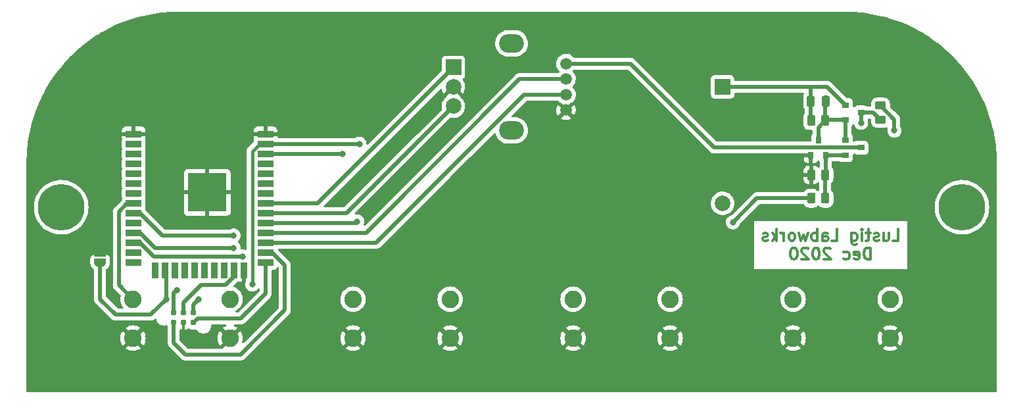
<source format=gbr>
%TF.GenerationSoftware,KiCad,Pcbnew,(5.99.0-6632-gb710573c5)*%
%TF.CreationDate,2020-12-08T22:19:28-05:00*%
%TF.ProjectId,zoom_pad,7a6f6f6d-5f70-4616-942e-6b696361645f,rev?*%
%TF.SameCoordinates,Original*%
%TF.FileFunction,Copper,L2,Bot*%
%TF.FilePolarity,Positive*%
%FSLAX46Y46*%
G04 Gerber Fmt 4.6, Leading zero omitted, Abs format (unit mm)*
G04 Created by KiCad (PCBNEW (5.99.0-6632-gb710573c5)) date 2020-12-08 22:19:28*
%MOMM*%
%LPD*%
G01*
G04 APERTURE LIST*
G04 Aperture macros list*
%AMRoundRect*
0 Rectangle with rounded corners*
0 $1 Rounding radius*
0 $2 $3 $4 $5 $6 $7 $8 $9 X,Y pos of 4 corners*
0 Add a 4 corners polygon primitive as box body*
4,1,4,$2,$3,$4,$5,$6,$7,$8,$9,$2,$3,0*
0 Add four circle primitives for the rounded corners*
1,1,$1+$1,$2,$3,0*
1,1,$1+$1,$4,$5,0*
1,1,$1+$1,$6,$7,0*
1,1,$1+$1,$8,$9,0*
0 Add four rect primitives between the rounded corners*
20,1,$1+$1,$2,$3,$4,$5,0*
20,1,$1+$1,$4,$5,$6,$7,0*
20,1,$1+$1,$6,$7,$8,$9,0*
20,1,$1+$1,$8,$9,$2,$3,0*%
G04 Aperture macros list end*
%ADD10C,0.300000*%
%TA.AperFunction,ComponentPad*%
%ADD11C,2.250000*%
%TD*%
%TA.AperFunction,SMDPad,CuDef*%
%ADD12RoundRect,0.250000X-0.450000X0.262500X-0.450000X-0.262500X0.450000X-0.262500X0.450000X0.262500X0*%
%TD*%
%TA.AperFunction,ComponentPad*%
%ADD13C,2.000000*%
%TD*%
%TA.AperFunction,ComponentPad*%
%ADD14R,2.000000X2.000000*%
%TD*%
%TA.AperFunction,SMDPad,CuDef*%
%ADD15R,2.000000X0.900000*%
%TD*%
%TA.AperFunction,SMDPad,CuDef*%
%ADD16R,0.900000X2.000000*%
%TD*%
%TA.AperFunction,SMDPad,CuDef*%
%ADD17R,5.000000X5.000000*%
%TD*%
%TA.AperFunction,ComponentPad*%
%ADD18C,1.500000*%
%TD*%
%TA.AperFunction,ComponentPad*%
%ADD19O,3.200000X2.400000*%
%TD*%
%TA.AperFunction,SMDPad,CuDef*%
%ADD20RoundRect,0.250000X-0.262500X-0.450000X0.262500X-0.450000X0.262500X0.450000X-0.262500X0.450000X0*%
%TD*%
%TA.AperFunction,SMDPad,CuDef*%
%ADD21RoundRect,0.250000X0.262500X0.450000X-0.262500X0.450000X-0.262500X-0.450000X0.262500X-0.450000X0*%
%TD*%
%TA.AperFunction,SMDPad,CuDef*%
%ADD22R,0.800000X0.900000*%
%TD*%
%TA.AperFunction,SMDPad,CuDef*%
%ADD23R,0.900000X0.800000*%
%TD*%
%TA.AperFunction,ConnectorPad*%
%ADD24C,0.787400*%
%TD*%
%TA.AperFunction,ComponentPad*%
%ADD25C,6.000000*%
%TD*%
%TA.AperFunction,SMDPad,CuDef*%
%ADD26RoundRect,0.250000X-0.250000X-0.475000X0.250000X-0.475000X0.250000X0.475000X-0.250000X0.475000X0*%
%TD*%
%TA.AperFunction,ViaPad*%
%ADD27C,0.800000*%
%TD*%
%TA.AperFunction,ViaPad*%
%ADD28C,1.500000*%
%TD*%
%TA.AperFunction,Conductor*%
%ADD29C,0.508000*%
%TD*%
%TA.AperFunction,Conductor*%
%ADD30C,0.457200*%
%TD*%
%TA.AperFunction,Conductor*%
%ADD31C,0.304800*%
%TD*%
G04 APERTURE END LIST*
D10*
X172064285Y-109971071D02*
X172778571Y-109971071D01*
X172778571Y-108471071D01*
X170921428Y-108971071D02*
X170921428Y-109971071D01*
X171564285Y-108971071D02*
X171564285Y-109756785D01*
X171492857Y-109899642D01*
X171350000Y-109971071D01*
X171135714Y-109971071D01*
X170992857Y-109899642D01*
X170921428Y-109828214D01*
X170278571Y-109899642D02*
X170135714Y-109971071D01*
X169850000Y-109971071D01*
X169707142Y-109899642D01*
X169635714Y-109756785D01*
X169635714Y-109685357D01*
X169707142Y-109542500D01*
X169850000Y-109471071D01*
X170064285Y-109471071D01*
X170207142Y-109399642D01*
X170278571Y-109256785D01*
X170278571Y-109185357D01*
X170207142Y-109042500D01*
X170064285Y-108971071D01*
X169850000Y-108971071D01*
X169707142Y-109042500D01*
X169207142Y-108971071D02*
X168635714Y-108971071D01*
X168992857Y-108471071D02*
X168992857Y-109756785D01*
X168921428Y-109899642D01*
X168778571Y-109971071D01*
X168635714Y-109971071D01*
X168135714Y-109971071D02*
X168135714Y-108971071D01*
X168135714Y-108471071D02*
X168207142Y-108542500D01*
X168135714Y-108613928D01*
X168064285Y-108542500D01*
X168135714Y-108471071D01*
X168135714Y-108613928D01*
X166778571Y-108971071D02*
X166778571Y-110185357D01*
X166850000Y-110328214D01*
X166921428Y-110399642D01*
X167064285Y-110471071D01*
X167278571Y-110471071D01*
X167421428Y-110399642D01*
X166778571Y-109899642D02*
X166921428Y-109971071D01*
X167207142Y-109971071D01*
X167350000Y-109899642D01*
X167421428Y-109828214D01*
X167492857Y-109685357D01*
X167492857Y-109256785D01*
X167421428Y-109113928D01*
X167350000Y-109042500D01*
X167207142Y-108971071D01*
X166921428Y-108971071D01*
X166778571Y-109042500D01*
X164207142Y-109971071D02*
X164921428Y-109971071D01*
X164921428Y-108471071D01*
X163064285Y-109971071D02*
X163064285Y-109185357D01*
X163135714Y-109042500D01*
X163278571Y-108971071D01*
X163564285Y-108971071D01*
X163707142Y-109042500D01*
X163064285Y-109899642D02*
X163207142Y-109971071D01*
X163564285Y-109971071D01*
X163707142Y-109899642D01*
X163778571Y-109756785D01*
X163778571Y-109613928D01*
X163707142Y-109471071D01*
X163564285Y-109399642D01*
X163207142Y-109399642D01*
X163064285Y-109328214D01*
X162350000Y-109971071D02*
X162350000Y-108471071D01*
X162350000Y-109042500D02*
X162207142Y-108971071D01*
X161921428Y-108971071D01*
X161778571Y-109042500D01*
X161707142Y-109113928D01*
X161635714Y-109256785D01*
X161635714Y-109685357D01*
X161707142Y-109828214D01*
X161778571Y-109899642D01*
X161921428Y-109971071D01*
X162207142Y-109971071D01*
X162350000Y-109899642D01*
X161135714Y-108971071D02*
X160850000Y-109971071D01*
X160564285Y-109256785D01*
X160278571Y-109971071D01*
X159992857Y-108971071D01*
X159207142Y-109971071D02*
X159350000Y-109899642D01*
X159421428Y-109828214D01*
X159492857Y-109685357D01*
X159492857Y-109256785D01*
X159421428Y-109113928D01*
X159350000Y-109042500D01*
X159207142Y-108971071D01*
X158992857Y-108971071D01*
X158850000Y-109042500D01*
X158778571Y-109113928D01*
X158707142Y-109256785D01*
X158707142Y-109685357D01*
X158778571Y-109828214D01*
X158850000Y-109899642D01*
X158992857Y-109971071D01*
X159207142Y-109971071D01*
X158064285Y-109971071D02*
X158064285Y-108971071D01*
X158064285Y-109256785D02*
X157992857Y-109113928D01*
X157921428Y-109042500D01*
X157778571Y-108971071D01*
X157635714Y-108971071D01*
X157135714Y-109971071D02*
X157135714Y-108471071D01*
X156992857Y-109399642D02*
X156564285Y-109971071D01*
X156564285Y-108971071D02*
X157135714Y-109542500D01*
X155992857Y-109899642D02*
X155850000Y-109971071D01*
X155564285Y-109971071D01*
X155421428Y-109899642D01*
X155350000Y-109756785D01*
X155350000Y-109685357D01*
X155421428Y-109542500D01*
X155564285Y-109471071D01*
X155778571Y-109471071D01*
X155921428Y-109399642D01*
X155992857Y-109256785D01*
X155992857Y-109185357D01*
X155921428Y-109042500D01*
X155778571Y-108971071D01*
X155564285Y-108971071D01*
X155421428Y-109042500D01*
X169207142Y-112386071D02*
X169207142Y-110886071D01*
X168850000Y-110886071D01*
X168635714Y-110957500D01*
X168492857Y-111100357D01*
X168421428Y-111243214D01*
X168350000Y-111528928D01*
X168350000Y-111743214D01*
X168421428Y-112028928D01*
X168492857Y-112171785D01*
X168635714Y-112314642D01*
X168850000Y-112386071D01*
X169207142Y-112386071D01*
X167135714Y-112314642D02*
X167278571Y-112386071D01*
X167564285Y-112386071D01*
X167707142Y-112314642D01*
X167778571Y-112171785D01*
X167778571Y-111600357D01*
X167707142Y-111457500D01*
X167564285Y-111386071D01*
X167278571Y-111386071D01*
X167135714Y-111457500D01*
X167064285Y-111600357D01*
X167064285Y-111743214D01*
X167778571Y-111886071D01*
X165778571Y-112314642D02*
X165921428Y-112386071D01*
X166207142Y-112386071D01*
X166350000Y-112314642D01*
X166421428Y-112243214D01*
X166492857Y-112100357D01*
X166492857Y-111671785D01*
X166421428Y-111528928D01*
X166350000Y-111457500D01*
X166207142Y-111386071D01*
X165921428Y-111386071D01*
X165778571Y-111457500D01*
X164064285Y-111028928D02*
X163992857Y-110957500D01*
X163850000Y-110886071D01*
X163492857Y-110886071D01*
X163350000Y-110957500D01*
X163278571Y-111028928D01*
X163207142Y-111171785D01*
X163207142Y-111314642D01*
X163278571Y-111528928D01*
X164135714Y-112386071D01*
X163207142Y-112386071D01*
X162278571Y-110886071D02*
X162135714Y-110886071D01*
X161992857Y-110957500D01*
X161921428Y-111028928D01*
X161850000Y-111171785D01*
X161778571Y-111457500D01*
X161778571Y-111814642D01*
X161850000Y-112100357D01*
X161921428Y-112243214D01*
X161992857Y-112314642D01*
X162135714Y-112386071D01*
X162278571Y-112386071D01*
X162421428Y-112314642D01*
X162492857Y-112243214D01*
X162564285Y-112100357D01*
X162635714Y-111814642D01*
X162635714Y-111457500D01*
X162564285Y-111171785D01*
X162492857Y-111028928D01*
X162421428Y-110957500D01*
X162278571Y-110886071D01*
X161207142Y-111028928D02*
X161135714Y-110957500D01*
X160992857Y-110886071D01*
X160635714Y-110886071D01*
X160492857Y-110957500D01*
X160421428Y-111028928D01*
X160350000Y-111171785D01*
X160350000Y-111314642D01*
X160421428Y-111528928D01*
X161278571Y-112386071D01*
X160350000Y-112386071D01*
X159421428Y-110886071D02*
X159278571Y-110886071D01*
X159135714Y-110957500D01*
X159064285Y-111028928D01*
X158992857Y-111171785D01*
X158921428Y-111457500D01*
X158921428Y-111814642D01*
X158992857Y-112100357D01*
X159064285Y-112243214D01*
X159135714Y-112314642D01*
X159278571Y-112386071D01*
X159421428Y-112386071D01*
X159564285Y-112314642D01*
X159635714Y-112243214D01*
X159707142Y-112100357D01*
X159778571Y-111814642D01*
X159778571Y-111457500D01*
X159707142Y-111171785D01*
X159635714Y-111028928D01*
X159564285Y-110957500D01*
X159421428Y-110886071D01*
D11*
%TO.P,S2,4,out2*%
%TO.N,GND*%
X115083333Y-122500000D03*
%TO.P,S2,3,out1*%
X102583333Y-122500000D03*
%TO.P,S2,2,in2*%
%TO.N,N/C*%
X115083333Y-117500000D03*
%TO.P,S2,1,in1*%
%TO.N,Net-(U1-Pad30)*%
X102583333Y-117500000D03*
%TD*%
D12*
%TO.P,R2,2*%
%TO.N,/VIN*%
X170500000Y-94412500D03*
%TO.P,R2,1*%
%TO.N,Net-(U1-Pad3)*%
X170500000Y-92587500D03*
%TD*%
D13*
%TO.P,BT1,2,-*%
%TO.N,N/C*%
X150165000Y-105160000D03*
D14*
%TO.P,BT1,1,+*%
%TO.N,/VBATT*%
X150165000Y-90170000D03*
%TD*%
D15*
%TO.P,U1,38,GND*%
%TO.N,GND*%
X74320000Y-96245000D03*
%TO.P,U1,37,IO23*%
%TO.N,N/C*%
X74320000Y-97515000D03*
%TO.P,U1,36,IO22*%
X74320000Y-98785000D03*
%TO.P,U1,35,TXD0/IO1*%
X74320000Y-100055000D03*
%TO.P,U1,34,RXD0/IO3*%
X74320000Y-101325000D03*
%TO.P,U1,33,IO21*%
X74320000Y-102595000D03*
%TO.P,U1,32,NC*%
X74320000Y-103865000D03*
%TO.P,U1,31,IO19*%
%TO.N,Net-(U1-Pad31)*%
X74320000Y-105135000D03*
%TO.P,U1,30,IO18*%
%TO.N,Net-(U1-Pad30)*%
X74320000Y-106405000D03*
%TO.P,U1,29,IO5*%
%TO.N,N/C*%
X74320000Y-107675000D03*
%TO.P,U1,28,IO17*%
%TO.N,Net-(U1-Pad28)*%
X74320000Y-108945000D03*
%TO.P,U1,27,IO16*%
%TO.N,Net-(U1-Pad27)*%
X74320000Y-110215000D03*
%TO.P,U1,26,IO4*%
%TO.N,N/C*%
X74320000Y-111485000D03*
%TO.P,U1,25,IO0*%
X74320000Y-112755000D03*
D16*
%TO.P,U1,24,IO2*%
X77105000Y-113755000D03*
%TO.P,U1,23,IO15*%
%TO.N,/TDO*%
X78375000Y-113755000D03*
%TO.P,U1,22,SDI/SD1*%
%TO.N,N/C*%
X79645000Y-113755000D03*
%TO.P,U1,21,SDO/SD0*%
X80915000Y-113755000D03*
%TO.P,U1,20,SCK/CLK*%
X82185000Y-113755000D03*
%TO.P,U1,19,SCS/CMD*%
X83455000Y-113755000D03*
%TO.P,U1,18,SWP/SD3*%
X84725000Y-113755000D03*
%TO.P,U1,17,SHD/SD2*%
X85995000Y-113755000D03*
%TO.P,U1,16,IO13*%
%TO.N,/TCK*%
X87265000Y-113755000D03*
%TO.P,U1,15,GND*%
%TO.N,GND*%
X88535000Y-113755000D03*
D15*
%TO.P,U1,14,IO12*%
%TO.N,/TDI*%
X91320000Y-112755000D03*
%TO.P,U1,13,IO14*%
%TO.N,/TMS*%
X91320000Y-111485000D03*
%TO.P,U1,12,IO27*%
%TO.N,/GREEN_LED*%
X91320000Y-110215000D03*
%TO.P,U1,11,IO26*%
%TO.N,/RED_LED*%
X91320000Y-108945000D03*
%TO.P,U1,10,IO25*%
%TO.N,/BTN*%
X91320000Y-107675000D03*
%TO.P,U1,9,IO33*%
%TO.N,Net-(SW1-PadB)*%
X91320000Y-106405000D03*
%TO.P,U1,8,IO32*%
%TO.N,Net-(SW1-PadA)*%
X91320000Y-105135000D03*
%TO.P,U1,7,IO35*%
%TO.N,N/C*%
X91320000Y-103865000D03*
%TO.P,U1,6,IO34*%
X91320000Y-102595000D03*
%TO.P,U1,5,SENSOR_VN*%
X91320000Y-101325000D03*
%TO.P,U1,4,SENSOR_VP*%
X91320000Y-100055000D03*
%TO.P,U1,3,EN*%
%TO.N,Net-(U1-Pad3)*%
X91320000Y-98785000D03*
%TO.P,U1,2,VDD*%
%TO.N,/VIN*%
X91320000Y-97515000D03*
%TO.P,U1,1,GND*%
%TO.N,GND*%
X91320000Y-96245000D03*
D17*
%TO.P,U1,39,GND*%
X83820000Y-103745000D03*
%TD*%
D18*
%TO.P,SW1,S4,S4*%
%TO.N,/SW*%
X130000000Y-87170000D03*
%TO.P,SW1,S3,S3*%
%TO.N,/RED_LED*%
X130000000Y-89170000D03*
%TO.P,SW1,S2,S2*%
%TO.N,/GREEN_LED*%
X130000000Y-91170000D03*
%TO.P,SW1,S1,S1*%
%TO.N,GND*%
X130000000Y-93170000D03*
D19*
%TO.P,SW1,MP*%
%TO.N,N/C*%
X123000000Y-84570000D03*
X123000000Y-95770000D03*
D13*
%TO.P,SW1,C,C*%
%TO.N,GND*%
X115500000Y-90170000D03*
%TO.P,SW1,B,B*%
%TO.N,Net-(SW1-PadB)*%
X115500000Y-92670000D03*
D14*
%TO.P,SW1,A,A*%
%TO.N,Net-(SW1-PadA)*%
X115500000Y-87670000D03*
%TD*%
D11*
%TO.P,S4,4,out2*%
%TO.N,GND*%
X171750000Y-122500000D03*
%TO.P,S4,3,out1*%
X159250000Y-122500000D03*
%TO.P,S4,2,in2*%
%TO.N,N/C*%
X171750000Y-117500000D03*
%TO.P,S4,1,in1*%
%TO.N,Net-(U1-Pad27)*%
X159250000Y-117500000D03*
%TD*%
%TO.P,S3,4,out2*%
%TO.N,GND*%
X143416666Y-122500000D03*
%TO.P,S3,3,out1*%
X130916666Y-122500000D03*
%TO.P,S3,2,in2*%
%TO.N,N/C*%
X143416666Y-117500000D03*
%TO.P,S3,1,in1*%
%TO.N,Net-(U1-Pad28)*%
X130916666Y-117500000D03*
%TD*%
%TO.P,S1,4,out2*%
%TO.N,GND*%
X86750000Y-122500000D03*
%TO.P,S1,3,out1*%
X74250000Y-122500000D03*
%TO.P,S1,2,in2*%
%TO.N,N/C*%
X86750000Y-117500000D03*
%TO.P,S1,1,in1*%
%TO.N,Net-(U1-Pad31)*%
X74250000Y-117500000D03*
%TD*%
D20*
%TO.P,R4,2*%
%TO.N,Net-(D1-Pad1)*%
X163412500Y-101500000D03*
%TO.P,R4,1*%
%TO.N,GND*%
X161587500Y-101500000D03*
%TD*%
%TO.P,R3,2*%
%TO.N,Net-(D1-Pad1)*%
X163412500Y-104500000D03*
%TO.P,R3,1*%
%TO.N,/BTN*%
X161587500Y-104500000D03*
%TD*%
D21*
%TO.P,R1,2*%
%TO.N,/VBATT*%
X161587500Y-94500000D03*
%TO.P,R1,1*%
%TO.N,Net-(C1-Pad2)*%
X163412500Y-94500000D03*
%TD*%
D22*
%TO.P,Q2,3,D*%
%TO.N,Net-(C1-Pad2)*%
X162500000Y-97000000D03*
%TO.P,Q2,2,S*%
%TO.N,GND*%
X161550000Y-99000000D03*
%TO.P,Q2,1,G*%
%TO.N,Net-(D1-Pad1)*%
X163450000Y-99000000D03*
%TD*%
D23*
%TO.P,Q1,3,D*%
%TO.N,/VIN*%
X168000000Y-93500000D03*
%TO.P,Q1,2,S*%
%TO.N,/VBATT*%
X166000000Y-92550000D03*
%TO.P,Q1,1,G*%
%TO.N,Net-(C1-Pad2)*%
X166000000Y-94450000D03*
%TD*%
%TA.AperFunction,SMDPad,CuDef*%
%TO.P,JP1,2,B*%
%TO.N,/TDO*%
G36*
X70744959Y-112800000D02*
G01*
X70744508Y-112873905D01*
X70703889Y-113009726D01*
X70626781Y-113128688D01*
X70519384Y-113221226D01*
X70390332Y-113279903D01*
X70249999Y-113300000D01*
X69750000Y-113299999D01*
X69737784Y-113299850D01*
X69597983Y-113276330D01*
X69470404Y-113214518D01*
X69365300Y-113119383D01*
X69291123Y-112998573D01*
X69253834Y-112861800D01*
X69254967Y-112800000D01*
X69250000Y-112800000D01*
X69250001Y-112300000D01*
X70750000Y-112300001D01*
X70750000Y-112800000D01*
X70744959Y-112800000D01*
G37*
%TD.AperFunction*%
%TA.AperFunction,SMDPad,CuDef*%
%TO.P,JP1,1,A*%
%TO.N,GND*%
G36*
X69250000Y-111999999D02*
G01*
X69250000Y-111500000D01*
X69254967Y-111500000D01*
X69256432Y-111420059D01*
X69298707Y-111284744D01*
X69377263Y-111166734D01*
X69485782Y-111075514D01*
X69615541Y-111018419D01*
X69750001Y-111000836D01*
X69750001Y-111000000D01*
X70250000Y-111000001D01*
X70250000Y-111000837D01*
X70256109Y-111000038D01*
X70396186Y-111021849D01*
X70524511Y-111082097D01*
X70630769Y-111175941D01*
X70706417Y-111295836D01*
X70745374Y-111432143D01*
X70744959Y-111500000D01*
X70750000Y-111500000D01*
X70749999Y-112000000D01*
X69250000Y-111999999D01*
G37*
%TD.AperFunction*%
%TD*%
D24*
%TO.P,J2,6,Pin_6*%
%TO.N,/TDI*%
X82042000Y-120523000D03*
%TO.P,J2,5,Pin_5*%
%TO.N,/TDO*%
X82042000Y-119253000D03*
%TO.P,J2,4,Pin_4*%
%TO.N,GND*%
X80772000Y-120523000D03*
%TO.P,J2,3,Pin_3*%
%TO.N,/TCK*%
X80772000Y-119253000D03*
%TO.P,J2,2,Pin_2*%
%TO.N,/TMS*%
X79502000Y-120523000D03*
%TO.P,J2,1,Pin_1*%
%TO.N,/VIN*%
X79502000Y-119253000D03*
%TD*%
D25*
%TO.P,H4,M3*%
%TO.N,N/C*%
X65000000Y-105664000D03*
%TD*%
%TO.P,H3,M3*%
%TO.N,N/C*%
X181000000Y-105664000D03*
%TD*%
D23*
%TO.P,D1,3*%
%TO.N,/SW*%
X168000000Y-98000000D03*
%TO.P,D1,2*%
%TO.N,Net-(C1-Pad2)*%
X166000000Y-97050000D03*
%TO.P,D1,1*%
%TO.N,Net-(D1-Pad1)*%
X166000000Y-98950000D03*
%TD*%
D26*
%TO.P,C1,2*%
%TO.N,Net-(C1-Pad2)*%
X163450000Y-92000000D03*
%TO.P,C1,1*%
%TO.N,/VBATT*%
X161550000Y-92000000D03*
%TD*%
D27*
%TO.N,/TDO*%
X82700000Y-117500000D03*
%TO.N,GND*%
X90800000Y-119600000D03*
X89200000Y-117200000D03*
%TO.N,/VIN*%
X79900000Y-116300000D03*
X89599999Y-115599997D03*
X103400000Y-97500000D03*
X168000000Y-94800000D03*
%TO.N,Net-(U1-Pad3)*%
X101200000Y-98800000D03*
X172300000Y-95800000D03*
%TO.N,Net-(U1-Pad27)*%
X88400000Y-112000000D03*
%TO.N,Net-(U1-Pad28)*%
X87200000Y-110900000D03*
%TO.N,Net-(U1-Pad30)*%
X87200000Y-109300000D03*
%TO.N,/BTN*%
X151500000Y-107600000D03*
X103100000Y-107500000D03*
%TO.N,/TDO*%
X78500000Y-117500000D03*
D28*
%TO.N,GND*%
X85500000Y-102500000D03*
%TD*%
D29*
%TO.N,/TDO*%
X78500000Y-117500000D02*
X78500000Y-113880000D01*
X78500000Y-113880000D02*
X78375000Y-113755000D01*
X82042000Y-119253000D02*
X82042000Y-118158000D01*
X82042000Y-118158000D02*
X82700000Y-117500000D01*
%TO.N,/TCK*%
X80772000Y-119253000D02*
X80772000Y-117928000D01*
X80772000Y-117928000D02*
X82500000Y-116200000D01*
X82500000Y-116200000D02*
X83000000Y-115700000D01*
X87265000Y-114577068D02*
X87265000Y-113755000D01*
X83000000Y-115700000D02*
X86142068Y-115700000D01*
X86142068Y-115700000D02*
X87265000Y-114577068D01*
%TO.N,/TDO*%
X78500000Y-117500000D02*
X76500000Y-119500000D01*
X76500000Y-119500000D02*
X72000000Y-119500000D01*
X72000000Y-119500000D02*
X70000000Y-117500000D01*
X70000000Y-117500000D02*
X70000000Y-112800000D01*
%TO.N,/TMS*%
X79502000Y-120523000D02*
X79502000Y-123102000D01*
X92142068Y-111485000D02*
X91320000Y-111485000D01*
X79502000Y-123102000D02*
X81000000Y-124600000D01*
X88100000Y-124600000D02*
X93800000Y-118900000D01*
X81000000Y-124600000D02*
X86986922Y-124600000D01*
X93800000Y-113142932D02*
X92142068Y-111485000D01*
X86986922Y-124600000D02*
X88100000Y-124600000D01*
X93800000Y-118900000D02*
X93800000Y-113142932D01*
%TO.N,/TDI*%
X82042000Y-120523000D02*
X82610301Y-119954699D01*
X82610301Y-119954699D02*
X88145301Y-119954699D01*
X91320000Y-116780000D02*
X91320000Y-112755000D01*
X88145301Y-119954699D02*
X91320000Y-116780000D01*
%TO.N,/VIN*%
X79502000Y-116698000D02*
X79900000Y-116300000D01*
X79502000Y-119253000D02*
X79502000Y-116698000D01*
D30*
X89599999Y-115599997D02*
X89599999Y-98448853D01*
X90548852Y-97500000D02*
X91600000Y-97500000D01*
X89599999Y-98448853D02*
X90548852Y-97500000D01*
D29*
X103385000Y-97515000D02*
X103400000Y-97500000D01*
X91320000Y-97515000D02*
X103385000Y-97515000D01*
X168000000Y-94800000D02*
X168000000Y-93500000D01*
%TO.N,Net-(U1-Pad3)*%
X91320000Y-98785000D02*
X101185000Y-98785000D01*
X101185000Y-98785000D02*
X101200000Y-98800000D01*
X172300000Y-95800000D02*
X172300000Y-94387500D01*
X172300000Y-94387500D02*
X170500000Y-92587500D01*
%TO.N,Net-(U1-Pad27)*%
X74320000Y-110215000D02*
X75142068Y-110215000D01*
X75142068Y-110215000D02*
X76927068Y-112000000D01*
X76927068Y-112000000D02*
X88400000Y-112000000D01*
%TO.N,Net-(U1-Pad28)*%
X77097068Y-110900000D02*
X87200000Y-110900000D01*
X74320000Y-108945000D02*
X75142068Y-108945000D01*
X75142068Y-108945000D02*
X77097068Y-110900000D01*
%TO.N,Net-(U1-Pad30)*%
X74320000Y-106405000D02*
X75142068Y-106405000D01*
X75142068Y-106405000D02*
X78037068Y-109300000D01*
X78037068Y-109300000D02*
X87200000Y-109300000D01*
%TO.N,Net-(U1-Pad31)*%
X74250000Y-117500000D02*
X72400000Y-115650000D01*
X72400000Y-115650000D02*
X72400000Y-106232932D01*
X72400000Y-106232932D02*
X73497932Y-105135000D01*
X73497932Y-105135000D02*
X74320000Y-105135000D01*
%TO.N,/BTN*%
X161587500Y-104500000D02*
X154600000Y-104500000D01*
X154600000Y-104500000D02*
X151500000Y-107600000D01*
X91320000Y-107675000D02*
X102925000Y-107675000D01*
X102925000Y-107675000D02*
X103100000Y-107500000D01*
%TO.N,Net-(SW1-PadA)*%
X115500000Y-87670000D02*
X98035000Y-105135000D01*
X98035000Y-105135000D02*
X91320000Y-105135000D01*
%TO.N,Net-(SW1-PadB)*%
X115500000Y-92670000D02*
X101765000Y-106405000D01*
X101765000Y-106405000D02*
X91320000Y-106405000D01*
%TO.N,/RED_LED*%
X130000000Y-89170000D02*
X124030000Y-89170000D01*
X104255000Y-108945000D02*
X91320000Y-108945000D01*
X124030000Y-89170000D02*
X104255000Y-108945000D01*
%TO.N,/GREEN_LED*%
X130000000Y-91170000D02*
X124630000Y-91170000D01*
X124630000Y-91170000D02*
X105585000Y-110215000D01*
X105585000Y-110215000D02*
X91320000Y-110215000D01*
%TO.N,/VIN*%
X168000000Y-93500000D02*
X169587500Y-93500000D01*
X169587500Y-93500000D02*
X170500000Y-94412500D01*
%TO.N,/SW*%
X168000000Y-98000000D02*
X157200000Y-98000000D01*
X138270000Y-87170000D02*
X130000000Y-87170000D01*
X157200000Y-98000000D02*
X149100000Y-98000000D01*
X149100000Y-98000000D02*
X138270000Y-87170000D01*
D31*
%TO.N,GND*%
X80772000Y-120523000D02*
X80772000Y-122272000D01*
X80772000Y-122272000D02*
X81000000Y-122500000D01*
%TO.N,/VIN*%
X90641616Y-97515000D02*
X91320000Y-97515000D01*
D29*
%TO.N,Net-(D1-Pad1)*%
X163412500Y-104500000D02*
X163412500Y-101500000D01*
X163450000Y-99000000D02*
X163450000Y-101462500D01*
X163450000Y-101462500D02*
X163412500Y-101500000D01*
X166000000Y-98950000D02*
X163500000Y-98950000D01*
X163500000Y-98950000D02*
X163450000Y-99000000D01*
%TO.N,/VBATT*%
X159330000Y-90170000D02*
X161670000Y-90170000D01*
X161670000Y-90170000D02*
X163620000Y-90170000D01*
X161550000Y-90290000D02*
X161670000Y-90170000D01*
X161550000Y-92000000D02*
X161550000Y-90290000D01*
X159330000Y-90170000D02*
X159720000Y-90170000D01*
X150165000Y-90170000D02*
X159330000Y-90170000D01*
X163620000Y-90170000D02*
X166000000Y-92550000D01*
%TO.N,Net-(C1-Pad2)*%
X162500000Y-97000000D02*
X162500000Y-95412500D01*
X162500000Y-95412500D02*
X163412500Y-94500000D01*
X166000000Y-97050000D02*
X166000000Y-94450000D01*
X166000000Y-94450000D02*
X163462500Y-94450000D01*
X163462500Y-94450000D02*
X163412500Y-94500000D01*
X163412500Y-94500000D02*
X163412500Y-92037500D01*
X163412500Y-92037500D02*
X163450000Y-92000000D01*
%TO.N,/VBATT*%
X161550000Y-92000000D02*
X161550000Y-94462500D01*
X161550000Y-94462500D02*
X161587500Y-94500000D01*
%TD*%
%TA.AperFunction,Conductor*%
%TO.N,GND*%
G36*
X165939319Y-80509612D02*
G01*
X165954105Y-80512000D01*
X165954107Y-80512000D01*
X165958911Y-80512776D01*
X166433390Y-80515457D01*
X166438325Y-80515582D01*
X166653365Y-80525239D01*
X167308194Y-80554647D01*
X167313835Y-80555027D01*
X167656526Y-80585869D01*
X168179321Y-80632920D01*
X168184909Y-80633550D01*
X168766206Y-80712292D01*
X169046021Y-80750196D01*
X169051605Y-80751081D01*
X169906576Y-80906235D01*
X169912116Y-80907369D01*
X170759294Y-81100732D01*
X170764777Y-81102114D01*
X171217007Y-81226922D01*
X171602433Y-81333293D01*
X171607817Y-81334909D01*
X172434233Y-81603427D01*
X172439570Y-81605294D01*
X173253160Y-81910641D01*
X173258387Y-81912737D01*
X174057435Y-82254267D01*
X174062541Y-82256587D01*
X174845461Y-82633622D01*
X174850484Y-82636181D01*
X175615666Y-83047943D01*
X175620583Y-83050733D01*
X175993042Y-83273267D01*
X176366546Y-83496425D01*
X176366574Y-83496442D01*
X176371359Y-83499449D01*
X176625680Y-83667325D01*
X177096539Y-83978136D01*
X177101187Y-83981356D01*
X177804176Y-84492108D01*
X177808675Y-84495533D01*
X178488081Y-85037342D01*
X178492381Y-85040932D01*
X179031208Y-85511692D01*
X179146784Y-85612668D01*
X179150950Y-85616475D01*
X179356044Y-85812566D01*
X179779034Y-86216986D01*
X179783032Y-86220984D01*
X179998904Y-86446768D01*
X180361809Y-86826337D01*
X180383539Y-86849065D01*
X180387334Y-86853217D01*
X180532469Y-87019337D01*
X180959047Y-87507595D01*
X180962671Y-87511935D01*
X181504482Y-88191346D01*
X181507907Y-88195845D01*
X182018655Y-88898829D01*
X182021875Y-88903477D01*
X182057134Y-88956892D01*
X182486090Y-89606735D01*
X182500566Y-89628666D01*
X182503573Y-89633450D01*
X182521332Y-89663174D01*
X182949273Y-90379429D01*
X182952063Y-90384347D01*
X183363824Y-91149527D01*
X183366391Y-91154565D01*
X183697296Y-91841695D01*
X183743418Y-91937469D01*
X183745738Y-91942575D01*
X184087271Y-92741630D01*
X184089367Y-92746857D01*
X184394706Y-93560429D01*
X184396572Y-93565764D01*
X184665087Y-94392169D01*
X184665088Y-94392173D01*
X184666709Y-94397572D01*
X184723623Y-94603794D01*
X184897884Y-95235213D01*
X184899266Y-95240696D01*
X185092631Y-96087886D01*
X185093765Y-96093426D01*
X185248921Y-96948409D01*
X185249806Y-96953993D01*
X185273778Y-97130962D01*
X185366448Y-97815072D01*
X185366448Y-97815073D01*
X185367080Y-97820680D01*
X185401163Y-98199386D01*
X185444973Y-98686169D01*
X185445353Y-98691810D01*
X185474069Y-99331224D01*
X185484419Y-99561672D01*
X185484419Y-99561683D01*
X185484544Y-99566613D01*
X185487206Y-100037810D01*
X185487868Y-100042252D01*
X185487868Y-100042255D01*
X185490624Y-100060752D01*
X185492000Y-100079319D01*
X185492001Y-114761605D01*
X185492001Y-129366000D01*
X185471999Y-129434121D01*
X185418343Y-129480614D01*
X185366001Y-129492000D01*
X60634000Y-129492000D01*
X60565879Y-129471998D01*
X60519386Y-129418342D01*
X60508000Y-129366000D01*
X60508000Y-123824431D01*
X73290921Y-123824431D01*
X73294614Y-123829708D01*
X73502144Y-123956883D01*
X73510938Y-123961364D01*
X73739257Y-124055937D01*
X73748642Y-124058986D01*
X73988947Y-124116679D01*
X73998694Y-124118222D01*
X74245070Y-124137612D01*
X74254930Y-124137612D01*
X74501306Y-124118222D01*
X74511053Y-124116679D01*
X74751358Y-124058986D01*
X74760743Y-124055937D01*
X74989062Y-123961364D01*
X74997856Y-123956883D01*
X75203888Y-123830626D01*
X75209152Y-123822566D01*
X75203144Y-123812354D01*
X74262812Y-122872022D01*
X74248868Y-122864408D01*
X74247035Y-122864539D01*
X74240420Y-122868790D01*
X73298311Y-123810899D01*
X73290921Y-123824431D01*
X60508000Y-123824431D01*
X60508000Y-122495070D01*
X72612388Y-122495070D01*
X72612388Y-122504930D01*
X72631778Y-122751306D01*
X72633321Y-122761053D01*
X72691014Y-123001358D01*
X72694063Y-123010743D01*
X72788636Y-123239062D01*
X72793117Y-123247856D01*
X72919374Y-123453888D01*
X72927434Y-123459152D01*
X72937646Y-123453144D01*
X73877978Y-122512812D01*
X73884355Y-122501132D01*
X74614408Y-122501132D01*
X74614539Y-122502965D01*
X74618790Y-122509580D01*
X75560899Y-123451689D01*
X75574431Y-123459079D01*
X75579708Y-123455386D01*
X75706883Y-123247856D01*
X75711364Y-123239062D01*
X75805937Y-123010743D01*
X75808986Y-123001358D01*
X75866679Y-122761053D01*
X75868222Y-122751306D01*
X75887612Y-122504930D01*
X75887612Y-122495070D01*
X75868222Y-122248694D01*
X75866679Y-122238947D01*
X75808986Y-121998642D01*
X75805937Y-121989257D01*
X75711364Y-121760938D01*
X75706883Y-121752144D01*
X75580626Y-121546112D01*
X75572566Y-121540848D01*
X75562354Y-121546856D01*
X74622022Y-122487188D01*
X74614408Y-122501132D01*
X73884355Y-122501132D01*
X73885592Y-122498868D01*
X73885461Y-122497035D01*
X73881210Y-122490420D01*
X72939101Y-121548311D01*
X72925569Y-121540921D01*
X72920292Y-121544614D01*
X72793117Y-121752144D01*
X72788636Y-121760938D01*
X72694063Y-121989257D01*
X72691014Y-121998642D01*
X72633321Y-122238947D01*
X72631778Y-122248694D01*
X72612388Y-122495070D01*
X60508000Y-122495070D01*
X60508000Y-121177434D01*
X73290848Y-121177434D01*
X73296856Y-121187646D01*
X74237188Y-122127978D01*
X74251132Y-122135592D01*
X74252965Y-122135461D01*
X74259580Y-122131210D01*
X75201689Y-121189101D01*
X75209079Y-121175569D01*
X75205386Y-121170292D01*
X74997856Y-121043117D01*
X74989062Y-121038636D01*
X74760743Y-120944063D01*
X74751358Y-120941014D01*
X74511053Y-120883321D01*
X74501306Y-120881778D01*
X74254930Y-120862388D01*
X74245070Y-120862388D01*
X73998694Y-120881778D01*
X73988947Y-120883321D01*
X73748642Y-120941014D01*
X73739257Y-120944063D01*
X73510938Y-121038636D01*
X73502144Y-121043117D01*
X73296112Y-121169374D01*
X73290848Y-121177434D01*
X60508000Y-121177434D01*
X60508000Y-112799999D01*
X68737000Y-112799999D01*
X68742222Y-112873008D01*
X68744104Y-112879419D01*
X68745096Y-112885927D01*
X68758898Y-112996736D01*
X68760074Y-113001048D01*
X68760075Y-113001055D01*
X68777687Y-113065652D01*
X68796187Y-113133509D01*
X68797963Y-113137612D01*
X68797965Y-113137619D01*
X68829048Y-113209446D01*
X68853952Y-113266995D01*
X68856300Y-113270819D01*
X68924128Y-113381288D01*
X68928129Y-113387805D01*
X68930989Y-113391250D01*
X68930992Y-113391254D01*
X69006621Y-113482349D01*
X69021040Y-113499717D01*
X69024362Y-113502724D01*
X69024364Y-113502726D01*
X69083727Y-113556459D01*
X69126144Y-113594852D01*
X69129861Y-113597359D01*
X69181960Y-113632501D01*
X69227249Y-113687176D01*
X69237501Y-113736959D01*
X69237500Y-115593424D01*
X69237500Y-117433894D01*
X69236067Y-117452844D01*
X69232968Y-117473215D01*
X69233561Y-117480507D01*
X69233561Y-117480510D01*
X69237085Y-117523831D01*
X69237500Y-117534046D01*
X69237500Y-117542885D01*
X69237924Y-117546520D01*
X69237924Y-117546523D01*
X69241000Y-117572902D01*
X69241433Y-117577277D01*
X69247379Y-117650388D01*
X69249635Y-117657351D01*
X69250836Y-117663363D01*
X69252237Y-117669292D01*
X69253085Y-117676562D01*
X69255582Y-117683441D01*
X69278125Y-117745546D01*
X69279548Y-117749691D01*
X69302162Y-117819495D01*
X69305961Y-117825757D01*
X69308512Y-117831328D01*
X69311239Y-117836773D01*
X69313737Y-117843654D01*
X69353978Y-117905032D01*
X69356295Y-117908705D01*
X69394378Y-117971464D01*
X69398089Y-117975666D01*
X69398093Y-117975671D01*
X69402563Y-117980731D01*
X69404791Y-117983324D01*
X69407187Y-117986190D01*
X69411201Y-117992312D01*
X69416514Y-117997345D01*
X69462637Y-118041038D01*
X69465079Y-118043416D01*
X71414082Y-119992420D01*
X71426469Y-120006833D01*
X71434344Y-120017535D01*
X71434348Y-120017539D01*
X71438686Y-120023434D01*
X71444269Y-120028177D01*
X71477400Y-120056324D01*
X71484916Y-120063254D01*
X71491155Y-120069493D01*
X71494016Y-120071756D01*
X71494021Y-120071761D01*
X71514839Y-120088231D01*
X71518240Y-120091020D01*
X71546847Y-120115323D01*
X71574157Y-120138525D01*
X71580680Y-120141856D01*
X71585753Y-120145239D01*
X71590955Y-120148452D01*
X71596700Y-120152997D01*
X71663149Y-120184053D01*
X71667099Y-120185984D01*
X71725947Y-120216033D01*
X71725949Y-120216034D01*
X71732471Y-120219364D01*
X71739586Y-120221105D01*
X71745297Y-120223229D01*
X71751109Y-120225162D01*
X71757739Y-120228261D01*
X71829570Y-120243202D01*
X71833823Y-120244165D01*
X71905136Y-120261615D01*
X71910736Y-120261962D01*
X71910740Y-120261963D01*
X71916159Y-120262299D01*
X71917475Y-120262380D01*
X71920868Y-120262637D01*
X71924610Y-120262971D01*
X71931774Y-120264461D01*
X72002548Y-120262546D01*
X72005956Y-120262500D01*
X76433894Y-120262500D01*
X76452844Y-120263933D01*
X76465981Y-120265932D01*
X76465985Y-120265932D01*
X76473215Y-120267032D01*
X76480507Y-120266439D01*
X76480510Y-120266439D01*
X76523831Y-120262915D01*
X76534046Y-120262500D01*
X76542886Y-120262500D01*
X76551591Y-120261485D01*
X76572902Y-120259001D01*
X76577277Y-120258568D01*
X76607630Y-120256099D01*
X76650388Y-120252621D01*
X76657351Y-120250365D01*
X76663363Y-120249164D01*
X76669290Y-120247763D01*
X76676563Y-120246915D01*
X76745569Y-120221867D01*
X76749700Y-120220449D01*
X76819495Y-120197838D01*
X76825754Y-120194040D01*
X76831309Y-120191496D01*
X76836768Y-120188763D01*
X76843655Y-120186263D01*
X76905037Y-120146019D01*
X76908726Y-120143692D01*
X76955477Y-120115323D01*
X76966664Y-120108535D01*
X76966666Y-120108533D01*
X76971464Y-120105622D01*
X76975675Y-120101903D01*
X76980738Y-120097432D01*
X76983325Y-120095209D01*
X76986191Y-120092813D01*
X76992313Y-120088799D01*
X77037093Y-120041528D01*
X77098462Y-120005830D01*
X77169389Y-120008977D01*
X77227355Y-120049971D01*
X77252080Y-120103276D01*
X77268793Y-120186162D01*
X77271286Y-120192036D01*
X77271287Y-120192038D01*
X77345926Y-120367878D01*
X77345929Y-120367883D01*
X77348420Y-120373752D01*
X77464141Y-120541499D01*
X77611229Y-120682551D01*
X77616625Y-120685949D01*
X77778269Y-120787743D01*
X77778274Y-120787746D01*
X77783674Y-120791146D01*
X77974434Y-120862848D01*
X77980738Y-120863846D01*
X77980740Y-120863847D01*
X78075075Y-120878788D01*
X78175715Y-120894728D01*
X78379296Y-120885483D01*
X78470567Y-120862388D01*
X78540604Y-120844666D01*
X78611550Y-120847346D01*
X78680632Y-120903816D01*
X78722619Y-120976539D01*
X78739500Y-121039539D01*
X78739501Y-123035887D01*
X78738068Y-123054837D01*
X78734968Y-123075215D01*
X78735561Y-123082507D01*
X78735561Y-123082510D01*
X78739086Y-123125843D01*
X78739501Y-123136058D01*
X78739501Y-123144886D01*
X78739925Y-123148521D01*
X78739925Y-123148524D01*
X78742998Y-123174877D01*
X78743431Y-123179252D01*
X78749379Y-123252388D01*
X78751634Y-123259350D01*
X78752828Y-123265326D01*
X78754238Y-123271290D01*
X78755086Y-123278563D01*
X78780131Y-123347562D01*
X78781543Y-123351675D01*
X78804162Y-123421495D01*
X78807960Y-123427753D01*
X78810499Y-123433299D01*
X78813240Y-123438773D01*
X78815738Y-123445655D01*
X78819751Y-123451775D01*
X78819751Y-123451776D01*
X78855959Y-123507002D01*
X78858306Y-123510723D01*
X78893462Y-123568660D01*
X78893467Y-123568667D01*
X78896378Y-123573464D01*
X78900091Y-123577668D01*
X78900097Y-123577676D01*
X78904569Y-123582739D01*
X78906793Y-123585327D01*
X78909191Y-123588195D01*
X78913202Y-123594313D01*
X78918510Y-123599341D01*
X78918513Y-123599345D01*
X78964631Y-123643032D01*
X78967073Y-123645410D01*
X80414076Y-125092413D01*
X80426462Y-125106825D01*
X80434343Y-125117533D01*
X80438686Y-125123434D01*
X80444264Y-125128173D01*
X80444267Y-125128176D01*
X80477407Y-125156330D01*
X80484923Y-125163260D01*
X80491156Y-125169493D01*
X80514837Y-125188228D01*
X80518202Y-125190987D01*
X80574157Y-125238525D01*
X80580674Y-125241853D01*
X80585762Y-125245246D01*
X80590963Y-125248458D01*
X80596700Y-125252997D01*
X80603329Y-125256095D01*
X80663169Y-125284063D01*
X80667119Y-125285994D01*
X80694731Y-125300093D01*
X80732471Y-125319364D01*
X80739574Y-125321102D01*
X80745297Y-125323231D01*
X80751110Y-125325164D01*
X80757739Y-125328262D01*
X80829575Y-125343204D01*
X80833864Y-125344175D01*
X80899683Y-125360281D01*
X80899686Y-125360282D01*
X80905136Y-125361615D01*
X80910736Y-125361962D01*
X80910740Y-125361963D01*
X80916159Y-125362299D01*
X80917475Y-125362380D01*
X80920868Y-125362637D01*
X80924610Y-125362971D01*
X80931774Y-125364461D01*
X81002548Y-125362546D01*
X81005956Y-125362500D01*
X88033894Y-125362500D01*
X88052844Y-125363933D01*
X88065981Y-125365932D01*
X88065985Y-125365932D01*
X88073215Y-125367032D01*
X88080507Y-125366439D01*
X88080510Y-125366439D01*
X88123831Y-125362915D01*
X88134046Y-125362500D01*
X88142886Y-125362500D01*
X88151591Y-125361485D01*
X88172902Y-125359001D01*
X88177277Y-125358568D01*
X88207630Y-125356099D01*
X88250388Y-125352621D01*
X88257351Y-125350365D01*
X88263363Y-125349164D01*
X88269290Y-125347763D01*
X88276563Y-125346915D01*
X88345569Y-125321867D01*
X88349700Y-125320449D01*
X88419495Y-125297838D01*
X88425754Y-125294040D01*
X88431309Y-125291496D01*
X88436768Y-125288763D01*
X88443655Y-125286263D01*
X88505037Y-125246019D01*
X88508726Y-125243692D01*
X88540519Y-125224400D01*
X88566664Y-125208535D01*
X88566666Y-125208533D01*
X88571464Y-125205622D01*
X88575675Y-125201903D01*
X88580738Y-125197432D01*
X88583325Y-125195209D01*
X88586191Y-125192813D01*
X88592313Y-125188799D01*
X88641051Y-125137350D01*
X88643428Y-125134909D01*
X89953906Y-123824431D01*
X101624254Y-123824431D01*
X101627947Y-123829708D01*
X101835477Y-123956883D01*
X101844271Y-123961364D01*
X102072590Y-124055937D01*
X102081975Y-124058986D01*
X102322280Y-124116679D01*
X102332027Y-124118222D01*
X102578403Y-124137612D01*
X102588263Y-124137612D01*
X102834639Y-124118222D01*
X102844386Y-124116679D01*
X103084691Y-124058986D01*
X103094076Y-124055937D01*
X103322395Y-123961364D01*
X103331189Y-123956883D01*
X103537221Y-123830626D01*
X103541266Y-123824431D01*
X114124254Y-123824431D01*
X114127947Y-123829708D01*
X114335477Y-123956883D01*
X114344271Y-123961364D01*
X114572590Y-124055937D01*
X114581975Y-124058986D01*
X114822280Y-124116679D01*
X114832027Y-124118222D01*
X115078403Y-124137612D01*
X115088263Y-124137612D01*
X115334639Y-124118222D01*
X115344386Y-124116679D01*
X115584691Y-124058986D01*
X115594076Y-124055937D01*
X115822395Y-123961364D01*
X115831189Y-123956883D01*
X116037221Y-123830626D01*
X116041266Y-123824431D01*
X129957587Y-123824431D01*
X129961280Y-123829708D01*
X130168810Y-123956883D01*
X130177604Y-123961364D01*
X130405923Y-124055937D01*
X130415308Y-124058986D01*
X130655613Y-124116679D01*
X130665360Y-124118222D01*
X130911736Y-124137612D01*
X130921596Y-124137612D01*
X131167972Y-124118222D01*
X131177719Y-124116679D01*
X131418024Y-124058986D01*
X131427409Y-124055937D01*
X131655728Y-123961364D01*
X131664522Y-123956883D01*
X131870554Y-123830626D01*
X131874599Y-123824431D01*
X142457587Y-123824431D01*
X142461280Y-123829708D01*
X142668810Y-123956883D01*
X142677604Y-123961364D01*
X142905923Y-124055937D01*
X142915308Y-124058986D01*
X143155613Y-124116679D01*
X143165360Y-124118222D01*
X143411736Y-124137612D01*
X143421596Y-124137612D01*
X143667972Y-124118222D01*
X143677719Y-124116679D01*
X143918024Y-124058986D01*
X143927409Y-124055937D01*
X144155728Y-123961364D01*
X144164522Y-123956883D01*
X144370554Y-123830626D01*
X144374599Y-123824431D01*
X158290921Y-123824431D01*
X158294614Y-123829708D01*
X158502144Y-123956883D01*
X158510938Y-123961364D01*
X158739257Y-124055937D01*
X158748642Y-124058986D01*
X158988947Y-124116679D01*
X158998694Y-124118222D01*
X159245070Y-124137612D01*
X159254930Y-124137612D01*
X159501306Y-124118222D01*
X159511053Y-124116679D01*
X159751358Y-124058986D01*
X159760743Y-124055937D01*
X159989062Y-123961364D01*
X159997856Y-123956883D01*
X160203888Y-123830626D01*
X160207933Y-123824431D01*
X170790921Y-123824431D01*
X170794614Y-123829708D01*
X171002144Y-123956883D01*
X171010938Y-123961364D01*
X171239257Y-124055937D01*
X171248642Y-124058986D01*
X171488947Y-124116679D01*
X171498694Y-124118222D01*
X171745070Y-124137612D01*
X171754930Y-124137612D01*
X172001306Y-124118222D01*
X172011053Y-124116679D01*
X172251358Y-124058986D01*
X172260743Y-124055937D01*
X172489062Y-123961364D01*
X172497856Y-123956883D01*
X172703888Y-123830626D01*
X172709152Y-123822566D01*
X172703144Y-123812354D01*
X171762812Y-122872022D01*
X171748868Y-122864408D01*
X171747035Y-122864539D01*
X171740420Y-122868790D01*
X170798311Y-123810899D01*
X170790921Y-123824431D01*
X160207933Y-123824431D01*
X160209152Y-123822566D01*
X160203144Y-123812354D01*
X159262812Y-122872022D01*
X159248868Y-122864408D01*
X159247035Y-122864539D01*
X159240420Y-122868790D01*
X158298311Y-123810899D01*
X158290921Y-123824431D01*
X144374599Y-123824431D01*
X144375818Y-123822566D01*
X144369810Y-123812354D01*
X143429478Y-122872022D01*
X143415534Y-122864408D01*
X143413701Y-122864539D01*
X143407086Y-122868790D01*
X142464977Y-123810899D01*
X142457587Y-123824431D01*
X131874599Y-123824431D01*
X131875818Y-123822566D01*
X131869810Y-123812354D01*
X130929478Y-122872022D01*
X130915534Y-122864408D01*
X130913701Y-122864539D01*
X130907086Y-122868790D01*
X129964977Y-123810899D01*
X129957587Y-123824431D01*
X116041266Y-123824431D01*
X116042485Y-123822566D01*
X116036477Y-123812354D01*
X115096145Y-122872022D01*
X115082201Y-122864408D01*
X115080368Y-122864539D01*
X115073753Y-122868790D01*
X114131644Y-123810899D01*
X114124254Y-123824431D01*
X103541266Y-123824431D01*
X103542485Y-123822566D01*
X103536477Y-123812354D01*
X102596145Y-122872022D01*
X102582201Y-122864408D01*
X102580368Y-122864539D01*
X102573753Y-122868790D01*
X101631644Y-123810899D01*
X101624254Y-123824431D01*
X89953906Y-123824431D01*
X91283267Y-122495070D01*
X100945721Y-122495070D01*
X100945721Y-122504930D01*
X100965111Y-122751306D01*
X100966654Y-122761053D01*
X101024347Y-123001358D01*
X101027396Y-123010743D01*
X101121969Y-123239062D01*
X101126450Y-123247856D01*
X101252707Y-123453888D01*
X101260767Y-123459152D01*
X101270979Y-123453144D01*
X102211311Y-122512812D01*
X102217688Y-122501132D01*
X102947741Y-122501132D01*
X102947872Y-122502965D01*
X102952123Y-122509580D01*
X103894232Y-123451689D01*
X103907764Y-123459079D01*
X103913041Y-123455386D01*
X104040216Y-123247856D01*
X104044697Y-123239062D01*
X104139270Y-123010743D01*
X104142319Y-123001358D01*
X104200012Y-122761053D01*
X104201555Y-122751306D01*
X104220945Y-122504930D01*
X104220945Y-122495070D01*
X113445721Y-122495070D01*
X113445721Y-122504930D01*
X113465111Y-122751306D01*
X113466654Y-122761053D01*
X113524347Y-123001358D01*
X113527396Y-123010743D01*
X113621969Y-123239062D01*
X113626450Y-123247856D01*
X113752707Y-123453888D01*
X113760767Y-123459152D01*
X113770979Y-123453144D01*
X114711311Y-122512812D01*
X114717688Y-122501132D01*
X115447741Y-122501132D01*
X115447872Y-122502965D01*
X115452123Y-122509580D01*
X116394232Y-123451689D01*
X116407764Y-123459079D01*
X116413041Y-123455386D01*
X116540216Y-123247856D01*
X116544697Y-123239062D01*
X116639270Y-123010743D01*
X116642319Y-123001358D01*
X116700012Y-122761053D01*
X116701555Y-122751306D01*
X116720945Y-122504930D01*
X116720945Y-122495070D01*
X129279054Y-122495070D01*
X129279054Y-122504930D01*
X129298444Y-122751306D01*
X129299987Y-122761053D01*
X129357680Y-123001358D01*
X129360729Y-123010743D01*
X129455302Y-123239062D01*
X129459783Y-123247856D01*
X129586040Y-123453888D01*
X129594100Y-123459152D01*
X129604312Y-123453144D01*
X130544644Y-122512812D01*
X130551021Y-122501132D01*
X131281074Y-122501132D01*
X131281205Y-122502965D01*
X131285456Y-122509580D01*
X132227565Y-123451689D01*
X132241097Y-123459079D01*
X132246374Y-123455386D01*
X132373549Y-123247856D01*
X132378030Y-123239062D01*
X132472603Y-123010743D01*
X132475652Y-123001358D01*
X132533345Y-122761053D01*
X132534888Y-122751306D01*
X132554278Y-122504930D01*
X132554278Y-122495070D01*
X141779054Y-122495070D01*
X141779054Y-122504930D01*
X141798444Y-122751306D01*
X141799987Y-122761053D01*
X141857680Y-123001358D01*
X141860729Y-123010743D01*
X141955302Y-123239062D01*
X141959783Y-123247856D01*
X142086040Y-123453888D01*
X142094100Y-123459152D01*
X142104312Y-123453144D01*
X143044644Y-122512812D01*
X143051021Y-122501132D01*
X143781074Y-122501132D01*
X143781205Y-122502965D01*
X143785456Y-122509580D01*
X144727565Y-123451689D01*
X144741097Y-123459079D01*
X144746374Y-123455386D01*
X144873549Y-123247856D01*
X144878030Y-123239062D01*
X144972603Y-123010743D01*
X144975652Y-123001358D01*
X145033345Y-122761053D01*
X145034888Y-122751306D01*
X145054278Y-122504930D01*
X145054278Y-122495070D01*
X157612388Y-122495070D01*
X157612388Y-122504930D01*
X157631778Y-122751306D01*
X157633321Y-122761053D01*
X157691014Y-123001358D01*
X157694063Y-123010743D01*
X157788636Y-123239062D01*
X157793117Y-123247856D01*
X157919374Y-123453888D01*
X157927434Y-123459152D01*
X157937646Y-123453144D01*
X158877978Y-122512812D01*
X158884355Y-122501132D01*
X159614408Y-122501132D01*
X159614539Y-122502965D01*
X159618790Y-122509580D01*
X160560899Y-123451689D01*
X160574431Y-123459079D01*
X160579708Y-123455386D01*
X160706883Y-123247856D01*
X160711364Y-123239062D01*
X160805937Y-123010743D01*
X160808986Y-123001358D01*
X160866679Y-122761053D01*
X160868222Y-122751306D01*
X160887612Y-122504930D01*
X160887612Y-122495070D01*
X170112388Y-122495070D01*
X170112388Y-122504930D01*
X170131778Y-122751306D01*
X170133321Y-122761053D01*
X170191014Y-123001358D01*
X170194063Y-123010743D01*
X170288636Y-123239062D01*
X170293117Y-123247856D01*
X170419374Y-123453888D01*
X170427434Y-123459152D01*
X170437646Y-123453144D01*
X171377978Y-122512812D01*
X171384355Y-122501132D01*
X172114408Y-122501132D01*
X172114539Y-122502965D01*
X172118790Y-122509580D01*
X173060899Y-123451689D01*
X173074431Y-123459079D01*
X173079708Y-123455386D01*
X173206883Y-123247856D01*
X173211364Y-123239062D01*
X173305937Y-123010743D01*
X173308986Y-123001358D01*
X173366679Y-122761053D01*
X173368222Y-122751306D01*
X173387612Y-122504930D01*
X173387612Y-122495070D01*
X173368222Y-122248694D01*
X173366679Y-122238947D01*
X173308986Y-121998642D01*
X173305937Y-121989257D01*
X173211364Y-121760938D01*
X173206883Y-121752144D01*
X173080626Y-121546112D01*
X173072566Y-121540848D01*
X173062354Y-121546856D01*
X172122022Y-122487188D01*
X172114408Y-122501132D01*
X171384355Y-122501132D01*
X171385592Y-122498868D01*
X171385461Y-122497035D01*
X171381210Y-122490420D01*
X170439101Y-121548311D01*
X170425569Y-121540921D01*
X170420292Y-121544614D01*
X170293117Y-121752144D01*
X170288636Y-121760938D01*
X170194063Y-121989257D01*
X170191014Y-121998642D01*
X170133321Y-122238947D01*
X170131778Y-122248694D01*
X170112388Y-122495070D01*
X160887612Y-122495070D01*
X160868222Y-122248694D01*
X160866679Y-122238947D01*
X160808986Y-121998642D01*
X160805937Y-121989257D01*
X160711364Y-121760938D01*
X160706883Y-121752144D01*
X160580626Y-121546112D01*
X160572566Y-121540848D01*
X160562354Y-121546856D01*
X159622022Y-122487188D01*
X159614408Y-122501132D01*
X158884355Y-122501132D01*
X158885592Y-122498868D01*
X158885461Y-122497035D01*
X158881210Y-122490420D01*
X157939101Y-121548311D01*
X157925569Y-121540921D01*
X157920292Y-121544614D01*
X157793117Y-121752144D01*
X157788636Y-121760938D01*
X157694063Y-121989257D01*
X157691014Y-121998642D01*
X157633321Y-122238947D01*
X157631778Y-122248694D01*
X157612388Y-122495070D01*
X145054278Y-122495070D01*
X145034888Y-122248694D01*
X145033345Y-122238947D01*
X144975652Y-121998642D01*
X144972603Y-121989257D01*
X144878030Y-121760938D01*
X144873549Y-121752144D01*
X144747292Y-121546112D01*
X144739232Y-121540848D01*
X144729020Y-121546856D01*
X143788688Y-122487188D01*
X143781074Y-122501132D01*
X143051021Y-122501132D01*
X143052258Y-122498868D01*
X143052127Y-122497035D01*
X143047876Y-122490420D01*
X142105767Y-121548311D01*
X142092235Y-121540921D01*
X142086958Y-121544614D01*
X141959783Y-121752144D01*
X141955302Y-121760938D01*
X141860729Y-121989257D01*
X141857680Y-121998642D01*
X141799987Y-122238947D01*
X141798444Y-122248694D01*
X141779054Y-122495070D01*
X132554278Y-122495070D01*
X132534888Y-122248694D01*
X132533345Y-122238947D01*
X132475652Y-121998642D01*
X132472603Y-121989257D01*
X132378030Y-121760938D01*
X132373549Y-121752144D01*
X132247292Y-121546112D01*
X132239232Y-121540848D01*
X132229020Y-121546856D01*
X131288688Y-122487188D01*
X131281074Y-122501132D01*
X130551021Y-122501132D01*
X130552258Y-122498868D01*
X130552127Y-122497035D01*
X130547876Y-122490420D01*
X129605767Y-121548311D01*
X129592235Y-121540921D01*
X129586958Y-121544614D01*
X129459783Y-121752144D01*
X129455302Y-121760938D01*
X129360729Y-121989257D01*
X129357680Y-121998642D01*
X129299987Y-122238947D01*
X129298444Y-122248694D01*
X129279054Y-122495070D01*
X116720945Y-122495070D01*
X116701555Y-122248694D01*
X116700012Y-122238947D01*
X116642319Y-121998642D01*
X116639270Y-121989257D01*
X116544697Y-121760938D01*
X116540216Y-121752144D01*
X116413959Y-121546112D01*
X116405899Y-121540848D01*
X116395687Y-121546856D01*
X115455355Y-122487188D01*
X115447741Y-122501132D01*
X114717688Y-122501132D01*
X114718925Y-122498868D01*
X114718794Y-122497035D01*
X114714543Y-122490420D01*
X113772434Y-121548311D01*
X113758902Y-121540921D01*
X113753625Y-121544614D01*
X113626450Y-121752144D01*
X113621969Y-121760938D01*
X113527396Y-121989257D01*
X113524347Y-121998642D01*
X113466654Y-122238947D01*
X113465111Y-122248694D01*
X113445721Y-122495070D01*
X104220945Y-122495070D01*
X104201555Y-122248694D01*
X104200012Y-122238947D01*
X104142319Y-121998642D01*
X104139270Y-121989257D01*
X104044697Y-121760938D01*
X104040216Y-121752144D01*
X103913959Y-121546112D01*
X103905899Y-121540848D01*
X103895687Y-121546856D01*
X102955355Y-122487188D01*
X102947741Y-122501132D01*
X102217688Y-122501132D01*
X102218925Y-122498868D01*
X102218794Y-122497035D01*
X102214543Y-122490420D01*
X101272434Y-121548311D01*
X101258902Y-121540921D01*
X101253625Y-121544614D01*
X101126450Y-121752144D01*
X101121969Y-121760938D01*
X101027396Y-121989257D01*
X101024347Y-121998642D01*
X100966654Y-122238947D01*
X100965111Y-122248694D01*
X100945721Y-122495070D01*
X91283267Y-122495070D01*
X92600903Y-121177434D01*
X101624181Y-121177434D01*
X101630189Y-121187646D01*
X102570521Y-122127978D01*
X102584465Y-122135592D01*
X102586298Y-122135461D01*
X102592913Y-122131210D01*
X103535022Y-121189101D01*
X103541393Y-121177434D01*
X114124181Y-121177434D01*
X114130189Y-121187646D01*
X115070521Y-122127978D01*
X115084465Y-122135592D01*
X115086298Y-122135461D01*
X115092913Y-122131210D01*
X116035022Y-121189101D01*
X116041393Y-121177434D01*
X129957514Y-121177434D01*
X129963522Y-121187646D01*
X130903854Y-122127978D01*
X130917798Y-122135592D01*
X130919631Y-122135461D01*
X130926246Y-122131210D01*
X131868355Y-121189101D01*
X131874726Y-121177434D01*
X142457514Y-121177434D01*
X142463522Y-121187646D01*
X143403854Y-122127978D01*
X143417798Y-122135592D01*
X143419631Y-122135461D01*
X143426246Y-122131210D01*
X144368355Y-121189101D01*
X144374726Y-121177434D01*
X158290848Y-121177434D01*
X158296856Y-121187646D01*
X159237188Y-122127978D01*
X159251132Y-122135592D01*
X159252965Y-122135461D01*
X159259580Y-122131210D01*
X160201689Y-121189101D01*
X160208060Y-121177434D01*
X170790848Y-121177434D01*
X170796856Y-121187646D01*
X171737188Y-122127978D01*
X171751132Y-122135592D01*
X171752965Y-122135461D01*
X171759580Y-122131210D01*
X172701689Y-121189101D01*
X172709079Y-121175569D01*
X172705386Y-121170292D01*
X172497856Y-121043117D01*
X172489062Y-121038636D01*
X172260743Y-120944063D01*
X172251358Y-120941014D01*
X172011053Y-120883321D01*
X172001306Y-120881778D01*
X171754930Y-120862388D01*
X171745070Y-120862388D01*
X171498694Y-120881778D01*
X171488947Y-120883321D01*
X171248642Y-120941014D01*
X171239257Y-120944063D01*
X171010938Y-121038636D01*
X171002144Y-121043117D01*
X170796112Y-121169374D01*
X170790848Y-121177434D01*
X160208060Y-121177434D01*
X160209079Y-121175569D01*
X160205386Y-121170292D01*
X159997856Y-121043117D01*
X159989062Y-121038636D01*
X159760743Y-120944063D01*
X159751358Y-120941014D01*
X159511053Y-120883321D01*
X159501306Y-120881778D01*
X159254930Y-120862388D01*
X159245070Y-120862388D01*
X158998694Y-120881778D01*
X158988947Y-120883321D01*
X158748642Y-120941014D01*
X158739257Y-120944063D01*
X158510938Y-121038636D01*
X158502144Y-121043117D01*
X158296112Y-121169374D01*
X158290848Y-121177434D01*
X144374726Y-121177434D01*
X144375745Y-121175569D01*
X144372052Y-121170292D01*
X144164522Y-121043117D01*
X144155728Y-121038636D01*
X143927409Y-120944063D01*
X143918024Y-120941014D01*
X143677719Y-120883321D01*
X143667972Y-120881778D01*
X143421596Y-120862388D01*
X143411736Y-120862388D01*
X143165360Y-120881778D01*
X143155613Y-120883321D01*
X142915308Y-120941014D01*
X142905923Y-120944063D01*
X142677604Y-121038636D01*
X142668810Y-121043117D01*
X142462778Y-121169374D01*
X142457514Y-121177434D01*
X131874726Y-121177434D01*
X131875745Y-121175569D01*
X131872052Y-121170292D01*
X131664522Y-121043117D01*
X131655728Y-121038636D01*
X131427409Y-120944063D01*
X131418024Y-120941014D01*
X131177719Y-120883321D01*
X131167972Y-120881778D01*
X130921596Y-120862388D01*
X130911736Y-120862388D01*
X130665360Y-120881778D01*
X130655613Y-120883321D01*
X130415308Y-120941014D01*
X130405923Y-120944063D01*
X130177604Y-121038636D01*
X130168810Y-121043117D01*
X129962778Y-121169374D01*
X129957514Y-121177434D01*
X116041393Y-121177434D01*
X116042412Y-121175569D01*
X116038719Y-121170292D01*
X115831189Y-121043117D01*
X115822395Y-121038636D01*
X115594076Y-120944063D01*
X115584691Y-120941014D01*
X115344386Y-120883321D01*
X115334639Y-120881778D01*
X115088263Y-120862388D01*
X115078403Y-120862388D01*
X114832027Y-120881778D01*
X114822280Y-120883321D01*
X114581975Y-120941014D01*
X114572590Y-120944063D01*
X114344271Y-121038636D01*
X114335477Y-121043117D01*
X114129445Y-121169374D01*
X114124181Y-121177434D01*
X103541393Y-121177434D01*
X103542412Y-121175569D01*
X103538719Y-121170292D01*
X103331189Y-121043117D01*
X103322395Y-121038636D01*
X103094076Y-120944063D01*
X103084691Y-120941014D01*
X102844386Y-120883321D01*
X102834639Y-120881778D01*
X102588263Y-120862388D01*
X102578403Y-120862388D01*
X102332027Y-120881778D01*
X102322280Y-120883321D01*
X102081975Y-120941014D01*
X102072590Y-120944063D01*
X101844271Y-121038636D01*
X101835477Y-121043117D01*
X101629445Y-121169374D01*
X101624181Y-121177434D01*
X92600903Y-121177434D01*
X94292423Y-119485915D01*
X94306836Y-119473528D01*
X94317539Y-119465652D01*
X94317542Y-119465650D01*
X94323433Y-119461314D01*
X94356324Y-119422599D01*
X94363254Y-119415084D01*
X94369493Y-119408845D01*
X94371772Y-119405965D01*
X94388236Y-119385156D01*
X94391023Y-119381757D01*
X94409116Y-119360460D01*
X94438525Y-119325843D01*
X94441857Y-119319318D01*
X94445239Y-119314247D01*
X94448452Y-119309045D01*
X94452997Y-119303300D01*
X94484057Y-119236842D01*
X94485984Y-119232901D01*
X94516033Y-119174053D01*
X94516034Y-119174051D01*
X94519364Y-119167529D01*
X94521105Y-119160415D01*
X94523226Y-119154712D01*
X94525162Y-119148892D01*
X94528261Y-119142261D01*
X94543199Y-119070445D01*
X94544170Y-119066157D01*
X94560281Y-119000317D01*
X94560282Y-119000313D01*
X94561615Y-118994864D01*
X94562380Y-118982530D01*
X94562637Y-118979136D01*
X94562971Y-118975389D01*
X94564461Y-118968227D01*
X94562546Y-118897453D01*
X94562500Y-118894045D01*
X94562500Y-117500000D01*
X100945333Y-117500000D01*
X100965499Y-117756240D01*
X100966653Y-117761047D01*
X100966654Y-117761053D01*
X101001212Y-117904996D01*
X101025502Y-118006170D01*
X101027395Y-118010741D01*
X101027396Y-118010743D01*
X101080069Y-118137905D01*
X101123864Y-118243636D01*
X101258163Y-118462792D01*
X101261375Y-118466552D01*
X101261378Y-118466557D01*
X101369856Y-118593568D01*
X101425092Y-118658241D01*
X101428854Y-118661454D01*
X101616776Y-118821955D01*
X101616781Y-118821958D01*
X101620541Y-118825170D01*
X101839697Y-118959469D01*
X101844267Y-118961362D01*
X101844271Y-118961364D01*
X102072590Y-119055937D01*
X102077163Y-119057831D01*
X102129704Y-119070445D01*
X102322280Y-119116679D01*
X102322286Y-119116680D01*
X102327093Y-119117834D01*
X102583333Y-119138000D01*
X102839573Y-119117834D01*
X102844380Y-119116680D01*
X102844386Y-119116679D01*
X103036962Y-119070445D01*
X103089503Y-119057831D01*
X103094076Y-119055937D01*
X103322395Y-118961364D01*
X103322399Y-118961362D01*
X103326969Y-118959469D01*
X103546125Y-118825170D01*
X103549885Y-118821958D01*
X103549890Y-118821955D01*
X103737812Y-118661454D01*
X103741574Y-118658241D01*
X103796810Y-118593568D01*
X103905288Y-118466557D01*
X103905291Y-118466552D01*
X103908503Y-118462792D01*
X104042802Y-118243636D01*
X104086598Y-118137905D01*
X104139270Y-118010743D01*
X104139271Y-118010741D01*
X104141164Y-118006170D01*
X104165454Y-117904996D01*
X104200012Y-117761053D01*
X104200013Y-117761047D01*
X104201167Y-117756240D01*
X104221333Y-117500000D01*
X113445333Y-117500000D01*
X113465499Y-117756240D01*
X113466653Y-117761047D01*
X113466654Y-117761053D01*
X113501212Y-117904996D01*
X113525502Y-118006170D01*
X113527395Y-118010741D01*
X113527396Y-118010743D01*
X113580069Y-118137905D01*
X113623864Y-118243636D01*
X113758163Y-118462792D01*
X113761375Y-118466552D01*
X113761378Y-118466557D01*
X113869856Y-118593568D01*
X113925092Y-118658241D01*
X113928854Y-118661454D01*
X114116776Y-118821955D01*
X114116781Y-118821958D01*
X114120541Y-118825170D01*
X114339697Y-118959469D01*
X114344267Y-118961362D01*
X114344271Y-118961364D01*
X114572590Y-119055937D01*
X114577163Y-119057831D01*
X114629704Y-119070445D01*
X114822280Y-119116679D01*
X114822286Y-119116680D01*
X114827093Y-119117834D01*
X115083333Y-119138000D01*
X115339573Y-119117834D01*
X115344380Y-119116680D01*
X115344386Y-119116679D01*
X115536962Y-119070445D01*
X115589503Y-119057831D01*
X115594076Y-119055937D01*
X115822395Y-118961364D01*
X115822399Y-118961362D01*
X115826969Y-118959469D01*
X116046125Y-118825170D01*
X116049885Y-118821958D01*
X116049890Y-118821955D01*
X116237812Y-118661454D01*
X116241574Y-118658241D01*
X116296810Y-118593568D01*
X116405288Y-118466557D01*
X116405291Y-118466552D01*
X116408503Y-118462792D01*
X116542802Y-118243636D01*
X116586598Y-118137905D01*
X116639270Y-118010743D01*
X116639271Y-118010741D01*
X116641164Y-118006170D01*
X116665454Y-117904996D01*
X116700012Y-117761053D01*
X116700013Y-117761047D01*
X116701167Y-117756240D01*
X116721333Y-117500000D01*
X129278666Y-117500000D01*
X129298832Y-117756240D01*
X129299986Y-117761047D01*
X129299987Y-117761053D01*
X129334545Y-117904996D01*
X129358835Y-118006170D01*
X129360728Y-118010741D01*
X129360729Y-118010743D01*
X129413402Y-118137905D01*
X129457197Y-118243636D01*
X129591496Y-118462792D01*
X129594708Y-118466552D01*
X129594711Y-118466557D01*
X129703189Y-118593568D01*
X129758425Y-118658241D01*
X129762187Y-118661454D01*
X129950109Y-118821955D01*
X129950114Y-118821958D01*
X129953874Y-118825170D01*
X130173030Y-118959469D01*
X130177600Y-118961362D01*
X130177604Y-118961364D01*
X130405923Y-119055937D01*
X130410496Y-119057831D01*
X130463037Y-119070445D01*
X130655613Y-119116679D01*
X130655619Y-119116680D01*
X130660426Y-119117834D01*
X130916666Y-119138000D01*
X131172906Y-119117834D01*
X131177713Y-119116680D01*
X131177719Y-119116679D01*
X131370295Y-119070445D01*
X131422836Y-119057831D01*
X131427409Y-119055937D01*
X131655728Y-118961364D01*
X131655732Y-118961362D01*
X131660302Y-118959469D01*
X131879458Y-118825170D01*
X131883218Y-118821958D01*
X131883223Y-118821955D01*
X132071145Y-118661454D01*
X132074907Y-118658241D01*
X132130143Y-118593568D01*
X132238621Y-118466557D01*
X132238624Y-118466552D01*
X132241836Y-118462792D01*
X132376135Y-118243636D01*
X132419931Y-118137905D01*
X132472603Y-118010743D01*
X132472604Y-118010741D01*
X132474497Y-118006170D01*
X132498787Y-117904996D01*
X132533345Y-117761053D01*
X132533346Y-117761047D01*
X132534500Y-117756240D01*
X132554666Y-117500000D01*
X141778666Y-117500000D01*
X141798832Y-117756240D01*
X141799986Y-117761047D01*
X141799987Y-117761053D01*
X141834545Y-117904996D01*
X141858835Y-118006170D01*
X141860728Y-118010741D01*
X141860729Y-118010743D01*
X141913402Y-118137905D01*
X141957197Y-118243636D01*
X142091496Y-118462792D01*
X142094708Y-118466552D01*
X142094711Y-118466557D01*
X142203189Y-118593568D01*
X142258425Y-118658241D01*
X142262187Y-118661454D01*
X142450109Y-118821955D01*
X142450114Y-118821958D01*
X142453874Y-118825170D01*
X142673030Y-118959469D01*
X142677600Y-118961362D01*
X142677604Y-118961364D01*
X142905923Y-119055937D01*
X142910496Y-119057831D01*
X142963037Y-119070445D01*
X143155613Y-119116679D01*
X143155619Y-119116680D01*
X143160426Y-119117834D01*
X143416666Y-119138000D01*
X143672906Y-119117834D01*
X143677713Y-119116680D01*
X143677719Y-119116679D01*
X143870295Y-119070445D01*
X143922836Y-119057831D01*
X143927409Y-119055937D01*
X144155728Y-118961364D01*
X144155732Y-118961362D01*
X144160302Y-118959469D01*
X144379458Y-118825170D01*
X144383218Y-118821958D01*
X144383223Y-118821955D01*
X144571145Y-118661454D01*
X144574907Y-118658241D01*
X144630143Y-118593568D01*
X144738621Y-118466557D01*
X144738624Y-118466552D01*
X144741836Y-118462792D01*
X144876135Y-118243636D01*
X144919931Y-118137905D01*
X144972603Y-118010743D01*
X144972604Y-118010741D01*
X144974497Y-118006170D01*
X144998787Y-117904996D01*
X145033345Y-117761053D01*
X145033346Y-117761047D01*
X145034500Y-117756240D01*
X145054666Y-117500000D01*
X157612000Y-117500000D01*
X157632166Y-117756240D01*
X157633320Y-117761047D01*
X157633321Y-117761053D01*
X157667879Y-117904996D01*
X157692169Y-118006170D01*
X157694062Y-118010741D01*
X157694063Y-118010743D01*
X157746736Y-118137905D01*
X157790531Y-118243636D01*
X157924830Y-118462792D01*
X157928042Y-118466552D01*
X157928045Y-118466557D01*
X158036523Y-118593568D01*
X158091759Y-118658241D01*
X158095521Y-118661454D01*
X158283443Y-118821955D01*
X158283448Y-118821958D01*
X158287208Y-118825170D01*
X158506364Y-118959469D01*
X158510934Y-118961362D01*
X158510938Y-118961364D01*
X158739257Y-119055937D01*
X158743830Y-119057831D01*
X158796371Y-119070445D01*
X158988947Y-119116679D01*
X158988953Y-119116680D01*
X158993760Y-119117834D01*
X159250000Y-119138000D01*
X159506240Y-119117834D01*
X159511047Y-119116680D01*
X159511053Y-119116679D01*
X159703629Y-119070445D01*
X159756170Y-119057831D01*
X159760743Y-119055937D01*
X159989062Y-118961364D01*
X159989066Y-118961362D01*
X159993636Y-118959469D01*
X160212792Y-118825170D01*
X160216552Y-118821958D01*
X160216557Y-118821955D01*
X160404479Y-118661454D01*
X160408241Y-118658241D01*
X160463477Y-118593568D01*
X160571955Y-118466557D01*
X160571958Y-118466552D01*
X160575170Y-118462792D01*
X160709469Y-118243636D01*
X160753265Y-118137905D01*
X160805937Y-118010743D01*
X160805938Y-118010741D01*
X160807831Y-118006170D01*
X160832121Y-117904996D01*
X160866679Y-117761053D01*
X160866680Y-117761047D01*
X160867834Y-117756240D01*
X160888000Y-117500000D01*
X170112000Y-117500000D01*
X170132166Y-117756240D01*
X170133320Y-117761047D01*
X170133321Y-117761053D01*
X170167879Y-117904996D01*
X170192169Y-118006170D01*
X170194062Y-118010741D01*
X170194063Y-118010743D01*
X170246736Y-118137905D01*
X170290531Y-118243636D01*
X170424830Y-118462792D01*
X170428042Y-118466552D01*
X170428045Y-118466557D01*
X170536523Y-118593568D01*
X170591759Y-118658241D01*
X170595521Y-118661454D01*
X170783443Y-118821955D01*
X170783448Y-118821958D01*
X170787208Y-118825170D01*
X171006364Y-118959469D01*
X171010934Y-118961362D01*
X171010938Y-118961364D01*
X171239257Y-119055937D01*
X171243830Y-119057831D01*
X171296371Y-119070445D01*
X171488947Y-119116679D01*
X171488953Y-119116680D01*
X171493760Y-119117834D01*
X171750000Y-119138000D01*
X172006240Y-119117834D01*
X172011047Y-119116680D01*
X172011053Y-119116679D01*
X172203629Y-119070445D01*
X172256170Y-119057831D01*
X172260743Y-119055937D01*
X172489062Y-118961364D01*
X172489066Y-118961362D01*
X172493636Y-118959469D01*
X172712792Y-118825170D01*
X172716552Y-118821958D01*
X172716557Y-118821955D01*
X172904479Y-118661454D01*
X172908241Y-118658241D01*
X172963477Y-118593568D01*
X173071955Y-118466557D01*
X173071958Y-118466552D01*
X173075170Y-118462792D01*
X173209469Y-118243636D01*
X173253265Y-118137905D01*
X173305937Y-118010743D01*
X173305938Y-118010741D01*
X173307831Y-118006170D01*
X173332121Y-117904996D01*
X173366679Y-117761053D01*
X173366680Y-117761047D01*
X173367834Y-117756240D01*
X173388000Y-117500000D01*
X173367834Y-117243760D01*
X173366680Y-117238953D01*
X173366679Y-117238947D01*
X173317583Y-117034450D01*
X173307831Y-116993830D01*
X173305937Y-116989257D01*
X173211364Y-116760938D01*
X173211362Y-116760934D01*
X173209469Y-116756364D01*
X173075170Y-116537208D01*
X173071958Y-116533448D01*
X173071955Y-116533443D01*
X172911454Y-116345521D01*
X172908241Y-116341759D01*
X172867034Y-116306565D01*
X172716557Y-116178045D01*
X172716552Y-116178042D01*
X172712792Y-116174830D01*
X172493636Y-116040531D01*
X172489066Y-116038638D01*
X172489062Y-116038636D01*
X172260743Y-115944063D01*
X172260741Y-115944062D01*
X172256170Y-115942169D01*
X172166046Y-115920532D01*
X172011053Y-115883321D01*
X172011047Y-115883320D01*
X172006240Y-115882166D01*
X171750000Y-115862000D01*
X171493760Y-115882166D01*
X171488953Y-115883320D01*
X171488947Y-115883321D01*
X171333954Y-115920532D01*
X171243830Y-115942169D01*
X171239259Y-115944062D01*
X171239257Y-115944063D01*
X171010938Y-116038636D01*
X171010934Y-116038638D01*
X171006364Y-116040531D01*
X170787208Y-116174830D01*
X170783448Y-116178042D01*
X170783443Y-116178045D01*
X170632966Y-116306565D01*
X170591759Y-116341759D01*
X170588546Y-116345521D01*
X170428045Y-116533443D01*
X170428042Y-116533448D01*
X170424830Y-116537208D01*
X170290531Y-116756364D01*
X170288638Y-116760934D01*
X170288636Y-116760938D01*
X170194063Y-116989257D01*
X170192169Y-116993830D01*
X170182417Y-117034450D01*
X170133321Y-117238947D01*
X170133320Y-117238953D01*
X170132166Y-117243760D01*
X170112000Y-117500000D01*
X160888000Y-117500000D01*
X160867834Y-117243760D01*
X160866680Y-117238953D01*
X160866679Y-117238947D01*
X160817583Y-117034450D01*
X160807831Y-116993830D01*
X160805937Y-116989257D01*
X160711364Y-116760938D01*
X160711362Y-116760934D01*
X160709469Y-116756364D01*
X160575170Y-116537208D01*
X160571958Y-116533448D01*
X160571955Y-116533443D01*
X160411454Y-116345521D01*
X160408241Y-116341759D01*
X160367034Y-116306565D01*
X160216557Y-116178045D01*
X160216552Y-116178042D01*
X160212792Y-116174830D01*
X159993636Y-116040531D01*
X159989066Y-116038638D01*
X159989062Y-116038636D01*
X159760743Y-115944063D01*
X159760741Y-115944062D01*
X159756170Y-115942169D01*
X159666046Y-115920532D01*
X159511053Y-115883321D01*
X159511047Y-115883320D01*
X159506240Y-115882166D01*
X159250000Y-115862000D01*
X158993760Y-115882166D01*
X158988953Y-115883320D01*
X158988947Y-115883321D01*
X158833954Y-115920532D01*
X158743830Y-115942169D01*
X158739259Y-115944062D01*
X158739257Y-115944063D01*
X158510938Y-116038636D01*
X158510934Y-116038638D01*
X158506364Y-116040531D01*
X158287208Y-116174830D01*
X158283448Y-116178042D01*
X158283443Y-116178045D01*
X158132966Y-116306565D01*
X158091759Y-116341759D01*
X158088546Y-116345521D01*
X157928045Y-116533443D01*
X157928042Y-116533448D01*
X157924830Y-116537208D01*
X157790531Y-116756364D01*
X157788638Y-116760934D01*
X157788636Y-116760938D01*
X157694063Y-116989257D01*
X157692169Y-116993830D01*
X157682417Y-117034450D01*
X157633321Y-117238947D01*
X157633320Y-117238953D01*
X157632166Y-117243760D01*
X157612000Y-117500000D01*
X145054666Y-117500000D01*
X145034500Y-117243760D01*
X145033346Y-117238953D01*
X145033345Y-117238947D01*
X144984249Y-117034450D01*
X144974497Y-116993830D01*
X144972603Y-116989257D01*
X144878030Y-116760938D01*
X144878028Y-116760934D01*
X144876135Y-116756364D01*
X144741836Y-116537208D01*
X144738624Y-116533448D01*
X144738621Y-116533443D01*
X144578120Y-116345521D01*
X144574907Y-116341759D01*
X144533700Y-116306565D01*
X144383223Y-116178045D01*
X144383218Y-116178042D01*
X144379458Y-116174830D01*
X144160302Y-116040531D01*
X144155732Y-116038638D01*
X144155728Y-116038636D01*
X143927409Y-115944063D01*
X143927407Y-115944062D01*
X143922836Y-115942169D01*
X143832712Y-115920532D01*
X143677719Y-115883321D01*
X143677713Y-115883320D01*
X143672906Y-115882166D01*
X143416666Y-115862000D01*
X143160426Y-115882166D01*
X143155619Y-115883320D01*
X143155613Y-115883321D01*
X143000620Y-115920532D01*
X142910496Y-115942169D01*
X142905925Y-115944062D01*
X142905923Y-115944063D01*
X142677604Y-116038636D01*
X142677600Y-116038638D01*
X142673030Y-116040531D01*
X142453874Y-116174830D01*
X142450114Y-116178042D01*
X142450109Y-116178045D01*
X142299632Y-116306565D01*
X142258425Y-116341759D01*
X142255212Y-116345521D01*
X142094711Y-116533443D01*
X142094708Y-116533448D01*
X142091496Y-116537208D01*
X141957197Y-116756364D01*
X141955304Y-116760934D01*
X141955302Y-116760938D01*
X141860729Y-116989257D01*
X141858835Y-116993830D01*
X141849083Y-117034450D01*
X141799987Y-117238947D01*
X141799986Y-117238953D01*
X141798832Y-117243760D01*
X141778666Y-117500000D01*
X132554666Y-117500000D01*
X132534500Y-117243760D01*
X132533346Y-117238953D01*
X132533345Y-117238947D01*
X132484249Y-117034450D01*
X132474497Y-116993830D01*
X132472603Y-116989257D01*
X132378030Y-116760938D01*
X132378028Y-116760934D01*
X132376135Y-116756364D01*
X132241836Y-116537208D01*
X132238624Y-116533448D01*
X132238621Y-116533443D01*
X132078120Y-116345521D01*
X132074907Y-116341759D01*
X132033700Y-116306565D01*
X131883223Y-116178045D01*
X131883218Y-116178042D01*
X131879458Y-116174830D01*
X131660302Y-116040531D01*
X131655732Y-116038638D01*
X131655728Y-116038636D01*
X131427409Y-115944063D01*
X131427407Y-115944062D01*
X131422836Y-115942169D01*
X131332712Y-115920532D01*
X131177719Y-115883321D01*
X131177713Y-115883320D01*
X131172906Y-115882166D01*
X130916666Y-115862000D01*
X130660426Y-115882166D01*
X130655619Y-115883320D01*
X130655613Y-115883321D01*
X130500620Y-115920532D01*
X130410496Y-115942169D01*
X130405925Y-115944062D01*
X130405923Y-115944063D01*
X130177604Y-116038636D01*
X130177600Y-116038638D01*
X130173030Y-116040531D01*
X129953874Y-116174830D01*
X129950114Y-116178042D01*
X129950109Y-116178045D01*
X129799632Y-116306565D01*
X129758425Y-116341759D01*
X129755212Y-116345521D01*
X129594711Y-116533443D01*
X129594708Y-116533448D01*
X129591496Y-116537208D01*
X129457197Y-116756364D01*
X129455304Y-116760934D01*
X129455302Y-116760938D01*
X129360729Y-116989257D01*
X129358835Y-116993830D01*
X129349083Y-117034450D01*
X129299987Y-117238947D01*
X129299986Y-117238953D01*
X129298832Y-117243760D01*
X129278666Y-117500000D01*
X116721333Y-117500000D01*
X116701167Y-117243760D01*
X116700013Y-117238953D01*
X116700012Y-117238947D01*
X116650916Y-117034450D01*
X116641164Y-116993830D01*
X116639270Y-116989257D01*
X116544697Y-116760938D01*
X116544695Y-116760934D01*
X116542802Y-116756364D01*
X116408503Y-116537208D01*
X116405291Y-116533448D01*
X116405288Y-116533443D01*
X116244787Y-116345521D01*
X116241574Y-116341759D01*
X116200367Y-116306565D01*
X116049890Y-116178045D01*
X116049885Y-116178042D01*
X116046125Y-116174830D01*
X115826969Y-116040531D01*
X115822399Y-116038638D01*
X115822395Y-116038636D01*
X115594076Y-115944063D01*
X115594074Y-115944062D01*
X115589503Y-115942169D01*
X115499379Y-115920532D01*
X115344386Y-115883321D01*
X115344380Y-115883320D01*
X115339573Y-115882166D01*
X115083333Y-115862000D01*
X114827093Y-115882166D01*
X114822286Y-115883320D01*
X114822280Y-115883321D01*
X114667287Y-115920532D01*
X114577163Y-115942169D01*
X114572592Y-115944062D01*
X114572590Y-115944063D01*
X114344271Y-116038636D01*
X114344267Y-116038638D01*
X114339697Y-116040531D01*
X114120541Y-116174830D01*
X114116781Y-116178042D01*
X114116776Y-116178045D01*
X113966299Y-116306565D01*
X113925092Y-116341759D01*
X113921879Y-116345521D01*
X113761378Y-116533443D01*
X113761375Y-116533448D01*
X113758163Y-116537208D01*
X113623864Y-116756364D01*
X113621971Y-116760934D01*
X113621969Y-116760938D01*
X113527396Y-116989257D01*
X113525502Y-116993830D01*
X113515750Y-117034450D01*
X113466654Y-117238947D01*
X113466653Y-117238953D01*
X113465499Y-117243760D01*
X113445333Y-117500000D01*
X104221333Y-117500000D01*
X104201167Y-117243760D01*
X104200013Y-117238953D01*
X104200012Y-117238947D01*
X104150916Y-117034450D01*
X104141164Y-116993830D01*
X104139270Y-116989257D01*
X104044697Y-116760938D01*
X104044695Y-116760934D01*
X104042802Y-116756364D01*
X103908503Y-116537208D01*
X103905291Y-116533448D01*
X103905288Y-116533443D01*
X103744787Y-116345521D01*
X103741574Y-116341759D01*
X103700367Y-116306565D01*
X103549890Y-116178045D01*
X103549885Y-116178042D01*
X103546125Y-116174830D01*
X103326969Y-116040531D01*
X103322399Y-116038638D01*
X103322395Y-116038636D01*
X103094076Y-115944063D01*
X103094074Y-115944062D01*
X103089503Y-115942169D01*
X102999379Y-115920532D01*
X102844386Y-115883321D01*
X102844380Y-115883320D01*
X102839573Y-115882166D01*
X102583333Y-115862000D01*
X102327093Y-115882166D01*
X102322286Y-115883320D01*
X102322280Y-115883321D01*
X102167287Y-115920532D01*
X102077163Y-115942169D01*
X102072592Y-115944062D01*
X102072590Y-115944063D01*
X101844271Y-116038636D01*
X101844267Y-116038638D01*
X101839697Y-116040531D01*
X101620541Y-116174830D01*
X101616781Y-116178042D01*
X101616776Y-116178045D01*
X101466299Y-116306565D01*
X101425092Y-116341759D01*
X101421879Y-116345521D01*
X101261378Y-116533443D01*
X101261375Y-116533448D01*
X101258163Y-116537208D01*
X101123864Y-116756364D01*
X101121971Y-116760934D01*
X101121969Y-116760938D01*
X101027396Y-116989257D01*
X101025502Y-116993830D01*
X101015750Y-117034450D01*
X100966654Y-117238947D01*
X100966653Y-117238953D01*
X100965499Y-117243760D01*
X100945333Y-117500000D01*
X94562500Y-117500000D01*
X94562500Y-113209038D01*
X94563933Y-113190088D01*
X94565932Y-113176951D01*
X94565932Y-113176947D01*
X94567032Y-113169717D01*
X94566306Y-113160783D01*
X94562915Y-113119101D01*
X94562500Y-113108886D01*
X94562500Y-113100046D01*
X94558998Y-113070008D01*
X94558567Y-113065652D01*
X94553215Y-112999842D01*
X94553214Y-112999839D01*
X94552621Y-112992543D01*
X94550365Y-112985580D01*
X94549164Y-112979568D01*
X94547763Y-112973639D01*
X94546915Y-112966369D01*
X94521870Y-112897371D01*
X94520447Y-112893226D01*
X94518085Y-112885933D01*
X94497838Y-112823436D01*
X94494039Y-112817174D01*
X94491488Y-112811603D01*
X94488761Y-112806158D01*
X94486263Y-112799277D01*
X94446022Y-112737899D01*
X94443698Y-112734215D01*
X94408535Y-112676267D01*
X94408533Y-112676265D01*
X94405622Y-112671467D01*
X94401911Y-112667265D01*
X94401907Y-112667260D01*
X94397437Y-112662200D01*
X94395209Y-112659607D01*
X94392813Y-112656741D01*
X94388799Y-112650619D01*
X94337387Y-112601916D01*
X94334946Y-112599540D01*
X94028802Y-112293396D01*
X92928000Y-111192596D01*
X92893975Y-111130283D01*
X92899039Y-111059468D01*
X92941586Y-111002632D01*
X93017095Y-110977500D01*
X105518894Y-110977500D01*
X105537844Y-110978933D01*
X105550981Y-110980932D01*
X105550985Y-110980932D01*
X105558215Y-110982032D01*
X105565507Y-110981439D01*
X105565510Y-110981439D01*
X105608831Y-110977915D01*
X105619046Y-110977500D01*
X105627886Y-110977500D01*
X105636591Y-110976485D01*
X105657902Y-110974001D01*
X105662277Y-110973568D01*
X105692630Y-110971099D01*
X105735388Y-110967621D01*
X105742351Y-110965365D01*
X105748363Y-110964164D01*
X105754290Y-110962763D01*
X105761563Y-110961915D01*
X105830569Y-110936867D01*
X105834700Y-110935449D01*
X105904495Y-110912838D01*
X105910754Y-110909040D01*
X105916309Y-110906496D01*
X105921768Y-110903763D01*
X105928655Y-110901263D01*
X105990037Y-110861019D01*
X105993726Y-110858692D01*
X106025519Y-110839400D01*
X106051664Y-110823535D01*
X106051666Y-110823533D01*
X106056464Y-110820622D01*
X106060675Y-110816903D01*
X106065738Y-110812432D01*
X106068325Y-110810209D01*
X106071191Y-110807813D01*
X106077313Y-110803799D01*
X106126051Y-110752350D01*
X106128428Y-110749909D01*
X111612795Y-105265542D01*
X148655686Y-105265542D01*
X148656443Y-105270545D01*
X148656443Y-105270550D01*
X148681983Y-105439426D01*
X148691975Y-105505495D01*
X148693521Y-105510311D01*
X148693522Y-105510314D01*
X148761327Y-105721501D01*
X148766162Y-105736559D01*
X148876337Y-105952791D01*
X149019666Y-106148625D01*
X149023276Y-106152185D01*
X149146056Y-106273262D01*
X149192462Y-106319025D01*
X149390279Y-106459606D01*
X149394809Y-106461835D01*
X149394814Y-106461838D01*
X149531631Y-106529160D01*
X149608028Y-106566752D01*
X149612872Y-106568233D01*
X149835257Y-106636223D01*
X149835259Y-106636223D01*
X149840105Y-106637705D01*
X150080542Y-106670641D01*
X150150086Y-106668941D01*
X150318091Y-106664836D01*
X150318095Y-106664836D01*
X150323152Y-106664712D01*
X150561692Y-106620070D01*
X150790027Y-106537864D01*
X150805730Y-106529160D01*
X150927182Y-106461838D01*
X151002281Y-106420210D01*
X151006259Y-106417080D01*
X151006263Y-106417077D01*
X151189019Y-106273262D01*
X151189020Y-106273261D01*
X151192995Y-106270133D01*
X151357260Y-106091496D01*
X151490852Y-105888893D01*
X151522229Y-105819077D01*
X151588259Y-105672154D01*
X151588261Y-105672148D01*
X151590333Y-105667538D01*
X151600866Y-105628227D01*
X151651836Y-105438007D01*
X151651836Y-105438005D01*
X151653144Y-105433125D01*
X151677668Y-105191686D01*
X151678000Y-105160000D01*
X151673097Y-105099059D01*
X151658943Y-104923142D01*
X151658942Y-104923138D01*
X151658537Y-104918100D01*
X151600649Y-104682423D01*
X151546253Y-104554272D01*
X151507802Y-104463688D01*
X151507802Y-104463687D01*
X151505826Y-104459033D01*
X151376507Y-104253677D01*
X151286542Y-104151632D01*
X151219365Y-104075435D01*
X151219363Y-104075433D01*
X151216018Y-104071639D01*
X151144079Y-104012547D01*
X151032400Y-103920812D01*
X151032394Y-103920808D01*
X151028490Y-103917601D01*
X150850034Y-103813737D01*
X150823114Y-103798069D01*
X150823112Y-103798068D01*
X150818746Y-103795527D01*
X150773412Y-103778125D01*
X150596907Y-103710371D01*
X150596903Y-103710370D01*
X150592183Y-103708558D01*
X150587233Y-103707524D01*
X150587230Y-103707523D01*
X150494964Y-103688248D01*
X150354629Y-103658930D01*
X150112197Y-103647922D01*
X150107177Y-103648503D01*
X150107173Y-103648503D01*
X149876150Y-103675233D01*
X149876146Y-103675234D01*
X149871123Y-103675815D01*
X149866258Y-103677192D01*
X149866256Y-103677192D01*
X149755411Y-103708558D01*
X149637610Y-103741892D01*
X149633031Y-103744027D01*
X149633029Y-103744028D01*
X149513201Y-103799905D01*
X149417666Y-103844454D01*
X149216948Y-103980862D01*
X149040622Y-104147605D01*
X149037544Y-104151631D01*
X149037543Y-104151632D01*
X148896296Y-104336375D01*
X148896293Y-104336379D01*
X148893223Y-104340395D01*
X148778543Y-104554272D01*
X148699534Y-104783732D01*
X148658227Y-105022873D01*
X148655686Y-105265542D01*
X111612795Y-105265542D01*
X115110789Y-101767548D01*
X160562000Y-101767548D01*
X160562000Y-101946338D01*
X160562424Y-101953639D01*
X160581617Y-102118255D01*
X160584963Y-102132410D01*
X160640263Y-102284761D01*
X160646773Y-102297760D01*
X160735641Y-102433306D01*
X160744965Y-102444458D01*
X160862629Y-102555922D01*
X160874276Y-102564635D01*
X161014429Y-102646043D01*
X161027754Y-102651837D01*
X161183700Y-102699068D01*
X161196323Y-102701516D01*
X161317626Y-102712342D01*
X161330624Y-102708525D01*
X161331829Y-102707135D01*
X161333500Y-102699452D01*
X161333500Y-101772115D01*
X161329025Y-101756876D01*
X161327635Y-101755671D01*
X161319952Y-101754000D01*
X160580115Y-101754000D01*
X160564876Y-101758475D01*
X160563671Y-101759865D01*
X160562000Y-101767548D01*
X115110789Y-101767548D01*
X115825535Y-101052802D01*
X160562000Y-101052802D01*
X160562000Y-101227885D01*
X160566475Y-101243124D01*
X160567865Y-101244329D01*
X160575548Y-101246000D01*
X161315385Y-101246000D01*
X161330624Y-101241525D01*
X161331829Y-101240135D01*
X161333500Y-101232452D01*
X161333500Y-100305115D01*
X161329025Y-100289876D01*
X161327635Y-100288671D01*
X161321788Y-100287399D01*
X161321361Y-100287424D01*
X161156745Y-100306617D01*
X161142590Y-100309963D01*
X160990239Y-100365263D01*
X160977240Y-100371773D01*
X160841694Y-100460641D01*
X160830542Y-100469965D01*
X160719078Y-100587629D01*
X160710365Y-100599276D01*
X160628957Y-100739429D01*
X160623163Y-100752754D01*
X160575932Y-100908700D01*
X160573484Y-100921323D01*
X160562249Y-101047207D01*
X160562000Y-101052802D01*
X115825535Y-101052802D01*
X117610790Y-99267547D01*
X160637000Y-99267547D01*
X160637000Y-99443243D01*
X160638437Y-99456605D01*
X160680962Y-99652089D01*
X160689455Y-99672594D01*
X160757426Y-99778360D01*
X160769112Y-99791847D01*
X160865840Y-99875662D01*
X160880848Y-99885307D01*
X160997275Y-99938477D01*
X161014388Y-99943502D01*
X161145554Y-99962361D01*
X161154495Y-99963000D01*
X161277885Y-99963000D01*
X161293124Y-99958525D01*
X161294329Y-99957135D01*
X161296000Y-99949452D01*
X161296001Y-99272115D01*
X161291526Y-99256876D01*
X161290136Y-99255671D01*
X161282453Y-99254000D01*
X160655115Y-99253999D01*
X160639876Y-99258474D01*
X160638671Y-99259864D01*
X160637000Y-99267547D01*
X117610790Y-99267547D01*
X120732106Y-96146232D01*
X120794418Y-96112206D01*
X120865233Y-96117271D01*
X120922069Y-96159818D01*
X120939607Y-96196417D01*
X120940817Y-96196006D01*
X121024346Y-96442073D01*
X121026550Y-96446315D01*
X121026550Y-96446316D01*
X121123752Y-96633437D01*
X121144134Y-96672675D01*
X121146960Y-96676543D01*
X121146961Y-96676545D01*
X121205797Y-96757082D01*
X121297425Y-96882505D01*
X121300796Y-96885894D01*
X121300798Y-96885896D01*
X121390659Y-96976228D01*
X121480691Y-97066733D01*
X121484537Y-97069574D01*
X121484542Y-97069578D01*
X121589694Y-97147244D01*
X121689714Y-97221120D01*
X121693952Y-97223350D01*
X121693954Y-97223351D01*
X121915450Y-97339886D01*
X121915457Y-97339889D01*
X121919686Y-97342114D01*
X122165313Y-97426930D01*
X122283061Y-97448434D01*
X122416972Y-97472891D01*
X122416975Y-97472891D01*
X122420943Y-97473616D01*
X122504595Y-97478000D01*
X123465731Y-97478000D01*
X123468110Y-97477819D01*
X123468111Y-97477819D01*
X123654343Y-97463653D01*
X123654348Y-97463652D01*
X123659110Y-97463290D01*
X123663763Y-97462211D01*
X123663766Y-97462211D01*
X123907593Y-97405695D01*
X123907592Y-97405695D01*
X123912257Y-97404614D01*
X124153616Y-97308321D01*
X124377632Y-97176629D01*
X124579151Y-97012566D01*
X124628407Y-96958150D01*
X124747980Y-96826048D01*
X124753536Y-96819910D01*
X124896772Y-96603093D01*
X124898955Y-96598359D01*
X125003558Y-96371456D01*
X125003559Y-96371453D01*
X125005564Y-96367104D01*
X125018644Y-96321640D01*
X125076088Y-96121968D01*
X125076089Y-96121963D01*
X125077409Y-96117375D01*
X125110652Y-95859651D01*
X125107058Y-95707124D01*
X125104643Y-95604644D01*
X125104643Y-95604639D01*
X125104530Y-95599865D01*
X125075264Y-95434731D01*
X125060018Y-95348703D01*
X125060017Y-95348697D01*
X125059183Y-95343994D01*
X125044758Y-95301498D01*
X124995644Y-95156816D01*
X124975654Y-95097927D01*
X124936841Y-95023208D01*
X124858075Y-94871577D01*
X124858073Y-94871574D01*
X124855866Y-94867325D01*
X124702575Y-94657495D01*
X124661931Y-94616637D01*
X124522684Y-94476660D01*
X124519309Y-94473267D01*
X124515463Y-94470426D01*
X124515458Y-94470422D01*
X124340206Y-94340979D01*
X124310286Y-94318880D01*
X124302391Y-94314726D01*
X124121258Y-94219427D01*
X129314372Y-94219427D01*
X129325895Y-94233121D01*
X129457392Y-94309963D01*
X129467513Y-94314726D01*
X129667848Y-94388038D01*
X129678633Y-94390928D01*
X129888792Y-94427606D01*
X129899924Y-94428541D01*
X130113244Y-94427424D01*
X130124378Y-94426372D01*
X130334126Y-94387497D01*
X130344897Y-94384490D01*
X130544452Y-94309085D01*
X130554508Y-94304224D01*
X130676910Y-94230967D01*
X130684896Y-94222324D01*
X130677285Y-94206495D01*
X130012812Y-93542022D01*
X129998868Y-93534408D01*
X129997035Y-93534539D01*
X129990420Y-93538790D01*
X129319894Y-94209316D01*
X129314372Y-94219427D01*
X124121258Y-94219427D01*
X124084550Y-94200114D01*
X124084543Y-94200111D01*
X124080314Y-94197886D01*
X123834687Y-94113070D01*
X123716939Y-94091566D01*
X123583028Y-94067109D01*
X123583025Y-94067109D01*
X123579057Y-94066384D01*
X123495405Y-94062000D01*
X123120528Y-94062000D01*
X123052407Y-94041998D01*
X123005914Y-93988342D01*
X122995810Y-93918068D01*
X123031433Y-93846905D01*
X123634640Y-93243698D01*
X128739639Y-93243698D01*
X128740341Y-93254850D01*
X128772608Y-93465717D01*
X128775275Y-93476578D01*
X128844375Y-93678400D01*
X128848923Y-93688614D01*
X128937819Y-93848330D01*
X128945665Y-93856050D01*
X128962520Y-93848270D01*
X129627978Y-93182812D01*
X129634355Y-93171132D01*
X130364408Y-93171132D01*
X130364539Y-93172965D01*
X130368790Y-93179580D01*
X131041337Y-93852127D01*
X131050772Y-93857279D01*
X131065033Y-93844893D01*
X131156449Y-93676524D01*
X131160883Y-93666278D01*
X131227870Y-93463729D01*
X131230420Y-93452856D01*
X131260758Y-93239692D01*
X131261364Y-93232474D01*
X131262905Y-93173632D01*
X131262677Y-93166379D01*
X131243538Y-92951937D01*
X131241556Y-92940923D01*
X131185267Y-92735165D01*
X131181373Y-92724692D01*
X131089533Y-92532146D01*
X131083841Y-92522523D01*
X131062154Y-92492341D01*
X131051363Y-92483929D01*
X131038327Y-92490883D01*
X130372022Y-93157188D01*
X130364408Y-93171132D01*
X129634355Y-93171132D01*
X129635592Y-93168868D01*
X129635461Y-93167035D01*
X129631210Y-93160420D01*
X128961770Y-92490980D01*
X128951004Y-92485101D01*
X128937921Y-92495763D01*
X128877640Y-92591859D01*
X128872567Y-92601815D01*
X128792998Y-92799747D01*
X128789767Y-92810447D01*
X128746508Y-93019337D01*
X128745223Y-93030444D01*
X128739639Y-93243698D01*
X123634640Y-93243698D01*
X124908933Y-91969405D01*
X124998028Y-91932500D01*
X128938746Y-91932500D01*
X129006867Y-91952502D01*
X129036250Y-91978694D01*
X129097621Y-92053675D01*
X129101889Y-92057320D01*
X129264103Y-92195864D01*
X129264107Y-92195867D01*
X129268368Y-92199506D01*
X129462241Y-92312797D01*
X129467511Y-92314726D01*
X129467512Y-92314726D01*
X129498836Y-92326189D01*
X129544630Y-92355420D01*
X129987188Y-92797978D01*
X130001132Y-92805592D01*
X130002965Y-92805461D01*
X130009580Y-92801210D01*
X130456560Y-92354230D01*
X130501117Y-92325460D01*
X130549697Y-92307103D01*
X130554505Y-92304225D01*
X130554510Y-92304223D01*
X130667372Y-92236676D01*
X130742373Y-92191788D01*
X130911583Y-92044177D01*
X130988707Y-91947911D01*
X131048474Y-91873311D01*
X131048477Y-91873306D01*
X131051980Y-91868934D01*
X131055404Y-91862629D01*
X131106802Y-91767963D01*
X131159124Y-91671598D01*
X131229630Y-91458407D01*
X131244425Y-91354454D01*
X131260758Y-91239692D01*
X131260758Y-91239688D01*
X131261269Y-91236100D01*
X131263000Y-91170000D01*
X131261623Y-91154565D01*
X131244616Y-90964010D01*
X131243039Y-90946342D01*
X131183787Y-90729754D01*
X131179097Y-90719920D01*
X131110412Y-90575920D01*
X131087117Y-90527081D01*
X130956085Y-90344730D01*
X130870185Y-90261487D01*
X130835185Y-90199717D01*
X130839137Y-90128830D01*
X130875041Y-90076054D01*
X130911583Y-90044177D01*
X130985029Y-89952502D01*
X131048474Y-89873311D01*
X131048477Y-89873306D01*
X131051980Y-89868934D01*
X131159124Y-89671598D01*
X131229630Y-89458407D01*
X131261269Y-89236100D01*
X131263000Y-89170000D01*
X131243039Y-88946342D01*
X131183787Y-88729754D01*
X131171198Y-88703359D01*
X131110412Y-88575920D01*
X131087117Y-88527081D01*
X130956085Y-88344730D01*
X130870185Y-88261487D01*
X130835185Y-88199717D01*
X130839137Y-88128830D01*
X130875041Y-88076054D01*
X130911583Y-88044177D01*
X130963224Y-87979719D01*
X131021426Y-87939062D01*
X131061558Y-87932500D01*
X137901973Y-87932500D01*
X137991068Y-87969405D01*
X148514076Y-98492413D01*
X148526462Y-98506825D01*
X148534343Y-98517533D01*
X148538686Y-98523434D01*
X148544264Y-98528173D01*
X148544267Y-98528176D01*
X148577407Y-98556330D01*
X148584923Y-98563260D01*
X148591156Y-98569493D01*
X148614837Y-98588228D01*
X148618202Y-98590987D01*
X148674157Y-98638525D01*
X148680674Y-98641853D01*
X148685762Y-98645246D01*
X148690963Y-98648458D01*
X148696700Y-98652997D01*
X148740020Y-98673244D01*
X148763169Y-98684063D01*
X148767119Y-98685994D01*
X148832471Y-98719364D01*
X148839574Y-98721102D01*
X148845297Y-98723231D01*
X148851110Y-98725164D01*
X148857739Y-98728262D01*
X148929575Y-98743204D01*
X148933864Y-98744175D01*
X148999683Y-98760281D01*
X148999686Y-98760282D01*
X149005136Y-98761615D01*
X149010736Y-98761962D01*
X149010740Y-98761963D01*
X149016159Y-98762299D01*
X149017475Y-98762380D01*
X149020868Y-98762637D01*
X149024610Y-98762971D01*
X149031774Y-98764461D01*
X149102548Y-98762546D01*
X149105956Y-98762500D01*
X161678000Y-98762500D01*
X161746121Y-98782502D01*
X161792614Y-98836158D01*
X161804000Y-98888500D01*
X161803999Y-99944885D01*
X161808474Y-99960124D01*
X161809864Y-99961329D01*
X161817547Y-99963000D01*
X161943243Y-99963000D01*
X161956605Y-99961563D01*
X162152089Y-99919038D01*
X162172594Y-99910545D01*
X162278360Y-99842574D01*
X162291847Y-99830888D01*
X162375662Y-99734160D01*
X162385306Y-99719152D01*
X162386686Y-99716131D01*
X162388861Y-99713622D01*
X162390179Y-99711570D01*
X162390474Y-99711760D01*
X162433180Y-99662477D01*
X162501302Y-99642476D01*
X162569422Y-99662479D01*
X162607294Y-99700352D01*
X162662300Y-99785944D01*
X162660329Y-99787212D01*
X162687500Y-99860063D01*
X162687501Y-100386023D01*
X162652974Y-100472676D01*
X162592813Y-100536183D01*
X162531443Y-100571881D01*
X162460517Y-100568733D01*
X162414687Y-100541003D01*
X162312371Y-100444078D01*
X162300724Y-100435365D01*
X162160571Y-100353957D01*
X162147246Y-100348163D01*
X161991300Y-100300932D01*
X161978677Y-100298484D01*
X161857374Y-100287658D01*
X161844376Y-100291475D01*
X161843171Y-100292865D01*
X161841500Y-100300548D01*
X161841500Y-102694885D01*
X161845975Y-102710124D01*
X161847365Y-102711329D01*
X161853212Y-102712601D01*
X161853639Y-102712576D01*
X162018255Y-102693383D01*
X162032410Y-102690037D01*
X162184761Y-102634737D01*
X162197760Y-102628227D01*
X162333306Y-102539359D01*
X162344458Y-102530035D01*
X162407187Y-102463817D01*
X162468556Y-102428119D01*
X162539483Y-102431267D01*
X162585311Y-102458996D01*
X162610654Y-102483002D01*
X162650001Y-102574475D01*
X162650000Y-103425609D01*
X162615474Y-103512261D01*
X162592814Y-103536182D01*
X162531445Y-103571881D01*
X162460518Y-103568734D01*
X162414687Y-103541003D01*
X162384347Y-103512261D01*
X162307055Y-103439042D01*
X162154246Y-103350283D01*
X161985116Y-103299059D01*
X161978680Y-103298485D01*
X161978677Y-103298484D01*
X161852793Y-103287249D01*
X161852787Y-103287249D01*
X161850000Y-103287000D01*
X161325000Y-103287000D01*
X161321366Y-103287424D01*
X161321361Y-103287424D01*
X161205505Y-103300932D01*
X161149472Y-103307465D01*
X160983360Y-103367760D01*
X160835574Y-103464653D01*
X160714042Y-103592945D01*
X160710366Y-103599274D01*
X160710362Y-103599279D01*
X160666505Y-103674785D01*
X160614994Y-103723644D01*
X160557551Y-103737500D01*
X154666106Y-103737500D01*
X154647156Y-103736067D01*
X154634019Y-103734068D01*
X154634015Y-103734068D01*
X154626785Y-103732968D01*
X154619493Y-103733561D01*
X154619490Y-103733561D01*
X154576169Y-103737085D01*
X154565954Y-103737500D01*
X154557114Y-103737500D01*
X154527076Y-103741002D01*
X154522738Y-103741431D01*
X154491334Y-103743986D01*
X154456910Y-103746785D01*
X154456907Y-103746786D01*
X154449611Y-103747379D01*
X154442648Y-103749635D01*
X154436636Y-103750836D01*
X154430707Y-103752237D01*
X154423437Y-103753085D01*
X154354439Y-103778130D01*
X154350308Y-103779548D01*
X154280504Y-103802162D01*
X154274242Y-103805961D01*
X154268671Y-103808512D01*
X154263226Y-103811239D01*
X154256345Y-103813737D01*
X154194967Y-103853978D01*
X154191294Y-103856295D01*
X154164364Y-103872637D01*
X154149354Y-103881745D01*
X154128535Y-103894378D01*
X154124333Y-103898089D01*
X154124328Y-103898093D01*
X154119268Y-103902563D01*
X154116675Y-103904791D01*
X154113809Y-103907187D01*
X154107687Y-103911201D01*
X154102654Y-103916514D01*
X154058967Y-103962631D01*
X154056589Y-103965073D01*
X152004068Y-106017596D01*
X151336482Y-106685182D01*
X151273584Y-106719333D01*
X151224179Y-106729835D01*
X151224173Y-106729837D01*
X151217713Y-106731210D01*
X151211683Y-106733895D01*
X151211682Y-106733895D01*
X151049280Y-106806201D01*
X151049278Y-106806202D01*
X151043250Y-106808886D01*
X151037909Y-106812766D01*
X151037908Y-106812767D01*
X150894093Y-106917254D01*
X150894091Y-106917256D01*
X150888749Y-106921137D01*
X150760963Y-107063058D01*
X150665476Y-107228446D01*
X150606462Y-107410073D01*
X150605772Y-107416636D01*
X150605772Y-107416637D01*
X150597741Y-107493048D01*
X150586500Y-107600000D01*
X150606462Y-107789927D01*
X150665476Y-107971554D01*
X150760963Y-108136942D01*
X150765381Y-108141849D01*
X150765382Y-108141850D01*
X150880345Y-108269529D01*
X150888749Y-108278863D01*
X150894091Y-108282744D01*
X150894093Y-108282746D01*
X151011582Y-108368106D01*
X151043250Y-108391114D01*
X151049278Y-108393798D01*
X151049280Y-108393799D01*
X151211682Y-108466105D01*
X151217713Y-108468790D01*
X151311113Y-108488643D01*
X151398056Y-108507124D01*
X151398061Y-108507124D01*
X151404513Y-108508496D01*
X151595487Y-108508496D01*
X151601939Y-108507124D01*
X151601944Y-108507124D01*
X151688887Y-108488643D01*
X151782287Y-108468790D01*
X151788318Y-108466105D01*
X151950720Y-108393799D01*
X151950722Y-108393798D01*
X151956750Y-108391114D01*
X151988418Y-108368106D01*
X152105907Y-108282746D01*
X152105909Y-108282744D01*
X152111251Y-108278863D01*
X152119655Y-108269529D01*
X152234618Y-108141850D01*
X152234619Y-108141849D01*
X152239037Y-108136942D01*
X152334524Y-107971554D01*
X152386659Y-107811099D01*
X152417397Y-107760940D01*
X152698837Y-107479500D01*
X154256286Y-107479500D01*
X154256286Y-113625500D01*
X173943715Y-113625500D01*
X173943715Y-107479500D01*
X154256286Y-107479500D01*
X152698837Y-107479500D01*
X154330481Y-105847856D01*
X177491814Y-105847856D01*
X177492167Y-105851182D01*
X177492167Y-105851191D01*
X177530861Y-106216271D01*
X177531215Y-106219609D01*
X177609897Y-106585071D01*
X177610943Y-106588242D01*
X177610944Y-106588247D01*
X177717867Y-106912500D01*
X177726969Y-106940102D01*
X177881105Y-107280682D01*
X177882800Y-107283566D01*
X177882803Y-107283571D01*
X177980224Y-107449289D01*
X178070559Y-107602955D01*
X178293187Y-107903270D01*
X178546467Y-108178229D01*
X178548995Y-108180446D01*
X178548996Y-108180447D01*
X178825015Y-108422509D01*
X178825020Y-108422513D01*
X178827531Y-108424715D01*
X179133197Y-108639939D01*
X179136114Y-108641559D01*
X179136120Y-108641563D01*
X179309247Y-108737726D01*
X179460002Y-108821463D01*
X179804247Y-108967232D01*
X180162032Y-109075595D01*
X180165315Y-109076218D01*
X180165322Y-109076220D01*
X180310561Y-109103794D01*
X180529307Y-109145324D01*
X180901911Y-109175630D01*
X181088769Y-109170900D01*
X181272272Y-109166256D01*
X181272274Y-109166256D01*
X181275627Y-109166171D01*
X181646221Y-109117052D01*
X181649472Y-109116263D01*
X181649480Y-109116261D01*
X181917133Y-109051261D01*
X182009498Y-109028830D01*
X182012655Y-109027696D01*
X182012660Y-109027695D01*
X182358176Y-108903642D01*
X182358181Y-108903640D01*
X182361342Y-108902505D01*
X182525920Y-108822768D01*
X182694740Y-108740976D01*
X182694747Y-108740972D01*
X182697771Y-108739507D01*
X183014974Y-108541681D01*
X183212303Y-108387233D01*
X183306717Y-108313336D01*
X183306718Y-108313335D01*
X183309359Y-108311268D01*
X183311765Y-108308932D01*
X183311770Y-108308928D01*
X183423948Y-108200029D01*
X183577593Y-108050877D01*
X183816638Y-107763457D01*
X183992010Y-107500000D01*
X184021926Y-107455058D01*
X184021927Y-107455056D01*
X184023787Y-107452262D01*
X184143532Y-107222723D01*
X184195148Y-107123781D01*
X184195150Y-107123777D01*
X184196694Y-107120817D01*
X184197914Y-107117711D01*
X184197918Y-107117703D01*
X184332177Y-106775991D01*
X184332179Y-106775986D01*
X184333401Y-106772875D01*
X184351884Y-106705545D01*
X184431472Y-106415615D01*
X184431473Y-106415613D01*
X184432361Y-106412376D01*
X184492452Y-106043402D01*
X184512995Y-105670131D01*
X184513000Y-105664000D01*
X184512044Y-105646043D01*
X184493287Y-105294029D01*
X184493286Y-105294023D01*
X184493109Y-105290694D01*
X184489865Y-105270550D01*
X184434196Y-104924931D01*
X184434196Y-104924930D01*
X184433662Y-104921616D01*
X184432704Y-104918100D01*
X184336217Y-104564191D01*
X184336217Y-104564190D01*
X184335332Y-104560945D01*
X184216900Y-104257963D01*
X184200456Y-104215895D01*
X184200455Y-104215893D01*
X184199232Y-104212764D01*
X184167476Y-104151632D01*
X184028446Y-103883988D01*
X184028444Y-103883985D01*
X184026903Y-103881018D01*
X183872713Y-103648503D01*
X183822147Y-103572250D01*
X183822145Y-103572248D01*
X183820298Y-103569462D01*
X183581755Y-103281625D01*
X183313976Y-103020766D01*
X183311344Y-103018699D01*
X183311340Y-103018695D01*
X183022631Y-102791912D01*
X183022629Y-102791911D01*
X183019993Y-102789840D01*
X182703136Y-102591461D01*
X182366992Y-102427876D01*
X182363853Y-102426743D01*
X182363844Y-102426739D01*
X182115383Y-102337043D01*
X182015369Y-102300937D01*
X182012110Y-102300140D01*
X182012105Y-102300138D01*
X181655510Y-102212879D01*
X181655502Y-102212877D01*
X181652247Y-102212081D01*
X181648926Y-102211635D01*
X181648921Y-102211634D01*
X181425259Y-102181593D01*
X181281739Y-102162316D01*
X180908040Y-102152204D01*
X180904699Y-102152470D01*
X180904694Y-102152470D01*
X180538732Y-102181593D01*
X180538723Y-102181594D01*
X180535383Y-102181860D01*
X180532088Y-102182480D01*
X180532085Y-102182480D01*
X180171272Y-102250330D01*
X180171264Y-102250332D01*
X180167988Y-102250948D01*
X179810014Y-102358686D01*
X179465515Y-102503854D01*
X179462588Y-102505473D01*
X179462580Y-102505477D01*
X179309799Y-102589991D01*
X179138394Y-102684807D01*
X178832353Y-102899497D01*
X178550859Y-103145493D01*
X178548584Y-103147954D01*
X178548581Y-103147957D01*
X178433514Y-103272436D01*
X178297099Y-103420009D01*
X178073948Y-103719935D01*
X178072250Y-103722813D01*
X178072244Y-103722821D01*
X177901242Y-104012547D01*
X177883931Y-104041877D01*
X177729201Y-104382188D01*
X177682287Y-104523628D01*
X177625312Y-104695403D01*
X177611510Y-104737014D01*
X177532190Y-105102337D01*
X177492141Y-105474021D01*
X177492138Y-105477379D01*
X177492138Y-105477380D01*
X177492118Y-105500490D01*
X177491814Y-105847856D01*
X154330481Y-105847856D01*
X154878932Y-105299405D01*
X154968027Y-105262500D01*
X160555598Y-105262500D01*
X160623719Y-105282502D01*
X160660970Y-105319415D01*
X160739653Y-105439426D01*
X160867945Y-105560958D01*
X161020754Y-105649717D01*
X161189884Y-105700941D01*
X161196320Y-105701515D01*
X161196323Y-105701516D01*
X161322207Y-105712751D01*
X161322213Y-105712751D01*
X161325000Y-105713000D01*
X161850000Y-105713000D01*
X161853634Y-105712576D01*
X161853639Y-105712576D01*
X162018255Y-105693383D01*
X162025528Y-105692535D01*
X162067773Y-105677201D01*
X162184761Y-105634737D01*
X162184762Y-105634737D01*
X162191640Y-105632240D01*
X162339426Y-105535347D01*
X162407187Y-105463817D01*
X162468556Y-105428119D01*
X162539483Y-105431267D01*
X162585312Y-105458996D01*
X162692945Y-105560958D01*
X162845754Y-105649717D01*
X163014884Y-105700941D01*
X163021320Y-105701515D01*
X163021323Y-105701516D01*
X163147207Y-105712751D01*
X163147213Y-105712751D01*
X163150000Y-105713000D01*
X163675000Y-105713000D01*
X163678634Y-105712576D01*
X163678639Y-105712576D01*
X163843255Y-105693383D01*
X163850528Y-105692535D01*
X163892773Y-105677201D01*
X164009761Y-105634737D01*
X164009762Y-105634737D01*
X164016640Y-105632240D01*
X164164426Y-105535347D01*
X164285958Y-105407055D01*
X164374717Y-105254246D01*
X164425941Y-105085116D01*
X164431942Y-105017885D01*
X164437751Y-104952793D01*
X164437751Y-104952787D01*
X164438000Y-104950000D01*
X164438000Y-104050000D01*
X164433634Y-104012547D01*
X164418383Y-103881745D01*
X164417535Y-103874472D01*
X164388222Y-103793714D01*
X164359737Y-103715239D01*
X164359737Y-103715238D01*
X164357240Y-103708360D01*
X164260347Y-103560574D01*
X164214347Y-103516998D01*
X164175000Y-103425525D01*
X164175000Y-102574390D01*
X164209527Y-102487737D01*
X164214014Y-102483001D01*
X164285958Y-102407055D01*
X164374717Y-102254246D01*
X164425941Y-102085116D01*
X164437238Y-101958544D01*
X164437751Y-101952793D01*
X164437751Y-101952787D01*
X164438000Y-101950000D01*
X164438000Y-101050000D01*
X164437174Y-101042911D01*
X164418383Y-100881745D01*
X164417535Y-100874472D01*
X164357240Y-100708360D01*
X164260347Y-100560574D01*
X164255036Y-100555543D01*
X164255032Y-100555538D01*
X164251848Y-100552522D01*
X164251146Y-100550891D01*
X164250337Y-100549923D01*
X164250626Y-100549681D01*
X164212500Y-100461049D01*
X164212500Y-99854048D01*
X164243274Y-99771537D01*
X164256747Y-99755988D01*
X164316472Y-99717604D01*
X164351972Y-99712500D01*
X165145952Y-99712500D01*
X165228464Y-99743275D01*
X165265840Y-99775662D01*
X165265843Y-99775664D01*
X165272651Y-99781563D01*
X165280845Y-99785305D01*
X165280848Y-99785307D01*
X165380657Y-99830888D01*
X165405471Y-99842220D01*
X165414388Y-99843502D01*
X165545554Y-99862361D01*
X165545557Y-99862361D01*
X165550000Y-99863000D01*
X166450000Y-99863000D01*
X166663108Y-99816641D01*
X166678028Y-99807053D01*
X166778360Y-99742574D01*
X166778361Y-99742574D01*
X166785944Y-99737700D01*
X166791847Y-99730888D01*
X166875662Y-99634160D01*
X166875664Y-99634157D01*
X166881563Y-99627349D01*
X166885305Y-99619155D01*
X166885307Y-99619152D01*
X166938477Y-99502725D01*
X166942220Y-99494529D01*
X166956333Y-99396372D01*
X166962361Y-99354446D01*
X166962361Y-99354443D01*
X166963000Y-99350000D01*
X166963000Y-98888500D01*
X166983002Y-98820379D01*
X167036658Y-98773886D01*
X167089000Y-98762500D01*
X167145952Y-98762500D01*
X167228463Y-98793275D01*
X167236225Y-98800000D01*
X167265840Y-98825662D01*
X167265843Y-98825664D01*
X167272651Y-98831563D01*
X167280845Y-98835305D01*
X167280848Y-98835307D01*
X167396498Y-98888122D01*
X167405471Y-98892220D01*
X167414388Y-98893502D01*
X167545554Y-98912361D01*
X167545557Y-98912361D01*
X167550000Y-98913000D01*
X168450000Y-98913000D01*
X168663108Y-98866641D01*
X168726874Y-98825662D01*
X168778360Y-98792574D01*
X168778361Y-98792574D01*
X168785944Y-98787700D01*
X168806081Y-98764461D01*
X168875662Y-98684160D01*
X168875664Y-98684157D01*
X168881563Y-98677349D01*
X168885305Y-98669155D01*
X168885307Y-98669152D01*
X168938477Y-98552725D01*
X168942220Y-98544529D01*
X168951188Y-98482154D01*
X168962361Y-98404446D01*
X168962361Y-98404443D01*
X168963000Y-98400000D01*
X168963000Y-97600000D01*
X168916641Y-97386892D01*
X168888868Y-97343675D01*
X168842574Y-97271640D01*
X168842574Y-97271639D01*
X168837700Y-97264056D01*
X168805713Y-97236339D01*
X168734160Y-97174338D01*
X168734157Y-97174336D01*
X168727349Y-97168437D01*
X168719155Y-97164695D01*
X168719152Y-97164693D01*
X168602725Y-97111523D01*
X168594529Y-97107780D01*
X168557864Y-97102508D01*
X168454446Y-97087639D01*
X168454443Y-97087639D01*
X168450000Y-97087000D01*
X167550000Y-97087000D01*
X167336892Y-97133359D01*
X167327407Y-97139455D01*
X167327406Y-97139455D01*
X167217125Y-97210328D01*
X167214056Y-97212300D01*
X167212789Y-97210328D01*
X167139937Y-97237500D01*
X167089000Y-97237500D01*
X167020879Y-97217498D01*
X166974386Y-97163842D01*
X166963000Y-97111500D01*
X166963000Y-96650000D01*
X166916641Y-96436892D01*
X166871792Y-96367104D01*
X166842574Y-96321640D01*
X166842574Y-96321639D01*
X166837700Y-96314056D01*
X166830889Y-96308154D01*
X166830887Y-96308152D01*
X166805987Y-96286576D01*
X166762500Y-96191352D01*
X166762500Y-95311752D01*
X166793275Y-95229240D01*
X166845076Y-95169457D01*
X166881563Y-95127349D01*
X166895000Y-95097927D01*
X166904620Y-95076863D01*
X166951114Y-95023208D01*
X167019235Y-95003207D01*
X167087355Y-95023210D01*
X167139065Y-95090270D01*
X167148158Y-95118254D01*
X167163160Y-95164425D01*
X167165476Y-95171554D01*
X167260963Y-95336942D01*
X167265381Y-95341849D01*
X167265382Y-95341850D01*
X167341097Y-95425940D01*
X167388749Y-95478863D01*
X167394091Y-95482744D01*
X167394093Y-95482746D01*
X167537908Y-95587233D01*
X167543250Y-95591114D01*
X167549278Y-95593798D01*
X167549280Y-95593799D01*
X167711682Y-95666105D01*
X167717713Y-95668790D01*
X167811113Y-95688643D01*
X167898056Y-95707124D01*
X167898061Y-95707124D01*
X167904513Y-95708496D01*
X168095487Y-95708496D01*
X168101939Y-95707124D01*
X168101944Y-95707124D01*
X168188887Y-95688643D01*
X168282287Y-95668790D01*
X168288318Y-95666105D01*
X168450720Y-95593799D01*
X168450722Y-95593798D01*
X168456750Y-95591114D01*
X168462092Y-95587233D01*
X168605907Y-95482746D01*
X168605909Y-95482744D01*
X168611251Y-95478863D01*
X168658903Y-95425940D01*
X168734618Y-95341850D01*
X168734619Y-95341849D01*
X168739037Y-95336942D01*
X168834524Y-95171554D01*
X168882724Y-95023210D01*
X168891498Y-94996206D01*
X168891498Y-94996205D01*
X168893538Y-94989927D01*
X168898120Y-94946337D01*
X168912810Y-94806565D01*
X168913500Y-94800000D01*
X168893538Y-94610073D01*
X168834524Y-94428446D01*
X168837176Y-94427584D01*
X168829361Y-94369415D01*
X168859450Y-94305110D01*
X168953907Y-94262500D01*
X169161000Y-94262500D01*
X169229121Y-94282502D01*
X169275614Y-94336158D01*
X169287000Y-94388500D01*
X169287000Y-94674999D01*
X169287424Y-94678633D01*
X169287424Y-94678638D01*
X169301574Y-94800000D01*
X169307465Y-94850527D01*
X169309963Y-94857409D01*
X169359735Y-94994529D01*
X169367760Y-95016639D01*
X169464653Y-95164425D01*
X169592945Y-95285957D01*
X169745754Y-95374716D01*
X169914884Y-95425940D01*
X169921320Y-95426514D01*
X169921323Y-95426515D01*
X170047207Y-95437750D01*
X170047213Y-95437750D01*
X170050000Y-95437999D01*
X170440130Y-95437999D01*
X170946337Y-95438000D01*
X170949999Y-95438000D01*
X170953633Y-95437576D01*
X170953638Y-95437576D01*
X171118254Y-95418383D01*
X171125527Y-95417535D01*
X171272385Y-95364229D01*
X171343240Y-95359788D01*
X171405251Y-95394361D01*
X171438726Y-95456970D01*
X171435207Y-95521604D01*
X171418701Y-95572406D01*
X171406462Y-95610073D01*
X171405772Y-95616636D01*
X171405772Y-95616637D01*
X171397795Y-95692535D01*
X171386500Y-95800000D01*
X171387190Y-95806565D01*
X171392770Y-95859651D01*
X171406462Y-95989927D01*
X171465476Y-96171554D01*
X171468779Y-96177276D01*
X171468780Y-96177277D01*
X171477827Y-96192947D01*
X171560963Y-96336942D01*
X171565381Y-96341849D01*
X171565382Y-96341850D01*
X171660880Y-96447911D01*
X171688749Y-96478863D01*
X171694091Y-96482744D01*
X171694093Y-96482746D01*
X171786661Y-96550000D01*
X171843250Y-96591114D01*
X171849278Y-96593798D01*
X171849280Y-96593799D01*
X171965524Y-96645554D01*
X172017713Y-96668790D01*
X172109236Y-96688244D01*
X172198056Y-96707124D01*
X172198061Y-96707124D01*
X172204513Y-96708496D01*
X172395487Y-96708496D01*
X172401939Y-96707124D01*
X172401944Y-96707124D01*
X172490764Y-96688244D01*
X172582287Y-96668790D01*
X172634476Y-96645554D01*
X172750720Y-96593799D01*
X172750722Y-96593798D01*
X172756750Y-96591114D01*
X172813339Y-96550000D01*
X172905907Y-96482746D01*
X172905909Y-96482744D01*
X172911251Y-96478863D01*
X172939120Y-96447911D01*
X173034618Y-96341850D01*
X173034619Y-96341849D01*
X173039037Y-96336942D01*
X173122173Y-96192947D01*
X173131220Y-96177277D01*
X173131221Y-96177276D01*
X173134524Y-96171554D01*
X173193538Y-95989927D01*
X173207231Y-95859651D01*
X173212810Y-95806565D01*
X173213500Y-95800000D01*
X173202205Y-95692535D01*
X173194228Y-95616637D01*
X173194228Y-95616636D01*
X173193538Y-95610073D01*
X173134524Y-95428446D01*
X173079381Y-95332935D01*
X173062500Y-95269936D01*
X173062500Y-94453605D01*
X173063933Y-94434655D01*
X173065932Y-94421518D01*
X173065932Y-94421514D01*
X173067032Y-94414284D01*
X173062915Y-94363668D01*
X173062500Y-94353453D01*
X173062500Y-94344614D01*
X173062078Y-94340992D01*
X173062077Y-94340979D01*
X173059000Y-94314586D01*
X173058567Y-94310210D01*
X173058476Y-94309085D01*
X173052621Y-94237110D01*
X173050366Y-94230150D01*
X173049169Y-94224158D01*
X173047763Y-94218210D01*
X173046915Y-94210937D01*
X173021865Y-94141925D01*
X173020448Y-94137797D01*
X173000096Y-94074973D01*
X173000095Y-94074970D01*
X172997838Y-94068004D01*
X172994037Y-94061740D01*
X172991482Y-94056159D01*
X172988760Y-94050724D01*
X172986263Y-94043845D01*
X172946002Y-93982437D01*
X172943701Y-93978790D01*
X172905621Y-93916035D01*
X172897436Y-93906767D01*
X172895219Y-93904187D01*
X172892813Y-93901309D01*
X172888799Y-93895187D01*
X172837368Y-93846466D01*
X172834927Y-93844089D01*
X172294110Y-93303272D01*
X171749905Y-92759068D01*
X171713000Y-92669973D01*
X171713000Y-92325001D01*
X171711145Y-92309086D01*
X171693383Y-92156746D01*
X171692535Y-92149473D01*
X171659989Y-92059809D01*
X171634737Y-91990240D01*
X171634737Y-91990239D01*
X171632240Y-91983361D01*
X171535347Y-91835575D01*
X171407055Y-91714043D01*
X171254246Y-91625284D01*
X171085116Y-91574060D01*
X171078680Y-91573486D01*
X171078677Y-91573485D01*
X170952793Y-91562250D01*
X170952787Y-91562250D01*
X170950000Y-91562001D01*
X170559870Y-91562001D01*
X170053663Y-91562000D01*
X170050001Y-91562000D01*
X170046367Y-91562424D01*
X170046362Y-91562424D01*
X169881746Y-91581617D01*
X169874473Y-91582465D01*
X169867591Y-91584963D01*
X169811544Y-91605307D01*
X169708361Y-91642760D01*
X169560575Y-91739653D01*
X169439043Y-91867945D01*
X169350283Y-92020754D01*
X169299059Y-92189884D01*
X169298485Y-92196320D01*
X169298484Y-92196323D01*
X169287249Y-92322207D01*
X169287000Y-92325000D01*
X169287000Y-92611500D01*
X169266998Y-92679621D01*
X169213342Y-92726114D01*
X169161000Y-92737500D01*
X168854048Y-92737500D01*
X168771536Y-92706725D01*
X168769015Y-92704540D01*
X168761552Y-92698073D01*
X168734160Y-92674338D01*
X168734157Y-92674336D01*
X168727349Y-92668437D01*
X168719155Y-92664695D01*
X168719152Y-92664693D01*
X168602725Y-92611523D01*
X168594529Y-92607780D01*
X168553041Y-92601815D01*
X168454446Y-92587639D01*
X168454443Y-92587639D01*
X168450000Y-92587000D01*
X167550000Y-92587000D01*
X167336892Y-92633359D01*
X167327407Y-92639455D01*
X167327406Y-92639455D01*
X167264906Y-92679621D01*
X167214056Y-92712300D01*
X167208155Y-92719111D01*
X167208153Y-92719112D01*
X167184225Y-92746727D01*
X167124499Y-92785111D01*
X167053502Y-92785111D01*
X166993776Y-92746728D01*
X166963000Y-92664215D01*
X166963000Y-92150000D01*
X166916641Y-91936892D01*
X166875781Y-91873311D01*
X166842574Y-91821640D01*
X166842574Y-91821639D01*
X166837700Y-91814056D01*
X166830888Y-91808153D01*
X166734160Y-91724338D01*
X166734157Y-91724336D01*
X166727349Y-91718437D01*
X166719155Y-91714695D01*
X166719152Y-91714693D01*
X166602725Y-91661523D01*
X166594529Y-91657780D01*
X166557864Y-91652508D01*
X166454446Y-91637639D01*
X166454443Y-91637639D01*
X166450000Y-91637000D01*
X166217528Y-91637000D01*
X166128435Y-91600097D01*
X164205917Y-89677581D01*
X164193536Y-89663174D01*
X164185655Y-89652465D01*
X164181314Y-89646566D01*
X164142587Y-89613665D01*
X164135071Y-89606735D01*
X164128843Y-89600507D01*
X164125978Y-89598240D01*
X164125971Y-89598234D01*
X164105175Y-89581781D01*
X164101789Y-89579005D01*
X164045843Y-89531475D01*
X164039321Y-89528145D01*
X164034268Y-89524775D01*
X164029044Y-89521549D01*
X164023299Y-89517003D01*
X163956859Y-89485951D01*
X163952913Y-89484023D01*
X163894051Y-89453966D01*
X163894049Y-89453965D01*
X163887529Y-89450636D01*
X163880416Y-89448896D01*
X163874695Y-89446768D01*
X163868891Y-89444837D01*
X163862260Y-89441738D01*
X163790435Y-89426799D01*
X163786163Y-89425832D01*
X163714864Y-89408385D01*
X163709267Y-89408038D01*
X163709262Y-89408037D01*
X163704119Y-89407718D01*
X163702519Y-89407619D01*
X163699126Y-89407363D01*
X163695392Y-89407030D01*
X163688225Y-89405539D01*
X163622454Y-89407319D01*
X163617451Y-89407454D01*
X163614043Y-89407500D01*
X161736106Y-89407500D01*
X161717156Y-89406067D01*
X161704019Y-89404068D01*
X161704015Y-89404068D01*
X161696785Y-89402968D01*
X161689493Y-89403561D01*
X161689490Y-89403561D01*
X161646166Y-89407085D01*
X161635952Y-89407500D01*
X151804000Y-89407500D01*
X151735879Y-89387498D01*
X151689386Y-89333842D01*
X151678000Y-89281500D01*
X151678000Y-89170000D01*
X151631641Y-88956892D01*
X151621379Y-88940923D01*
X151557574Y-88841640D01*
X151557574Y-88841639D01*
X151552700Y-88834056D01*
X151545888Y-88828153D01*
X151449160Y-88744338D01*
X151449157Y-88744336D01*
X151442349Y-88738437D01*
X151434155Y-88734695D01*
X151434152Y-88734693D01*
X151317725Y-88681523D01*
X151309529Y-88677780D01*
X151255418Y-88670000D01*
X151169446Y-88657639D01*
X151169443Y-88657639D01*
X151165000Y-88657000D01*
X149165000Y-88657000D01*
X148951892Y-88703359D01*
X148942407Y-88709455D01*
X148942406Y-88709455D01*
X148836640Y-88777426D01*
X148829056Y-88782300D01*
X148823155Y-88789111D01*
X148823153Y-88789112D01*
X148739338Y-88885840D01*
X148739336Y-88885843D01*
X148733437Y-88892651D01*
X148729695Y-88900845D01*
X148729693Y-88900848D01*
X148704099Y-88956892D01*
X148672780Y-89025471D01*
X148671498Y-89034388D01*
X148652950Y-89163395D01*
X148652000Y-89170000D01*
X148652000Y-91170000D01*
X148698359Y-91383108D01*
X148704455Y-91392593D01*
X148704455Y-91392594D01*
X148731143Y-91434122D01*
X148777300Y-91505944D01*
X148784111Y-91511845D01*
X148784112Y-91511847D01*
X148880840Y-91595662D01*
X148880843Y-91595664D01*
X148887651Y-91601563D01*
X148895845Y-91605305D01*
X148895848Y-91605307D01*
X148986647Y-91646773D01*
X149020471Y-91662220D01*
X149029388Y-91663502D01*
X149160554Y-91682361D01*
X149160557Y-91682361D01*
X149165000Y-91683000D01*
X151165000Y-91683000D01*
X151378108Y-91636641D01*
X151441874Y-91595662D01*
X151493360Y-91562574D01*
X151493361Y-91562574D01*
X151500944Y-91557700D01*
X151507535Y-91550094D01*
X151590662Y-91454160D01*
X151590664Y-91454157D01*
X151596563Y-91447349D01*
X151600305Y-91439155D01*
X151600307Y-91439152D01*
X151653477Y-91322725D01*
X151657220Y-91314529D01*
X151670703Y-91220754D01*
X151677361Y-91174446D01*
X151677361Y-91174443D01*
X151678000Y-91170000D01*
X151678000Y-91058500D01*
X151698002Y-90990379D01*
X151751658Y-90943886D01*
X151804000Y-90932500D01*
X160548814Y-90932500D01*
X160616935Y-90952502D01*
X160663428Y-91006158D01*
X160673532Y-91076432D01*
X160657768Y-91121785D01*
X160622003Y-91183360D01*
X160600283Y-91220754D01*
X160549059Y-91389884D01*
X160548485Y-91396320D01*
X160548484Y-91396323D01*
X160537840Y-91515586D01*
X160537000Y-91525000D01*
X160537000Y-92475000D01*
X160537424Y-92478634D01*
X160537424Y-92478639D01*
X160552331Y-92606498D01*
X160557465Y-92650528D01*
X160559963Y-92657410D01*
X160591470Y-92744210D01*
X160617760Y-92816640D01*
X160714653Y-92964426D01*
X160719965Y-92969458D01*
X160748153Y-92996161D01*
X160787500Y-93087634D01*
X160787501Y-93465196D01*
X160752973Y-93551849D01*
X160719082Y-93587624D01*
X160719076Y-93587632D01*
X160714043Y-93592945D01*
X160625284Y-93745754D01*
X160623164Y-93752754D01*
X160580026Y-93895187D01*
X160574060Y-93914884D01*
X160573485Y-93921322D01*
X160573485Y-93921324D01*
X160567503Y-93988342D01*
X160562000Y-94050000D01*
X160562000Y-94949999D01*
X160562424Y-94953633D01*
X160562424Y-94953638D01*
X160570536Y-95023210D01*
X160582465Y-95125527D01*
X160584963Y-95132409D01*
X160620111Y-95229240D01*
X160642760Y-95291639D01*
X160739653Y-95439425D01*
X160744970Y-95444462D01*
X160744971Y-95444463D01*
X160776100Y-95473952D01*
X160867945Y-95560958D01*
X160874274Y-95564634D01*
X160874275Y-95564635D01*
X160952502Y-95610073D01*
X161020754Y-95649717D01*
X161189884Y-95700941D01*
X161196320Y-95701515D01*
X161196323Y-95701516D01*
X161322207Y-95712751D01*
X161322213Y-95712751D01*
X161325000Y-95713000D01*
X161611501Y-95713000D01*
X161679622Y-95733002D01*
X161726115Y-95786658D01*
X161737501Y-95838999D01*
X161737500Y-95996206D01*
X161737500Y-96145952D01*
X161706725Y-96228464D01*
X161674338Y-96265840D01*
X161674336Y-96265843D01*
X161668437Y-96272651D01*
X161664695Y-96280845D01*
X161664693Y-96280848D01*
X161639099Y-96336892D01*
X161607780Y-96405471D01*
X161606498Y-96414388D01*
X161587950Y-96543395D01*
X161587000Y-96550000D01*
X161587000Y-97111500D01*
X161566998Y-97179621D01*
X161513342Y-97226114D01*
X161461000Y-97237500D01*
X149468028Y-97237500D01*
X149378933Y-97200595D01*
X138855923Y-86677587D01*
X138843537Y-86663175D01*
X138835652Y-86652461D01*
X138831314Y-86646566D01*
X138792587Y-86613665D01*
X138785071Y-86606735D01*
X138778843Y-86600507D01*
X138775978Y-86598240D01*
X138775971Y-86598234D01*
X138755175Y-86581781D01*
X138751789Y-86579005D01*
X138695843Y-86531475D01*
X138689321Y-86528145D01*
X138684268Y-86524775D01*
X138679044Y-86521549D01*
X138673299Y-86517003D01*
X138606859Y-86485951D01*
X138602913Y-86484023D01*
X138544051Y-86453966D01*
X138544049Y-86453965D01*
X138537529Y-86450636D01*
X138530416Y-86448896D01*
X138524695Y-86446768D01*
X138518891Y-86444837D01*
X138512260Y-86441738D01*
X138440435Y-86426799D01*
X138436163Y-86425832D01*
X138364864Y-86408385D01*
X138359267Y-86408038D01*
X138359262Y-86408037D01*
X138354119Y-86407718D01*
X138352519Y-86407619D01*
X138349126Y-86407363D01*
X138345392Y-86407030D01*
X138338225Y-86405539D01*
X138306737Y-86406391D01*
X138267451Y-86407454D01*
X138264043Y-86407500D01*
X131065805Y-86407500D01*
X130997684Y-86387498D01*
X130963484Y-86355027D01*
X130956085Y-86344730D01*
X130852606Y-86244452D01*
X130798860Y-86192368D01*
X130798857Y-86192366D01*
X130794832Y-86188465D01*
X130710172Y-86131576D01*
X130613108Y-86066351D01*
X130613102Y-86066348D01*
X130608455Y-86063225D01*
X130603323Y-86060972D01*
X130603319Y-86060970D01*
X130407988Y-85975225D01*
X130407986Y-85975224D01*
X130402846Y-85972968D01*
X130184503Y-85920549D01*
X130097611Y-85915539D01*
X129965935Y-85907946D01*
X129965932Y-85907946D01*
X129960328Y-85907623D01*
X129737408Y-85934600D01*
X129732046Y-85936250D01*
X129732044Y-85936250D01*
X129650311Y-85961394D01*
X129522787Y-86000625D01*
X129323251Y-86103614D01*
X129145106Y-86240309D01*
X128993983Y-86406391D01*
X128874659Y-86596610D01*
X128790905Y-86804953D01*
X128789768Y-86810444D01*
X128789767Y-86810447D01*
X128775079Y-86881376D01*
X128745370Y-87024834D01*
X128739492Y-87249304D01*
X128773457Y-87471268D01*
X128846192Y-87683708D01*
X128955397Y-87879911D01*
X128958949Y-87884251D01*
X128958952Y-87884255D01*
X129003811Y-87939062D01*
X129097621Y-88053675D01*
X129121032Y-88073669D01*
X129159839Y-88133118D01*
X129160347Y-88204113D01*
X129132394Y-88254278D01*
X129030463Y-88366299D01*
X128937269Y-88407500D01*
X124096106Y-88407500D01*
X124077156Y-88406067D01*
X124064019Y-88404068D01*
X124064015Y-88404068D01*
X124056785Y-88402968D01*
X124049493Y-88403561D01*
X124049490Y-88403561D01*
X124006169Y-88407085D01*
X123995954Y-88407500D01*
X123987114Y-88407500D01*
X123983479Y-88407924D01*
X123983476Y-88407924D01*
X123964177Y-88410174D01*
X123957093Y-88411000D01*
X123952722Y-88411433D01*
X123942067Y-88412299D01*
X123886909Y-88416785D01*
X123886906Y-88416786D01*
X123879610Y-88417379D01*
X123872646Y-88419635D01*
X123866641Y-88420835D01*
X123860710Y-88422237D01*
X123853437Y-88423085D01*
X123784425Y-88448135D01*
X123780297Y-88449552D01*
X123717473Y-88469904D01*
X123717470Y-88469905D01*
X123710504Y-88472162D01*
X123704240Y-88475963D01*
X123698659Y-88478518D01*
X123693224Y-88481240D01*
X123686345Y-88483737D01*
X123624937Y-88523998D01*
X123621290Y-88526299D01*
X123558535Y-88564379D01*
X123554327Y-88568095D01*
X123554326Y-88568096D01*
X123549275Y-88572557D01*
X123546687Y-88574781D01*
X123543809Y-88577187D01*
X123537687Y-88581201D01*
X123532654Y-88586514D01*
X123488968Y-88632630D01*
X123486590Y-88635072D01*
X108834240Y-103287424D01*
X104153739Y-107967925D01*
X104091427Y-108001951D01*
X104020612Y-107996886D01*
X103963776Y-107954339D01*
X103938965Y-107887819D01*
X103944811Y-107839894D01*
X103991498Y-107696206D01*
X103991498Y-107696205D01*
X103993538Y-107689927D01*
X104013500Y-107500000D01*
X103993538Y-107310073D01*
X103934524Y-107128446D01*
X103930120Y-107120817D01*
X103896772Y-107063058D01*
X103839037Y-106963058D01*
X103818368Y-106940102D01*
X103715673Y-106826048D01*
X103715672Y-106826047D01*
X103711251Y-106821137D01*
X103705909Y-106817256D01*
X103705907Y-106817254D01*
X103562092Y-106712767D01*
X103562091Y-106712766D01*
X103556750Y-106708886D01*
X103550722Y-106706202D01*
X103550720Y-106706201D01*
X103388318Y-106633895D01*
X103388317Y-106633895D01*
X103382287Y-106631210D01*
X103288887Y-106611357D01*
X103201944Y-106592876D01*
X103201939Y-106592876D01*
X103195487Y-106591504D01*
X103004513Y-106591504D01*
X102998061Y-106592876D01*
X102998056Y-106592876D01*
X102979056Y-106596915D01*
X102908265Y-106591513D01*
X102851632Y-106548696D01*
X102827139Y-106482058D01*
X102863764Y-106384573D01*
X108733090Y-100515248D01*
X115065618Y-94182720D01*
X115127930Y-94148694D01*
X115174962Y-94148748D01*
X115175105Y-94147705D01*
X115415542Y-94180641D01*
X115485086Y-94178941D01*
X115653091Y-94174836D01*
X115653095Y-94174836D01*
X115658152Y-94174712D01*
X115896692Y-94130070D01*
X116125027Y-94047864D01*
X116132278Y-94043845D01*
X116332850Y-93932666D01*
X116337281Y-93930210D01*
X116341259Y-93927080D01*
X116341263Y-93927077D01*
X116524019Y-93783262D01*
X116524020Y-93783261D01*
X116527995Y-93780133D01*
X116692260Y-93601496D01*
X116825852Y-93398893D01*
X116856415Y-93330888D01*
X116923259Y-93182154D01*
X116923261Y-93182148D01*
X116925333Y-93177538D01*
X116926658Y-93172594D01*
X116986836Y-92948007D01*
X116986836Y-92948005D01*
X116988144Y-92943125D01*
X116988729Y-92937371D01*
X117002559Y-92801210D01*
X117012668Y-92701686D01*
X117013000Y-92670000D01*
X117010848Y-92643255D01*
X116993943Y-92433142D01*
X116993942Y-92433138D01*
X116993537Y-92428100D01*
X116968902Y-92327802D01*
X116936856Y-92197337D01*
X116935649Y-92192423D01*
X116931947Y-92183700D01*
X116842802Y-91973688D01*
X116842802Y-91973687D01*
X116840826Y-91969033D01*
X116711507Y-91763677D01*
X116618146Y-91657780D01*
X116554365Y-91585435D01*
X116554363Y-91585433D01*
X116551018Y-91581639D01*
X116415381Y-91470225D01*
X116389350Y-91431975D01*
X116385528Y-91434122D01*
X116360676Y-91389886D01*
X115512812Y-90542022D01*
X115498868Y-90534408D01*
X115497035Y-90534539D01*
X115490420Y-90538790D01*
X114641241Y-91387969D01*
X114619179Y-91428371D01*
X114579417Y-91472194D01*
X114551948Y-91490862D01*
X114461988Y-91575933D01*
X114387077Y-91646773D01*
X114375622Y-91657605D01*
X114372544Y-91661631D01*
X114372543Y-91661632D01*
X114231296Y-91846375D01*
X114231293Y-91846379D01*
X114228223Y-91850395D01*
X114225833Y-91854853D01*
X114225832Y-91854854D01*
X114178774Y-91942617D01*
X114113543Y-92064272D01*
X114034534Y-92293732D01*
X113993227Y-92532873D01*
X113993174Y-92537933D01*
X113990739Y-92770479D01*
X113990686Y-92775542D01*
X113991443Y-92780545D01*
X113991443Y-92780550D01*
X114023920Y-92995294D01*
X114014330Y-93065640D01*
X113988432Y-93103230D01*
X110844430Y-96247233D01*
X104603927Y-102487737D01*
X101486069Y-105605595D01*
X101396974Y-105642500D01*
X98910027Y-105642500D01*
X98841906Y-105622498D01*
X98795413Y-105568842D01*
X98785309Y-105498568D01*
X98820932Y-105427405D01*
X113811957Y-90436380D01*
X113874269Y-90402354D01*
X113945084Y-90407419D01*
X114001920Y-90449966D01*
X114025636Y-90506635D01*
X114026221Y-90510500D01*
X114028522Y-90520314D01*
X114099613Y-90741735D01*
X114103461Y-90751071D01*
X114209040Y-90958283D01*
X114214325Y-90966874D01*
X114258392Y-91027083D01*
X114269404Y-91035513D01*
X114282146Y-91028644D01*
X115410905Y-89899885D01*
X115473217Y-89865859D01*
X115544032Y-89870924D01*
X115589095Y-89899885D01*
X116718567Y-91029357D01*
X116729792Y-91035487D01*
X116742409Y-91025441D01*
X116823069Y-90903113D01*
X116827926Y-90894278D01*
X116923259Y-90682154D01*
X116926642Y-90672653D01*
X116986836Y-90448007D01*
X116988655Y-90438095D01*
X117012378Y-90204540D01*
X117012698Y-90198816D01*
X117012970Y-90172857D01*
X117012771Y-90167152D01*
X116993943Y-89933142D01*
X116992331Y-89923189D01*
X116936856Y-89697337D01*
X116933673Y-89687767D01*
X116842802Y-89473688D01*
X116838128Y-89464749D01*
X116721545Y-89279617D01*
X116702170Y-89211315D01*
X116722799Y-89143381D01*
X116760045Y-89106477D01*
X116828360Y-89062574D01*
X116828361Y-89062574D01*
X116835944Y-89057700D01*
X116856144Y-89034388D01*
X116925662Y-88954160D01*
X116925664Y-88954157D01*
X116931563Y-88947349D01*
X116935305Y-88939155D01*
X116935307Y-88939152D01*
X116988477Y-88822725D01*
X116992220Y-88814529D01*
X117008204Y-88703359D01*
X117012361Y-88674446D01*
X117012361Y-88674443D01*
X117013000Y-88670000D01*
X117013000Y-86670000D01*
X116966641Y-86456892D01*
X116934870Y-86407454D01*
X116892574Y-86341640D01*
X116892574Y-86341639D01*
X116887700Y-86334056D01*
X116880888Y-86328153D01*
X116784160Y-86244338D01*
X116784157Y-86244336D01*
X116777349Y-86238437D01*
X116769155Y-86234695D01*
X116769152Y-86234693D01*
X116652725Y-86181523D01*
X116644529Y-86177780D01*
X116607864Y-86172508D01*
X116504446Y-86157639D01*
X116504443Y-86157639D01*
X116500000Y-86157000D01*
X114500000Y-86157000D01*
X114286892Y-86203359D01*
X114277407Y-86209455D01*
X114277406Y-86209455D01*
X114178697Y-86272891D01*
X114164056Y-86282300D01*
X114158155Y-86289111D01*
X114158153Y-86289112D01*
X114074338Y-86385840D01*
X114074336Y-86385843D01*
X114068437Y-86392651D01*
X114064695Y-86400845D01*
X114064693Y-86400848D01*
X114043431Y-86447406D01*
X114007780Y-86525471D01*
X114006498Y-86534388D01*
X113987950Y-86663395D01*
X113987000Y-86670000D01*
X113987000Y-88052472D01*
X113950095Y-88141567D01*
X109121373Y-92970290D01*
X104526748Y-97564915D01*
X104464436Y-97598941D01*
X104393621Y-97593876D01*
X104336785Y-97551329D01*
X104312343Y-97488991D01*
X104294228Y-97316637D01*
X104294228Y-97316636D01*
X104293538Y-97310073D01*
X104281051Y-97271640D01*
X104236566Y-97134731D01*
X104234524Y-97128446D01*
X104224754Y-97111523D01*
X104169365Y-97015588D01*
X104139037Y-96963058D01*
X104043784Y-96857268D01*
X104015673Y-96826048D01*
X104015672Y-96826047D01*
X104011251Y-96821137D01*
X104005909Y-96817256D01*
X104005907Y-96817254D01*
X103862092Y-96712767D01*
X103862091Y-96712766D01*
X103856750Y-96708886D01*
X103850722Y-96706202D01*
X103850720Y-96706201D01*
X103688318Y-96633895D01*
X103688317Y-96633895D01*
X103682287Y-96631210D01*
X103568794Y-96607086D01*
X103501944Y-96592876D01*
X103501939Y-96592876D01*
X103495487Y-96591504D01*
X103304513Y-96591504D01*
X103298061Y-96592876D01*
X103298056Y-96592876D01*
X103231206Y-96607086D01*
X103117713Y-96631210D01*
X103111683Y-96633895D01*
X103111682Y-96633895D01*
X102949280Y-96706201D01*
X102949278Y-96706202D01*
X102943250Y-96708886D01*
X102937909Y-96712766D01*
X102937908Y-96712767D01*
X102916342Y-96728436D01*
X102842281Y-96752500D01*
X92959000Y-96752500D01*
X92890879Y-96732498D01*
X92844386Y-96678842D01*
X92833000Y-96626500D01*
X92833000Y-96517115D01*
X92828525Y-96501876D01*
X92827135Y-96500671D01*
X92819452Y-96499000D01*
X91574002Y-96498999D01*
X91573996Y-96499000D01*
X89825115Y-96498999D01*
X89809876Y-96503474D01*
X89808671Y-96504864D01*
X89807000Y-96512547D01*
X89807000Y-96688244D01*
X89808437Y-96701606D01*
X89838013Y-96837564D01*
X89831009Y-96902732D01*
X89834062Y-96903628D01*
X89831522Y-96912276D01*
X89827780Y-96920471D01*
X89826498Y-96929385D01*
X89826498Y-96929386D01*
X89822363Y-96958150D01*
X89807000Y-97065000D01*
X89807000Y-97147244D01*
X89770096Y-97236339D01*
X89124983Y-97881453D01*
X89110569Y-97893840D01*
X89093889Y-97906115D01*
X89089146Y-97911698D01*
X89060876Y-97944974D01*
X89053946Y-97952490D01*
X89048466Y-97957970D01*
X89046189Y-97960848D01*
X89031291Y-97979678D01*
X89028504Y-97983078D01*
X88987341Y-98031530D01*
X88987339Y-98031533D01*
X88982607Y-98037103D01*
X88979282Y-98043614D01*
X88976141Y-98048324D01*
X88973153Y-98053163D01*
X88968613Y-98058901D01*
X88965515Y-98065530D01*
X88965513Y-98065533D01*
X88938607Y-98123102D01*
X88936676Y-98127052D01*
X88907773Y-98183655D01*
X88907771Y-98183661D01*
X88904443Y-98190178D01*
X88902704Y-98197287D01*
X88900733Y-98202586D01*
X88898940Y-98207974D01*
X88895839Y-98214610D01*
X88886702Y-98258538D01*
X88881404Y-98284007D01*
X88880433Y-98288295D01*
X88864924Y-98351675D01*
X88863590Y-98357128D01*
X88862900Y-98368251D01*
X88862871Y-98368249D01*
X88862618Y-98372462D01*
X88862327Y-98375721D01*
X88860837Y-98382885D01*
X88861035Y-98390200D01*
X88862854Y-98457411D01*
X88862900Y-98460820D01*
X88862899Y-111017600D01*
X88842897Y-111085721D01*
X88789241Y-111132214D01*
X88695662Y-111132663D01*
X88694599Y-111135936D01*
X88688319Y-111133896D01*
X88682287Y-111131210D01*
X88588887Y-111111357D01*
X88501944Y-111092876D01*
X88501939Y-111092876D01*
X88495487Y-111091504D01*
X88304513Y-111091504D01*
X88298061Y-111092876D01*
X88298056Y-111092876D01*
X88258182Y-111101352D01*
X88187391Y-111095950D01*
X88130759Y-111053133D01*
X88106675Y-110964934D01*
X88106829Y-110963474D01*
X88113500Y-110900000D01*
X88093538Y-110710073D01*
X88034524Y-110528446D01*
X87939037Y-110363058D01*
X87811251Y-110221137D01*
X87805909Y-110217256D01*
X87805907Y-110217254D01*
X87784823Y-110201936D01*
X87741469Y-110145714D01*
X87735394Y-110074978D01*
X87784823Y-109998064D01*
X87805907Y-109982746D01*
X87805909Y-109982744D01*
X87811251Y-109978863D01*
X87842059Y-109944647D01*
X87934618Y-109841850D01*
X87934619Y-109841849D01*
X87939037Y-109836942D01*
X88034524Y-109671554D01*
X88093538Y-109489927D01*
X88113500Y-109300000D01*
X88099388Y-109165730D01*
X88094228Y-109116637D01*
X88094228Y-109116636D01*
X88093538Y-109110073D01*
X88082336Y-109075595D01*
X88036566Y-108934731D01*
X88034524Y-108928446D01*
X87939037Y-108763058D01*
X87811251Y-108621137D01*
X87805909Y-108617256D01*
X87805907Y-108617254D01*
X87662092Y-108512767D01*
X87662091Y-108512766D01*
X87656750Y-108508886D01*
X87650722Y-108506202D01*
X87650720Y-108506201D01*
X87488318Y-108433895D01*
X87488317Y-108433895D01*
X87482287Y-108431210D01*
X87388887Y-108411357D01*
X87301944Y-108392876D01*
X87301939Y-108392876D01*
X87295487Y-108391504D01*
X87104513Y-108391504D01*
X87098061Y-108392876D01*
X87098056Y-108392876D01*
X87011113Y-108411357D01*
X86917713Y-108431210D01*
X86911683Y-108433895D01*
X86911682Y-108433895D01*
X86749280Y-108506201D01*
X86749278Y-108506202D01*
X86743250Y-108508886D01*
X86737906Y-108512768D01*
X86737907Y-108512768D01*
X86736983Y-108513439D01*
X86736437Y-108513616D01*
X86732191Y-108516068D01*
X86731670Y-108515165D01*
X86662926Y-108537500D01*
X78405096Y-108537500D01*
X78316001Y-108500595D01*
X76485358Y-106669953D01*
X75869905Y-106054501D01*
X75834246Y-105968415D01*
X75833722Y-105968471D01*
X75833530Y-105966686D01*
X75833000Y-105965406D01*
X75833000Y-105955000D01*
X75821050Y-105900066D01*
X75801987Y-105812436D01*
X75808991Y-105747268D01*
X75805938Y-105746372D01*
X75808478Y-105737723D01*
X75812220Y-105729529D01*
X75814419Y-105714233D01*
X75832361Y-105589446D01*
X75832361Y-105589443D01*
X75833000Y-105585000D01*
X75833000Y-104685000D01*
X75831427Y-104677767D01*
X75801987Y-104542436D01*
X75808991Y-104477268D01*
X75805938Y-104476372D01*
X75808478Y-104467723D01*
X75812220Y-104459529D01*
X75833000Y-104315000D01*
X75833000Y-104012547D01*
X80807000Y-104012547D01*
X80807000Y-106238243D01*
X80808437Y-106251605D01*
X80850962Y-106447089D01*
X80859455Y-106467594D01*
X80927426Y-106573360D01*
X80939112Y-106586847D01*
X81035840Y-106670662D01*
X81050848Y-106680307D01*
X81167275Y-106733477D01*
X81184388Y-106738502D01*
X81315554Y-106757361D01*
X81324495Y-106758000D01*
X83547885Y-106758000D01*
X83563124Y-106753525D01*
X83564329Y-106752135D01*
X83566000Y-106744452D01*
X83566000Y-106739885D01*
X84073999Y-106739885D01*
X84078474Y-106755124D01*
X84079864Y-106756329D01*
X84087547Y-106758000D01*
X86313243Y-106758000D01*
X86326605Y-106756563D01*
X86522089Y-106714038D01*
X86542594Y-106705545D01*
X86648360Y-106637574D01*
X86661847Y-106625888D01*
X86745662Y-106529160D01*
X86755307Y-106514152D01*
X86808477Y-106397725D01*
X86813502Y-106380612D01*
X86832361Y-106249446D01*
X86833000Y-106240505D01*
X86833000Y-104017115D01*
X86828525Y-104001876D01*
X86827135Y-104000671D01*
X86819452Y-103999000D01*
X84092115Y-103998999D01*
X84076876Y-104003474D01*
X84075671Y-104004864D01*
X84074000Y-104012547D01*
X84073999Y-106739885D01*
X83566000Y-106739885D01*
X83566001Y-104017115D01*
X83561526Y-104001876D01*
X83560136Y-104000671D01*
X83552453Y-103999000D01*
X80825115Y-103998999D01*
X80809876Y-104003474D01*
X80808671Y-104004864D01*
X80807000Y-104012547D01*
X75833000Y-104012547D01*
X75833000Y-103415000D01*
X75831563Y-103408394D01*
X75801987Y-103272436D01*
X75808991Y-103207268D01*
X75805938Y-103206372D01*
X75808478Y-103197723D01*
X75812220Y-103189529D01*
X75818197Y-103147957D01*
X75832361Y-103049446D01*
X75832361Y-103049443D01*
X75833000Y-103045000D01*
X75833000Y-102145000D01*
X75801987Y-102002436D01*
X75808991Y-101937268D01*
X75805938Y-101936372D01*
X75808478Y-101927723D01*
X75812220Y-101919529D01*
X75833000Y-101775000D01*
X75833000Y-101249495D01*
X80807000Y-101249495D01*
X80807000Y-103472885D01*
X80811475Y-103488124D01*
X80812865Y-103489329D01*
X80820548Y-103491000D01*
X83547885Y-103491001D01*
X83563124Y-103486526D01*
X83564329Y-103485136D01*
X83566000Y-103477453D01*
X83566000Y-103472885D01*
X84073999Y-103472885D01*
X84078474Y-103488124D01*
X84079864Y-103489329D01*
X84087547Y-103491000D01*
X86814885Y-103491001D01*
X86830124Y-103486526D01*
X86831329Y-103485136D01*
X86833000Y-103477453D01*
X86833000Y-101251757D01*
X86831563Y-101238395D01*
X86789038Y-101042911D01*
X86780545Y-101022406D01*
X86712574Y-100916640D01*
X86700888Y-100903153D01*
X86604160Y-100819338D01*
X86589152Y-100809693D01*
X86472725Y-100756523D01*
X86455612Y-100751498D01*
X86324446Y-100732639D01*
X86315505Y-100732000D01*
X84092115Y-100732000D01*
X84076876Y-100736475D01*
X84075671Y-100737865D01*
X84074000Y-100745548D01*
X84073999Y-103472885D01*
X83566000Y-103472885D01*
X83566001Y-100750115D01*
X83561526Y-100734876D01*
X83560136Y-100733671D01*
X83552453Y-100732000D01*
X81326757Y-100732000D01*
X81313395Y-100733437D01*
X81117911Y-100775962D01*
X81097406Y-100784455D01*
X80991640Y-100852426D01*
X80978153Y-100864112D01*
X80894338Y-100960840D01*
X80884693Y-100975848D01*
X80831523Y-101092275D01*
X80826498Y-101109388D01*
X80807639Y-101240554D01*
X80807000Y-101249495D01*
X75833000Y-101249495D01*
X75833000Y-100875000D01*
X75831388Y-100867590D01*
X75801987Y-100732436D01*
X75808991Y-100667268D01*
X75805938Y-100666372D01*
X75808478Y-100657723D01*
X75812220Y-100649529D01*
X75819445Y-100599276D01*
X75832361Y-100509446D01*
X75832361Y-100509443D01*
X75833000Y-100505000D01*
X75833000Y-99605000D01*
X75826660Y-99575854D01*
X75801987Y-99462436D01*
X75808991Y-99397268D01*
X75805938Y-99396372D01*
X75808478Y-99387723D01*
X75812220Y-99379529D01*
X75813502Y-99370614D01*
X75832361Y-99239446D01*
X75832361Y-99239443D01*
X75833000Y-99235000D01*
X75833000Y-98335000D01*
X75820492Y-98277500D01*
X75801987Y-98192436D01*
X75808991Y-98127268D01*
X75805938Y-98126372D01*
X75808478Y-98117723D01*
X75812220Y-98109529D01*
X75822633Y-98037103D01*
X75832361Y-97969446D01*
X75832361Y-97969443D01*
X75833000Y-97965000D01*
X75833000Y-97065000D01*
X75801987Y-96922436D01*
X75808991Y-96857268D01*
X75805938Y-96856372D01*
X75813502Y-96830614D01*
X75832361Y-96699446D01*
X75833000Y-96690505D01*
X75833000Y-96517115D01*
X75828525Y-96501876D01*
X75827135Y-96500671D01*
X75819452Y-96499000D01*
X74574002Y-96498999D01*
X74573996Y-96499000D01*
X72825115Y-96498999D01*
X72809876Y-96503474D01*
X72808671Y-96504864D01*
X72807000Y-96512547D01*
X72807000Y-96688244D01*
X72808437Y-96701606D01*
X72838013Y-96837564D01*
X72831009Y-96902732D01*
X72834062Y-96903628D01*
X72831522Y-96912276D01*
X72827780Y-96920471D01*
X72826498Y-96929385D01*
X72826498Y-96929386D01*
X72822363Y-96958150D01*
X72807000Y-97065000D01*
X72807000Y-97965000D01*
X72808437Y-97971605D01*
X72808437Y-97971606D01*
X72838013Y-98107564D01*
X72831009Y-98172732D01*
X72834062Y-98173628D01*
X72831522Y-98182277D01*
X72827780Y-98190471D01*
X72826498Y-98199385D01*
X72826498Y-98199386D01*
X72813133Y-98292347D01*
X72807000Y-98335000D01*
X72807000Y-99235000D01*
X72808437Y-99241605D01*
X72808437Y-99241606D01*
X72838013Y-99377564D01*
X72831009Y-99442732D01*
X72834062Y-99443628D01*
X72831522Y-99452277D01*
X72827780Y-99460471D01*
X72826498Y-99469385D01*
X72826498Y-99469386D01*
X72811191Y-99575854D01*
X72807000Y-99605000D01*
X72807000Y-100505000D01*
X72808437Y-100511605D01*
X72808437Y-100511606D01*
X72838013Y-100647564D01*
X72831009Y-100712732D01*
X72834062Y-100713628D01*
X72831522Y-100722277D01*
X72827780Y-100730471D01*
X72826498Y-100739385D01*
X72826498Y-100739386D01*
X72810246Y-100852426D01*
X72807000Y-100875000D01*
X72807000Y-101775000D01*
X72808437Y-101781605D01*
X72808437Y-101781606D01*
X72838013Y-101917564D01*
X72831009Y-101982732D01*
X72834062Y-101983628D01*
X72831522Y-101992277D01*
X72827780Y-102000471D01*
X72826498Y-102009385D01*
X72826498Y-102009386D01*
X72809800Y-102125528D01*
X72807000Y-102145000D01*
X72807000Y-103045000D01*
X72808437Y-103051605D01*
X72808437Y-103051606D01*
X72838013Y-103187564D01*
X72831009Y-103252732D01*
X72834062Y-103253628D01*
X72831522Y-103262277D01*
X72827780Y-103270471D01*
X72826498Y-103279385D01*
X72826498Y-103279386D01*
X72815777Y-103353957D01*
X72807000Y-103415000D01*
X72807000Y-104315000D01*
X72808437Y-104321605D01*
X72808437Y-104321606D01*
X72838013Y-104457564D01*
X72831009Y-104522732D01*
X72834062Y-104523628D01*
X72831522Y-104532277D01*
X72827780Y-104540471D01*
X72826498Y-104549385D01*
X72826498Y-104549386D01*
X72824370Y-104564191D01*
X72807000Y-104685000D01*
X72807000Y-104695403D01*
X72770096Y-104784498D01*
X71907581Y-105647015D01*
X71893166Y-105659402D01*
X71882470Y-105667273D01*
X71882465Y-105667277D01*
X71876567Y-105671618D01*
X71871824Y-105677201D01*
X71843672Y-105710338D01*
X71836742Y-105717854D01*
X71830507Y-105724089D01*
X71811754Y-105747791D01*
X71808987Y-105751165D01*
X71761476Y-105807089D01*
X71758145Y-105813613D01*
X71754747Y-105818708D01*
X71751544Y-105823893D01*
X71747003Y-105829633D01*
X71743905Y-105836261D01*
X71743901Y-105836268D01*
X71715931Y-105896114D01*
X71714000Y-105900066D01*
X71680637Y-105965403D01*
X71678896Y-105972520D01*
X71676762Y-105978257D01*
X71674839Y-105984038D01*
X71671738Y-105990672D01*
X71670248Y-105997834D01*
X71670248Y-105997835D01*
X71656792Y-106062528D01*
X71655822Y-106066812D01*
X71638386Y-106138068D01*
X71638039Y-106143668D01*
X71638038Y-106143672D01*
X71637623Y-106150369D01*
X71637366Y-106153772D01*
X71637030Y-106157540D01*
X71635539Y-106164707D01*
X71635737Y-106172024D01*
X71637455Y-106235517D01*
X71637501Y-106238925D01*
X71637500Y-115583894D01*
X71636067Y-115602844D01*
X71632968Y-115623215D01*
X71633561Y-115630507D01*
X71633561Y-115630510D01*
X71637085Y-115673831D01*
X71637500Y-115684046D01*
X71637500Y-115692885D01*
X71637924Y-115696520D01*
X71637924Y-115696523D01*
X71641000Y-115722902D01*
X71641433Y-115727281D01*
X71643944Y-115758150D01*
X71647379Y-115800388D01*
X71649635Y-115807351D01*
X71650836Y-115813363D01*
X71652237Y-115819292D01*
X71653085Y-115826562D01*
X71673688Y-115883321D01*
X71678125Y-115895546D01*
X71679548Y-115899691D01*
X71702162Y-115969495D01*
X71705961Y-115975757D01*
X71708512Y-115981328D01*
X71711239Y-115986773D01*
X71713737Y-115993654D01*
X71753978Y-116055032D01*
X71756302Y-116058716D01*
X71783656Y-116103794D01*
X71794378Y-116121464D01*
X71798089Y-116125666D01*
X71798093Y-116125671D01*
X71802563Y-116130731D01*
X71804791Y-116133324D01*
X71807187Y-116136190D01*
X71811201Y-116142312D01*
X71816514Y-116147345D01*
X71862618Y-116191020D01*
X71865061Y-116193398D01*
X72637108Y-116965446D01*
X72671133Y-117027758D01*
X72670531Y-117083955D01*
X72633321Y-117238947D01*
X72632166Y-117243760D01*
X72612000Y-117500000D01*
X72632166Y-117756240D01*
X72633320Y-117761047D01*
X72633321Y-117761053D01*
X72667879Y-117904996D01*
X72692169Y-118006170D01*
X72694062Y-118010741D01*
X72694063Y-118010743D01*
X72746736Y-118137905D01*
X72790531Y-118243636D01*
X72924830Y-118462792D01*
X72928046Y-118466557D01*
X72981949Y-118529670D01*
X73010980Y-118594459D01*
X73000375Y-118664659D01*
X72953500Y-118717982D01*
X72886138Y-118737500D01*
X72368029Y-118737500D01*
X72278934Y-118700596D01*
X71221426Y-117643089D01*
X70799405Y-117221069D01*
X70762500Y-117131973D01*
X70762500Y-113737517D01*
X70782502Y-113669396D01*
X70820614Y-113631369D01*
X70850465Y-113612278D01*
X70850468Y-113612276D01*
X70854247Y-113609859D01*
X70961644Y-113517321D01*
X70999304Y-113474152D01*
X71054309Y-113411099D01*
X71057262Y-113407714D01*
X71063436Y-113398190D01*
X71131935Y-113292509D01*
X71131936Y-113292507D01*
X71134370Y-113288752D01*
X71195380Y-113156713D01*
X71212327Y-113100046D01*
X71234715Y-113025187D01*
X71234716Y-113025181D01*
X71235999Y-113020892D01*
X71257498Y-112877035D01*
X71257692Y-112845164D01*
X71258972Y-112828014D01*
X71263000Y-112800000D01*
X71263000Y-112300001D01*
X71233499Y-112164387D01*
X71219039Y-112097914D01*
X71219038Y-112097911D01*
X71216641Y-112086893D01*
X71137700Y-111964058D01*
X71130890Y-111958157D01*
X71034161Y-111874340D01*
X71034158Y-111874338D01*
X71027349Y-111868438D01*
X70894529Y-111807781D01*
X70857864Y-111802509D01*
X70754446Y-111787640D01*
X70754443Y-111787640D01*
X70750000Y-111787001D01*
X70150401Y-111787001D01*
X69256751Y-111787000D01*
X69250001Y-111787000D01*
X69243411Y-111788434D01*
X69243407Y-111788434D01*
X69050770Y-111830340D01*
X69036894Y-111833358D01*
X68914058Y-111912300D01*
X68818438Y-112022650D01*
X68757781Y-112155470D01*
X68737001Y-112299999D01*
X68737000Y-112799999D01*
X60508000Y-112799999D01*
X60508000Y-105847856D01*
X61491814Y-105847856D01*
X61492167Y-105851182D01*
X61492167Y-105851191D01*
X61530861Y-106216271D01*
X61531215Y-106219609D01*
X61609897Y-106585071D01*
X61610943Y-106588242D01*
X61610944Y-106588247D01*
X61717867Y-106912500D01*
X61726969Y-106940102D01*
X61881105Y-107280682D01*
X61882800Y-107283566D01*
X61882803Y-107283571D01*
X61980224Y-107449289D01*
X62070559Y-107602955D01*
X62293187Y-107903270D01*
X62546467Y-108178229D01*
X62548995Y-108180446D01*
X62548996Y-108180447D01*
X62825015Y-108422509D01*
X62825020Y-108422513D01*
X62827531Y-108424715D01*
X63133197Y-108639939D01*
X63136114Y-108641559D01*
X63136120Y-108641563D01*
X63309247Y-108737726D01*
X63460002Y-108821463D01*
X63804247Y-108967232D01*
X64162032Y-109075595D01*
X64165315Y-109076218D01*
X64165322Y-109076220D01*
X64310561Y-109103794D01*
X64529307Y-109145324D01*
X64901911Y-109175630D01*
X65088769Y-109170900D01*
X65272272Y-109166256D01*
X65272274Y-109166256D01*
X65275627Y-109166171D01*
X65646221Y-109117052D01*
X65649472Y-109116263D01*
X65649480Y-109116261D01*
X65917133Y-109051261D01*
X66009498Y-109028830D01*
X66012655Y-109027696D01*
X66012660Y-109027695D01*
X66358176Y-108903642D01*
X66358181Y-108903640D01*
X66361342Y-108902505D01*
X66525920Y-108822768D01*
X66694740Y-108740976D01*
X66694747Y-108740972D01*
X66697771Y-108739507D01*
X67014974Y-108541681D01*
X67212303Y-108387233D01*
X67306717Y-108313336D01*
X67306718Y-108313335D01*
X67309359Y-108311268D01*
X67311765Y-108308932D01*
X67311770Y-108308928D01*
X67423948Y-108200029D01*
X67577593Y-108050877D01*
X67816638Y-107763457D01*
X67992010Y-107500000D01*
X68021926Y-107455058D01*
X68021927Y-107455056D01*
X68023787Y-107452262D01*
X68143532Y-107222723D01*
X68195148Y-107123781D01*
X68195150Y-107123777D01*
X68196694Y-107120817D01*
X68197914Y-107117711D01*
X68197918Y-107117703D01*
X68332177Y-106775991D01*
X68332179Y-106775986D01*
X68333401Y-106772875D01*
X68351884Y-106705545D01*
X68431472Y-106415615D01*
X68431473Y-106415613D01*
X68432361Y-106412376D01*
X68492452Y-106043402D01*
X68512995Y-105670131D01*
X68513000Y-105664000D01*
X68512044Y-105646043D01*
X68493287Y-105294029D01*
X68493286Y-105294023D01*
X68493109Y-105290694D01*
X68489865Y-105270550D01*
X68434196Y-104924931D01*
X68434196Y-104924930D01*
X68433662Y-104921616D01*
X68432704Y-104918100D01*
X68336217Y-104564191D01*
X68336217Y-104564190D01*
X68335332Y-104560945D01*
X68216900Y-104257963D01*
X68200456Y-104215895D01*
X68200455Y-104215893D01*
X68199232Y-104212764D01*
X68167476Y-104151632D01*
X68028446Y-103883988D01*
X68028444Y-103883985D01*
X68026903Y-103881018D01*
X67872713Y-103648503D01*
X67822147Y-103572250D01*
X67822145Y-103572248D01*
X67820298Y-103569462D01*
X67581755Y-103281625D01*
X67313976Y-103020766D01*
X67311344Y-103018699D01*
X67311340Y-103018695D01*
X67022631Y-102791912D01*
X67022629Y-102791911D01*
X67019993Y-102789840D01*
X66703136Y-102591461D01*
X66366992Y-102427876D01*
X66363853Y-102426743D01*
X66363844Y-102426739D01*
X66115383Y-102337043D01*
X66015369Y-102300937D01*
X66012110Y-102300140D01*
X66012105Y-102300138D01*
X65655510Y-102212879D01*
X65655502Y-102212877D01*
X65652247Y-102212081D01*
X65648926Y-102211635D01*
X65648921Y-102211634D01*
X65425259Y-102181593D01*
X65281739Y-102162316D01*
X64908040Y-102152204D01*
X64904699Y-102152470D01*
X64904694Y-102152470D01*
X64538732Y-102181593D01*
X64538723Y-102181594D01*
X64535383Y-102181860D01*
X64532088Y-102182480D01*
X64532085Y-102182480D01*
X64171272Y-102250330D01*
X64171264Y-102250332D01*
X64167988Y-102250948D01*
X63810014Y-102358686D01*
X63465515Y-102503854D01*
X63462588Y-102505473D01*
X63462580Y-102505477D01*
X63309799Y-102589991D01*
X63138394Y-102684807D01*
X62832353Y-102899497D01*
X62550859Y-103145493D01*
X62548584Y-103147954D01*
X62548581Y-103147957D01*
X62433514Y-103272436D01*
X62297099Y-103420009D01*
X62073948Y-103719935D01*
X62072250Y-103722813D01*
X62072244Y-103722821D01*
X61901242Y-104012547D01*
X61883931Y-104041877D01*
X61729201Y-104382188D01*
X61682287Y-104523628D01*
X61625312Y-104695403D01*
X61611510Y-104737014D01*
X61532190Y-105102337D01*
X61492141Y-105474021D01*
X61492138Y-105477379D01*
X61492138Y-105477380D01*
X61492118Y-105500490D01*
X61491814Y-105847856D01*
X60508000Y-105847856D01*
X60508000Y-100080769D01*
X60509612Y-100060681D01*
X60512000Y-100045895D01*
X60512000Y-100045893D01*
X60512776Y-100041089D01*
X60515457Y-99566610D01*
X60515582Y-99561672D01*
X60516219Y-99547500D01*
X60545589Y-98893502D01*
X60554647Y-98691807D01*
X60555027Y-98686166D01*
X60605328Y-98127268D01*
X60632921Y-97820678D01*
X60633553Y-97815072D01*
X60643675Y-97740354D01*
X60701960Y-97310073D01*
X60750196Y-96953984D01*
X60751081Y-96948399D01*
X60906237Y-96093422D01*
X60907371Y-96087882D01*
X60973193Y-95799495D01*
X72807000Y-95799495D01*
X72807000Y-95972885D01*
X72811475Y-95988124D01*
X72812865Y-95989329D01*
X72820548Y-95991000D01*
X74047885Y-95991001D01*
X74063124Y-95986526D01*
X74064329Y-95985136D01*
X74066000Y-95977453D01*
X74066000Y-95972885D01*
X74573999Y-95972885D01*
X74578474Y-95988124D01*
X74579864Y-95989329D01*
X74587547Y-95991000D01*
X75814885Y-95991001D01*
X75830124Y-95986526D01*
X75831329Y-95985136D01*
X75833000Y-95977453D01*
X75833000Y-95801757D01*
X75832757Y-95799495D01*
X89807000Y-95799495D01*
X89807000Y-95972885D01*
X89811475Y-95988124D01*
X89812865Y-95989329D01*
X89820548Y-95991000D01*
X91047885Y-95991001D01*
X91063124Y-95986526D01*
X91064329Y-95985136D01*
X91066000Y-95977453D01*
X91066000Y-95972885D01*
X91573999Y-95972885D01*
X91578474Y-95988124D01*
X91579864Y-95989329D01*
X91587547Y-95991000D01*
X92814885Y-95991001D01*
X92830124Y-95986526D01*
X92831329Y-95985136D01*
X92833000Y-95977453D01*
X92833000Y-95801757D01*
X92831563Y-95788395D01*
X92789038Y-95592911D01*
X92780545Y-95572406D01*
X92712574Y-95466640D01*
X92700888Y-95453153D01*
X92604160Y-95369338D01*
X92589152Y-95359693D01*
X92472725Y-95306523D01*
X92455612Y-95301498D01*
X92324446Y-95282639D01*
X92315505Y-95282000D01*
X91592115Y-95282000D01*
X91576876Y-95286475D01*
X91575671Y-95287865D01*
X91574000Y-95295548D01*
X91573999Y-95972885D01*
X91066000Y-95972885D01*
X91066001Y-95300115D01*
X91061526Y-95284876D01*
X91060136Y-95283671D01*
X91052453Y-95282000D01*
X90326757Y-95282000D01*
X90313395Y-95283437D01*
X90117911Y-95325962D01*
X90097406Y-95334455D01*
X89991640Y-95402426D01*
X89978153Y-95414112D01*
X89894338Y-95510840D01*
X89884693Y-95525848D01*
X89831523Y-95642275D01*
X89826498Y-95659388D01*
X89807639Y-95790554D01*
X89807000Y-95799495D01*
X75832757Y-95799495D01*
X75831563Y-95788395D01*
X75789038Y-95592911D01*
X75780545Y-95572406D01*
X75712574Y-95466640D01*
X75700888Y-95453153D01*
X75604160Y-95369338D01*
X75589152Y-95359693D01*
X75472725Y-95306523D01*
X75455612Y-95301498D01*
X75324446Y-95282639D01*
X75315505Y-95282000D01*
X74592115Y-95282000D01*
X74576876Y-95286475D01*
X74575671Y-95287865D01*
X74574000Y-95295548D01*
X74573999Y-95972885D01*
X74066000Y-95972885D01*
X74066001Y-95300115D01*
X74061526Y-95284876D01*
X74060136Y-95283671D01*
X74052453Y-95282000D01*
X73326757Y-95282000D01*
X73313395Y-95283437D01*
X73117911Y-95325962D01*
X73097406Y-95334455D01*
X72991640Y-95402426D01*
X72978153Y-95414112D01*
X72894338Y-95510840D01*
X72884693Y-95525848D01*
X72831523Y-95642275D01*
X72826498Y-95659388D01*
X72807639Y-95790554D01*
X72807000Y-95799495D01*
X60973193Y-95799495D01*
X61100733Y-95240706D01*
X61102115Y-95235223D01*
X61276379Y-94603794D01*
X61333294Y-94397568D01*
X61334915Y-94392169D01*
X61335319Y-94390928D01*
X61603430Y-93565765D01*
X61605296Y-93560430D01*
X61910641Y-92746841D01*
X61912747Y-92741593D01*
X62240966Y-91973688D01*
X62254255Y-91942596D01*
X62256591Y-91937453D01*
X62261430Y-91927406D01*
X62627922Y-91166379D01*
X62633623Y-91154540D01*
X62636190Y-91149501D01*
X62675511Y-91076432D01*
X63047948Y-90384327D01*
X63050734Y-90379418D01*
X63496442Y-89633429D01*
X63499451Y-89628641D01*
X63560461Y-89536216D01*
X63799801Y-89173632D01*
X63978152Y-88903443D01*
X63981372Y-88898795D01*
X64492120Y-88195811D01*
X64495545Y-88191312D01*
X64747792Y-87875004D01*
X65037343Y-87511920D01*
X65040933Y-87507620D01*
X65612676Y-86853209D01*
X65616484Y-86849043D01*
X65638194Y-86826337D01*
X66037797Y-86408385D01*
X66216987Y-86220967D01*
X66220985Y-86216969D01*
X66544536Y-85907623D01*
X66849074Y-85616454D01*
X66853240Y-85612647D01*
X66968793Y-85511692D01*
X67358224Y-85171456D01*
X67507596Y-85040954D01*
X67511936Y-85037330D01*
X68191346Y-84495520D01*
X68195845Y-84492095D01*
X68212012Y-84480349D01*
X120889348Y-84480349D01*
X120895470Y-84740135D01*
X120912208Y-84834578D01*
X120927696Y-84921968D01*
X120940817Y-84996006D01*
X121024346Y-85242073D01*
X121026550Y-85246315D01*
X121026550Y-85246316D01*
X121105733Y-85398749D01*
X121144134Y-85472675D01*
X121146960Y-85476543D01*
X121146961Y-85476545D01*
X121172638Y-85511692D01*
X121297425Y-85682505D01*
X121480691Y-85866733D01*
X121484537Y-85869574D01*
X121484542Y-85869578D01*
X121571663Y-85933926D01*
X121689714Y-86021120D01*
X121693952Y-86023350D01*
X121693954Y-86023351D01*
X121915450Y-86139886D01*
X121915457Y-86139889D01*
X121919686Y-86142114D01*
X122165313Y-86226930D01*
X122228320Y-86238437D01*
X122416972Y-86272891D01*
X122416975Y-86272891D01*
X122420943Y-86273616D01*
X122504595Y-86278000D01*
X123465731Y-86278000D01*
X123468110Y-86277819D01*
X123468111Y-86277819D01*
X123654343Y-86263653D01*
X123654348Y-86263652D01*
X123659110Y-86263290D01*
X123663763Y-86262211D01*
X123663766Y-86262211D01*
X123907593Y-86205695D01*
X123907592Y-86205695D01*
X123912257Y-86204614D01*
X124153616Y-86108321D01*
X124377632Y-85976629D01*
X124579151Y-85812566D01*
X124753536Y-85619910D01*
X124896772Y-85403093D01*
X124973091Y-85237545D01*
X125003558Y-85171456D01*
X125003559Y-85171453D01*
X125005564Y-85167104D01*
X125006888Y-85162502D01*
X125076088Y-84921968D01*
X125076089Y-84921963D01*
X125077409Y-84917375D01*
X125110652Y-84659651D01*
X125107419Y-84522457D01*
X125104643Y-84404644D01*
X125104643Y-84404639D01*
X125104530Y-84399865D01*
X125073959Y-84227365D01*
X125060018Y-84148703D01*
X125060017Y-84148697D01*
X125059183Y-84143994D01*
X124975654Y-83897927D01*
X124973450Y-83893684D01*
X124858075Y-83671577D01*
X124858073Y-83671574D01*
X124855866Y-83667325D01*
X124852466Y-83662670D01*
X124705397Y-83461358D01*
X124702575Y-83457495D01*
X124519309Y-83273267D01*
X124515463Y-83270426D01*
X124515458Y-83270422D01*
X124314139Y-83121726D01*
X124310286Y-83118880D01*
X124303727Y-83115429D01*
X124084550Y-83000114D01*
X124084543Y-83000111D01*
X124080314Y-82997886D01*
X123834687Y-82913070D01*
X123716939Y-82891566D01*
X123583028Y-82867109D01*
X123583025Y-82867109D01*
X123579057Y-82866384D01*
X123495405Y-82862000D01*
X122534269Y-82862000D01*
X122531890Y-82862181D01*
X122531889Y-82862181D01*
X122345657Y-82876347D01*
X122345652Y-82876348D01*
X122340890Y-82876710D01*
X122336237Y-82877789D01*
X122336234Y-82877789D01*
X122184021Y-82913070D01*
X122087743Y-82935386D01*
X121846384Y-83031679D01*
X121622368Y-83163371D01*
X121420849Y-83327434D01*
X121246464Y-83520090D01*
X121103228Y-83736907D01*
X121101227Y-83741247D01*
X121101225Y-83741251D01*
X120996442Y-83968544D01*
X120994436Y-83972896D01*
X120993112Y-83977498D01*
X120943858Y-84148703D01*
X120922591Y-84222625D01*
X120889348Y-84480349D01*
X68212012Y-84480349D01*
X68898831Y-83981347D01*
X68903479Y-83978127D01*
X69591323Y-83524085D01*
X69628671Y-83499432D01*
X69633456Y-83496425D01*
X69692149Y-83461358D01*
X70185835Y-83166395D01*
X70379430Y-83050728D01*
X70384348Y-83047938D01*
X71149528Y-82636177D01*
X71154566Y-82633610D01*
X71937463Y-82256586D01*
X71942569Y-82254266D01*
X72741631Y-81912730D01*
X72746858Y-81910634D01*
X73560429Y-81605296D01*
X73565766Y-81603429D01*
X73565772Y-81603427D01*
X74392190Y-81334908D01*
X74397573Y-81333292D01*
X74782957Y-81226932D01*
X75235214Y-81102117D01*
X75240697Y-81100735D01*
X76087886Y-80907370D01*
X76093426Y-80906236D01*
X76948393Y-80751082D01*
X76953978Y-80750197D01*
X77420415Y-80687014D01*
X77815081Y-80633553D01*
X77820675Y-80632922D01*
X78344595Y-80585769D01*
X78686173Y-80555027D01*
X78691814Y-80554647D01*
X79342603Y-80525420D01*
X79561686Y-80515581D01*
X79566621Y-80515456D01*
X80037810Y-80512794D01*
X80042252Y-80512132D01*
X80042255Y-80512132D01*
X80060752Y-80509376D01*
X80079319Y-80508000D01*
X165919231Y-80508000D01*
X165939319Y-80509612D01*
G37*
%TD.AperFunction*%
%TA.AperFunction,Conductor*%
G36*
X92976921Y-113398190D02*
G01*
X93000596Y-113421865D01*
X93037501Y-113510960D01*
X93037500Y-118531972D01*
X93000595Y-118621067D01*
X89108852Y-122512812D01*
X88526541Y-123095123D01*
X88464229Y-123129148D01*
X88393414Y-123124084D01*
X88336578Y-123081537D01*
X88311767Y-123015017D01*
X88314927Y-122976614D01*
X88366679Y-122761053D01*
X88368222Y-122751306D01*
X88387612Y-122504930D01*
X88387612Y-122495070D01*
X88368222Y-122248694D01*
X88366679Y-122238947D01*
X88308986Y-121998642D01*
X88305937Y-121989257D01*
X88211364Y-121760938D01*
X88206883Y-121752144D01*
X88080626Y-121546112D01*
X88072566Y-121540848D01*
X88062354Y-121546856D01*
X85808615Y-123800595D01*
X85719520Y-123837500D01*
X81368029Y-123837500D01*
X81278934Y-123800596D01*
X80546318Y-123067981D01*
X80301405Y-122823069D01*
X80264500Y-122733973D01*
X80264500Y-122495070D01*
X85112388Y-122495070D01*
X85112388Y-122504930D01*
X85131778Y-122751306D01*
X85133321Y-122761053D01*
X85191014Y-123001358D01*
X85194063Y-123010743D01*
X85288636Y-123239062D01*
X85293117Y-123247856D01*
X85419374Y-123453888D01*
X85427434Y-123459152D01*
X85437646Y-123453144D01*
X86377978Y-122512812D01*
X86385592Y-122498868D01*
X86385461Y-122497035D01*
X86381210Y-122490420D01*
X85439101Y-121548311D01*
X85425569Y-121540921D01*
X85420292Y-121544614D01*
X85293117Y-121752144D01*
X85288636Y-121760938D01*
X85194063Y-121989257D01*
X85191014Y-121998642D01*
X85133321Y-122238947D01*
X85131778Y-122248694D01*
X85112388Y-122495070D01*
X80264500Y-122495070D01*
X80264500Y-121478140D01*
X80284502Y-121410019D01*
X80338158Y-121363526D01*
X80441748Y-121363033D01*
X80485779Y-121382637D01*
X80498271Y-121386695D01*
X80670767Y-121423361D01*
X80683827Y-121424733D01*
X80860173Y-121424733D01*
X80873233Y-121423361D01*
X81045729Y-121386695D01*
X81058217Y-121382638D01*
X81219320Y-121310910D01*
X81230692Y-121304344D01*
X81332939Y-121230057D01*
X81399807Y-121206198D01*
X81481061Y-121230057D01*
X81588650Y-121308225D01*
X81594678Y-121310909D01*
X81594680Y-121310910D01*
X81599898Y-121313233D01*
X81761814Y-121385323D01*
X81854519Y-121405028D01*
X81940767Y-121423361D01*
X81940771Y-121423361D01*
X81947224Y-121424733D01*
X82136776Y-121424733D01*
X82143229Y-121423361D01*
X82143233Y-121423361D01*
X82254421Y-121399727D01*
X82322186Y-121385323D01*
X82322374Y-121386207D01*
X82387705Y-121384337D01*
X82459394Y-121434651D01*
X82544141Y-121557499D01*
X82691229Y-121698551D01*
X82696625Y-121701949D01*
X82858269Y-121803743D01*
X82858274Y-121803746D01*
X82863674Y-121807146D01*
X83054434Y-121878848D01*
X83060738Y-121879846D01*
X83060740Y-121879847D01*
X83155075Y-121894788D01*
X83255715Y-121910728D01*
X83459296Y-121901483D01*
X83465481Y-121899918D01*
X83650672Y-121853058D01*
X83650676Y-121853057D01*
X83656859Y-121851492D01*
X83748593Y-121807146D01*
X83834587Y-121765575D01*
X83834589Y-121765574D01*
X83840335Y-121762796D01*
X83845404Y-121758920D01*
X83845408Y-121758918D01*
X83997155Y-121642898D01*
X84002229Y-121639019D01*
X84135927Y-121485217D01*
X84235969Y-121307672D01*
X84298266Y-121113637D01*
X84309983Y-121005778D01*
X84319920Y-120914311D01*
X84319920Y-120914302D01*
X84320275Y-120911039D01*
X84320300Y-120904000D01*
X84318419Y-120885483D01*
X84315418Y-120855931D01*
X84328434Y-120786137D01*
X84377118Y-120734461D01*
X84440773Y-120717199D01*
X86153511Y-120717199D01*
X86221632Y-120737201D01*
X86268125Y-120790857D01*
X86278229Y-120861131D01*
X86248735Y-120925711D01*
X86201729Y-120959608D01*
X86010938Y-121038636D01*
X86002144Y-121043117D01*
X85796112Y-121169374D01*
X85790848Y-121177434D01*
X85796856Y-121187646D01*
X86737188Y-122127978D01*
X86751132Y-122135592D01*
X86752965Y-122135461D01*
X86759580Y-122131210D01*
X87701689Y-121189101D01*
X87709079Y-121175569D01*
X87705386Y-121170292D01*
X87497856Y-121043117D01*
X87489062Y-121038636D01*
X87298271Y-120959608D01*
X87242990Y-120915060D01*
X87220569Y-120847696D01*
X87238127Y-120778905D01*
X87290089Y-120730527D01*
X87346489Y-120717199D01*
X88079195Y-120717199D01*
X88098145Y-120718632D01*
X88111282Y-120720631D01*
X88111286Y-120720631D01*
X88118516Y-120721731D01*
X88125808Y-120721138D01*
X88125811Y-120721138D01*
X88169132Y-120717614D01*
X88179347Y-120717199D01*
X88188187Y-120717199D01*
X88196892Y-120716184D01*
X88218203Y-120713700D01*
X88222578Y-120713267D01*
X88252931Y-120710798D01*
X88295689Y-120707320D01*
X88302652Y-120705064D01*
X88308664Y-120703863D01*
X88314591Y-120702462D01*
X88321864Y-120701614D01*
X88390870Y-120676566D01*
X88395001Y-120675148D01*
X88464796Y-120652537D01*
X88471055Y-120648739D01*
X88476610Y-120646195D01*
X88482069Y-120643462D01*
X88488956Y-120640962D01*
X88550338Y-120600718D01*
X88554027Y-120598391D01*
X88585820Y-120579099D01*
X88611965Y-120563234D01*
X88611967Y-120563232D01*
X88616765Y-120560321D01*
X88620976Y-120556602D01*
X88626039Y-120552131D01*
X88628626Y-120549908D01*
X88631492Y-120547512D01*
X88637614Y-120543498D01*
X88686352Y-120492049D01*
X88688729Y-120489608D01*
X91812423Y-117365915D01*
X91826836Y-117353528D01*
X91837539Y-117345652D01*
X91837542Y-117345650D01*
X91843433Y-117341314D01*
X91876324Y-117302599D01*
X91883254Y-117295084D01*
X91889493Y-117288845D01*
X91908246Y-117265143D01*
X91911015Y-117261766D01*
X91953785Y-117211424D01*
X91953790Y-117211416D01*
X91958525Y-117205843D01*
X91961853Y-117199325D01*
X91965242Y-117194243D01*
X91968453Y-117189044D01*
X91972997Y-117183301D01*
X92004061Y-117116834D01*
X92005988Y-117112892D01*
X92036038Y-117054042D01*
X92039364Y-117047529D01*
X92041103Y-117040424D01*
X92043218Y-117034737D01*
X92045163Y-117028891D01*
X92048261Y-117022261D01*
X92052123Y-117003697D01*
X92063199Y-116950445D01*
X92064170Y-116946157D01*
X92080281Y-116880317D01*
X92080282Y-116880313D01*
X92081615Y-116874864D01*
X92082380Y-116862530D01*
X92082637Y-116859136D01*
X92082971Y-116855389D01*
X92084461Y-116848227D01*
X92082546Y-116777453D01*
X92082500Y-116774045D01*
X92082500Y-113844000D01*
X92102502Y-113775879D01*
X92156158Y-113729386D01*
X92208500Y-113718000D01*
X92320000Y-113718000D01*
X92533108Y-113671641D01*
X92633094Y-113607385D01*
X92648360Y-113597574D01*
X92648361Y-113597574D01*
X92655944Y-113592700D01*
X92685250Y-113558879D01*
X92745662Y-113489160D01*
X92745664Y-113489157D01*
X92751563Y-113482349D01*
X92755306Y-113474153D01*
X92755308Y-113474150D01*
X92773212Y-113434944D01*
X92819704Y-113381288D01*
X92887825Y-113361285D01*
X92976921Y-113398190D01*
G37*
%TD.AperFunction*%
%TA.AperFunction,Conductor*%
G36*
X88663000Y-113501001D02*
G01*
X88731121Y-113521003D01*
X88777614Y-113574659D01*
X88789000Y-113627001D01*
X88788999Y-115153937D01*
X88772118Y-115216937D01*
X88765475Y-115228443D01*
X88757024Y-115254452D01*
X88711098Y-115395800D01*
X88706461Y-115410070D01*
X88686499Y-115599997D01*
X88706461Y-115789924D01*
X88708501Y-115796202D01*
X88708501Y-115796203D01*
X88729880Y-115862000D01*
X88765475Y-115971551D01*
X88768778Y-115977273D01*
X88768779Y-115977274D01*
X88771120Y-115981328D01*
X88860962Y-116136939D01*
X88865380Y-116141846D01*
X88865381Y-116141847D01*
X88895079Y-116174830D01*
X88988748Y-116278860D01*
X88994090Y-116282741D01*
X88994092Y-116282743D01*
X89070899Y-116338546D01*
X89143249Y-116391111D01*
X89149277Y-116393795D01*
X89149279Y-116393796D01*
X89303591Y-116462500D01*
X89317712Y-116468787D01*
X89411112Y-116488640D01*
X89498055Y-116507121D01*
X89498060Y-116507121D01*
X89504512Y-116508493D01*
X89695486Y-116508493D01*
X89701938Y-116507121D01*
X89701943Y-116507121D01*
X89788886Y-116488640D01*
X89882286Y-116468787D01*
X89896407Y-116462500D01*
X90050719Y-116393796D01*
X90050721Y-116393795D01*
X90056749Y-116391111D01*
X90129099Y-116338546D01*
X90205906Y-116282743D01*
X90205908Y-116282741D01*
X90211250Y-116278860D01*
X90289289Y-116192189D01*
X90337864Y-116138241D01*
X90398310Y-116101001D01*
X90469294Y-116102353D01*
X90528278Y-116141866D01*
X90557500Y-116222551D01*
X90557500Y-116411972D01*
X90520595Y-116501067D01*
X87866370Y-119155294D01*
X87777275Y-119192199D01*
X87560618Y-119192199D01*
X87492497Y-119172197D01*
X87446004Y-119118541D01*
X87435900Y-119048267D01*
X87465394Y-118983687D01*
X87494783Y-118958766D01*
X87497856Y-118956883D01*
X87712792Y-118825170D01*
X87716552Y-118821958D01*
X87716557Y-118821955D01*
X87904479Y-118661454D01*
X87908241Y-118658241D01*
X87963477Y-118593568D01*
X88071955Y-118466557D01*
X88071958Y-118466552D01*
X88075170Y-118462792D01*
X88209469Y-118243636D01*
X88253265Y-118137905D01*
X88305937Y-118010743D01*
X88305938Y-118010741D01*
X88307831Y-118006170D01*
X88332121Y-117904996D01*
X88366679Y-117761053D01*
X88366680Y-117761047D01*
X88367834Y-117756240D01*
X88388000Y-117500000D01*
X88367834Y-117243760D01*
X88366680Y-117238953D01*
X88366679Y-117238947D01*
X88317583Y-117034450D01*
X88307831Y-116993830D01*
X88305937Y-116989257D01*
X88211364Y-116760938D01*
X88211362Y-116760934D01*
X88209469Y-116756364D01*
X88075170Y-116537208D01*
X88071958Y-116533448D01*
X88071955Y-116533443D01*
X87911454Y-116345521D01*
X87908241Y-116341759D01*
X87867034Y-116306565D01*
X87716557Y-116178045D01*
X87716552Y-116178042D01*
X87712792Y-116174830D01*
X87493636Y-116040531D01*
X87489066Y-116038638D01*
X87489062Y-116038636D01*
X87260743Y-115944063D01*
X87260741Y-115944062D01*
X87256170Y-115942169D01*
X87251363Y-115941015D01*
X87251351Y-115941011D01*
X87250820Y-115940884D01*
X87250639Y-115940780D01*
X87246647Y-115939483D01*
X87246919Y-115938645D01*
X87189250Y-115905534D01*
X87156566Y-115842508D01*
X87163144Y-115771817D01*
X87191136Y-115729269D01*
X87398749Y-115521657D01*
X87615502Y-115304904D01*
X87701585Y-115269247D01*
X87701529Y-115268722D01*
X87703318Y-115268530D01*
X87704597Y-115268000D01*
X87715000Y-115268000D01*
X87804631Y-115248502D01*
X87857564Y-115236987D01*
X87922732Y-115243991D01*
X87923628Y-115240938D01*
X87949386Y-115248502D01*
X88080554Y-115267361D01*
X88089495Y-115268000D01*
X88262885Y-115268000D01*
X88278124Y-115263525D01*
X88279329Y-115262135D01*
X88281000Y-115254452D01*
X88281001Y-113627000D01*
X88301003Y-113558879D01*
X88354659Y-113512386D01*
X88407001Y-113501000D01*
X88663000Y-113501001D01*
G37*
%TD.AperFunction*%
%TD*%
M02*

</source>
